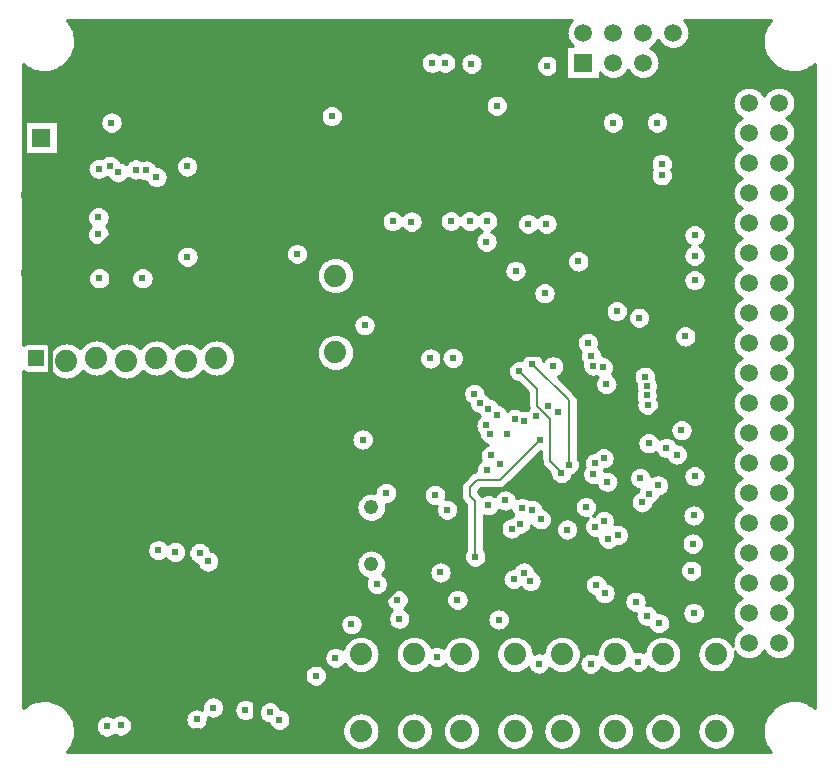
<source format=gbr>
%TF.GenerationSoftware,Novarm,DipTrace,3.2.0.1*%
%TF.CreationDate,2018-02-19T16:08:00-08:00*%
%FSLAX26Y26*%
%MOIN*%
%TF.FileFunction,Copper,L4,Bot*%
%TF.Part,Single*%
%AMOUTLINE1*
4,1,4,
0.026163,0.026163,
0.026205,-0.026121,
-0.026121,-0.026205,
-0.026163,0.026163,
0.026163,0.026163,
0*%
%TA.AperFunction,Conductor*%
%ADD15C,0.007*%
%ADD16C,0.015748*%
%ADD18C,0.008*%
%TA.AperFunction,CopperBalancing*%
%ADD20C,0.01*%
%TA.AperFunction,ComponentPad*%
%ADD33R,0.059055X0.059055*%
%ADD34C,0.059055*%
%ADD38O,0.070866X0.043307*%
%ADD45C,0.074*%
%ADD60R,0.05937X0.05937*%
%ADD61C,0.05937*%
%ADD65C,0.048*%
%TA.AperFunction,ViaPad*%
%ADD66C,0.024*%
%TA.AperFunction,ComponentPad*%
%ADD142OUTLINE1*%
G75*
G01*
%LPD*%
X548817Y2276251D2*
D16*
Y2104907D1*
X556499Y2097225D1*
X668987D1*
X768977Y2197214D1*
X787998D1*
Y2194089D1*
X837719D1*
X1153311Y2240960D2*
X1240802D1*
X1287765D1*
X1328293D1*
X1287765Y2012516D2*
Y2240960D1*
Y1756516D2*
Y2012516D1*
Y1756516D2*
X1197767D1*
X1169016Y1727765D1*
X787865Y2525264D2*
Y2512666D1*
X931516Y2369015D1*
Y2194089D1*
X886617D1*
X837719D1*
X681486Y1922243D2*
X548817D1*
X474233D1*
Y1842026D1*
X481507Y1834752D1*
X681486Y1922243D2*
X825221D1*
X1983511Y1769147D2*
Y1736924D1*
X1934479Y1687893D1*
X1434532D1*
X1365908Y1756516D1*
X1287765D1*
X1983511Y1769147D2*
X2065891Y1750398D1*
X2234460D1*
X2253196Y1769134D1*
X2065891Y1853391D2*
Y1750398D1*
X1877481Y1948051D2*
X1971231D1*
X2065891Y1853391D1*
X1578496Y2350361D2*
Y2297433D1*
X1522023Y2240960D1*
X1328293D1*
X1747788Y2318865D2*
X1609992D1*
X1578496Y2350361D1*
X2054087Y2318865D2*
X1747788D1*
X2125347Y2357448D2*
Y2338087D1*
X2106125Y2318865D1*
X2054087D1*
X2141095Y2796424D2*
X2172681D1*
X2206326Y2762780D1*
Y2584673D1*
Y2438427D1*
X2125347Y2357448D1*
X1578496Y2794256D2*
X1605454Y2821214D1*
X1961961D1*
X1578496Y2794256D2*
Y2350361D1*
X1129057Y2709639D2*
X622086D1*
X484631Y2572185D1*
X2206326Y2584673D2*
X2453428D1*
X2590891Y2722137D1*
X2944016Y687765D2*
X2844016D1*
X2665420D1*
X2544525Y566870D1*
X2478172Y500517D1*
X2544525Y566870D2*
X2140160D1*
X1807851D1*
X1462654D1*
Y497393D1*
X1465089Y494957D1*
X1802625Y495852D2*
Y561645D1*
X1807851Y566870D1*
X2140160Y495852D2*
Y566870D1*
X481507Y1834752D2*
Y1831628D1*
X512765Y1800369D1*
Y887765D1*
X1465089Y494957D2*
D15*
X1307112D1*
X1257906Y445751D1*
X1197141Y684641D2*
D16*
X1075194D1*
X972141Y887767D2*
X1150265D1*
X1797139Y1214587D2*
Y1128722D1*
X1728390Y1059973D1*
X737767Y887767D2*
X972141D1*
X737767D2*
X512765Y887765D1*
X1197141Y684641D2*
Y506516D1*
X1257906Y445751D1*
X1315891Y887765D2*
X1584305D1*
X1728390Y1031851D1*
Y1059973D1*
X1315891Y887765D2*
X1150265Y887767D1*
X1331614Y847159D2*
Y819114D1*
X1197141Y684641D1*
X2253196Y1769134D2*
Y1691017D1*
X2412554Y1531659D1*
X2506244D1*
X2562538Y1587953D1*
Y1681643D1*
X2023609Y1020485D2*
X2081706Y1078582D1*
X2397332D1*
X2529693Y1210943D1*
X927799Y524675D2*
X844016Y440891D1*
X640891D1*
X750011Y680841D2*
Y634386D1*
X640891Y525267D1*
Y440891D1*
X750011Y680841D2*
X1075194Y684641D1*
X1315891Y887765D2*
X1331614D1*
Y847159D1*
X1002629Y493155D2*
X1183780D1*
X1197141Y506516D1*
X2023609Y1020485D2*
X1905377D1*
X1797139Y1128722D1*
X787998Y2197214D2*
Y2250496D1*
X887625Y2194089D2*
X1012701D1*
X1059571Y2240960D1*
X886617Y2194089D2*
Y2249116D1*
X887767Y2250265D1*
X1059571Y2240960D2*
X1153311D1*
X887625Y2194089D2*
Y2144156D1*
X548817Y2276251D2*
X453251D1*
X449314Y2280188D1*
X459075D1*
X572122Y2393235D1*
Y2519055D1*
X518992Y2572185D1*
X484631D1*
X449314Y2020345D2*
X545692D1*
X548817Y1922243D1*
X545692Y2020345D2*
X548817Y2104907D1*
X787998Y2194089D2*
Y2144095D1*
X1831365Y1394173D2*
D18*
X1728390Y1291198D1*
D16*
Y1283336D1*
X1797139Y1214587D1*
X1928391Y1665891D2*
Y1682490D1*
X1934479Y1687893D1*
X2243822Y1381675D2*
D15*
Y1597277D1*
X2121960Y1719139D1*
X2146957Y1466041D2*
X2012596Y1331680D1*
X1937604D1*
X1912607Y1306683D1*
Y1278561D1*
X1931355Y1259813D1*
Y1075104D1*
X2219016Y1353391D2*
X2222141D1*
X2181328Y1394204D1*
Y1534828D1*
X2137583Y1578574D1*
Y1634824D1*
X2078265Y1694142D1*
D66*
X1278298Y531764D3*
X1400160Y678624D3*
X971173Y2376227D3*
X972080Y2075352D3*
X712767Y2378479D3*
X675236Y2150267D3*
Y2206588D3*
X740855Y2356572D3*
X1562767Y1847251D3*
X548817Y2276251D3*
X837719Y2194089D3*
X1153311Y2240960D3*
X1240802D3*
X1328293D3*
X787865Y2525264D3*
X681486Y1922243D3*
X481507Y1834752D3*
X825221Y1922243D3*
X681486D3*
X1983511Y1769147D3*
X2253196Y1769134D3*
X1983511Y1769147D3*
X2065891Y1853391D3*
X1877481Y1948051D3*
X2065891Y1853391D3*
X1578496Y2350361D3*
X1747788Y2318865D3*
X1578496Y2350361D3*
X2054087Y2318865D3*
X1747788D3*
X2125347Y2357448D3*
X2054087Y2318865D3*
X2141095Y2796424D3*
X2206326Y2584673D3*
X2125347Y2357448D3*
X1578496Y2794256D3*
X1961961Y2821214D3*
X1578496Y2794256D3*
Y2350361D3*
X1129057Y2709639D3*
X2478172Y500517D3*
X1465089Y494957D3*
X1802625Y495852D3*
X2140160D3*
X512765Y887765D3*
X1257906Y445751D3*
D3*
D3*
X1197141Y684641D3*
X1075194D3*
X972141Y887767D3*
X1150265D3*
X1797139Y1214587D3*
X1728390Y1059973D3*
X737767Y887767D3*
X972141D3*
X737767D3*
X1197141Y684641D3*
X1315891Y887765D3*
D3*
X1331614Y847159D3*
X1197141Y684641D3*
X2562538Y1681643D3*
X2023609Y1020485D3*
X2529693Y1210943D3*
X927799Y524675D3*
X640891Y440891D3*
X750011Y680841D3*
D3*
X1331614Y847159D3*
X1002629Y493155D3*
X2023609Y1020485D3*
X787998Y2250496D3*
X1059571Y2240960D3*
X887767Y2250265D3*
X1153311Y2240960D3*
X887625Y2144156D3*
X548817Y2276251D3*
X545692Y2020345D3*
X787998Y2144095D3*
X1831365Y1394173D3*
X1728390Y1291198D3*
X1797139Y1214587D3*
X1928391Y1665891D3*
X2656516Y1119019D3*
X2509641Y1284641D3*
X2656516Y1119019D3*
X2356722Y1706391D3*
X2162580Y1953391D3*
X2662765Y2078391D3*
X2003222Y2578424D3*
X2651572Y1028587D3*
X2487546Y1256735D3*
X2651572Y1028587D3*
X1040823Y1059834D3*
X2651572Y1028587D3*
X2368809Y1650397D3*
X2662767Y1997302D3*
D3*
X2275068Y2059729D3*
X1831365Y2722159D3*
X2477897Y1871646D3*
X2503170Y878603D3*
X2543790Y853605D3*
X2325063Y1350631D3*
X2496920Y1675394D3*
X2631281Y1809755D3*
X1984474Y1412922D3*
X2012596Y1384799D3*
X874725Y1096839D3*
X2087765Y1237765D3*
X2053217Y1169197D3*
X931460Y1091080D3*
X2093838Y1022338D3*
X2081338Y1184822D3*
X2122141Y1231516D3*
X2150265Y1200265D3*
X2115710Y994215D3*
X2243822Y1381675D3*
X2121960Y1719139D3*
X1968851Y2125347D3*
X2237765Y1165891D3*
X2300265Y1240891D3*
X2031344Y1262939D3*
X1975267Y1247141D3*
X2503391Y1644016D3*
X2503170Y1612901D3*
X2506294Y1581654D3*
X2619016Y1497141D3*
X2509641Y1453391D3*
X2569016Y1437765D3*
X2603391Y1415891D3*
X2359435Y1403547D3*
X1634511Y1287935D3*
X1556394Y1466041D3*
X2465890Y925267D3*
X1518898Y850481D3*
X869016Y2340891D3*
X800265Y2365891D3*
X1781670Y1736273D3*
X2371933Y1325431D3*
X2481516Y1337765D3*
X2662528Y1344179D3*
X2537541Y2522180D3*
X2190891Y1709641D3*
X2553164Y2384694D3*
X2540890Y1312765D3*
X2659642Y1212765D3*
X1012520Y1087775D3*
X2659642Y1212765D3*
X2662764Y2147139D3*
X2403391Y1894016D3*
X2325142Y1712642D3*
X2403391Y1894016D3*
X1918856Y2719034D3*
X2362765Y953391D3*
X703391Y509641D3*
X1603264Y984841D3*
X1672213Y931516D3*
X2362765Y953391D3*
X1872141Y931516D3*
X1247051Y556761D3*
X1672213Y931516D3*
X1002629Y532919D3*
X1247051Y556761D3*
X1970831Y2194016D3*
X1850267D3*
X1912859D3*
X2171954Y2711777D3*
X1970831Y2194016D3*
X2334641Y981516D3*
X750265Y512765D3*
X1815742Y1022849D3*
X2334641Y981516D3*
X1165810Y564488D3*
X1057747Y572683D3*
X1165810Y564488D3*
X2003222Y1547282D3*
X1465778Y737992D3*
X2062765Y1534641D3*
X1803243Y741117D3*
X2134600Y1544016D3*
X2143832Y719244D3*
X2175079Y1578529D3*
X2331516Y1175267D3*
X2375058Y1134826D3*
X2475267Y725516D3*
X1981516Y1484641D3*
X1947141Y1587767D3*
X1928391Y1619016D3*
X1975265Y1569015D3*
X1969016Y1512765D3*
X834595Y2362822D3*
X1856372Y1737897D3*
X2331313Y1387924D3*
X2390891Y2522141D3*
X2553164Y2347198D3*
X2306717Y1787966D3*
X1837614Y1231691D3*
X1453391Y2544016D3*
X676328Y2369071D3*
X822096Y2003485D3*
X678361D3*
X718982Y2522180D3*
X2107996Y2184715D3*
X2168826D3*
X2065891Y2028113D3*
X2318814Y1744137D3*
X2065891Y2028113D3*
X2107996Y2184715D3*
X2059466Y1000465D3*
X1678391Y869016D3*
X2037765Y1484641D3*
X2009641Y865891D3*
X2093838Y1528213D3*
X2146957Y1466041D3*
X1931355Y1075104D3*
X2315891Y719016D3*
X2659643Y887764D3*
X2406305Y1147352D3*
X2359641Y1194016D3*
X2206516Y1556516D3*
X1797139Y1281516D3*
X1971839Y1365915D3*
X1337667Y2084726D3*
X1719007Y2192194D3*
X1656516Y2194016D3*
X1787620Y2722159D3*
X1719007Y2192194D3*
X2219016Y1353391D3*
X2078265Y1694142D3*
X1719007Y2192194D3*
X579205Y2854322D2*
D20*
X2245193D1*
X2636588D2*
X2908827D1*
X585456Y2844453D2*
X2239529D1*
X2642252D2*
X2902576D1*
X590299Y2834584D2*
X2236229D1*
X2645553D2*
X2897733D1*
X593912Y2824715D2*
X2234861D1*
X2646920D2*
X2894120D1*
X596452Y2814847D2*
X2235292D1*
X2646491D2*
X2891580D1*
X597995Y2804978D2*
X2237537D1*
X2644244D2*
X2890037D1*
X598561Y2795109D2*
X2241893D1*
X2639889D2*
X2889471D1*
X598209Y2785240D2*
X2248983D1*
X2532799D2*
X2548983D1*
X2632799D2*
X2889823D1*
X596881Y2775372D2*
X2234803D1*
X2521003D2*
X2560780D1*
X2621003D2*
X2891151D1*
X594576Y2765503D2*
X2234803D1*
X2525865D2*
X2893456D1*
X591197Y2755634D2*
X1769940D1*
X1805299D2*
X1813689D1*
X1849049D2*
X1910155D1*
X1927545D2*
X2234803D1*
X2535612D2*
X2896835D1*
X586647Y2745765D2*
X1757616D1*
X1861373D2*
X1891697D1*
X1946021D2*
X2155349D1*
X2188561D2*
X2234803D1*
X2541647D2*
X2901385D1*
X580729Y2735897D2*
X1751835D1*
X1867155D2*
X1884471D1*
X1953248D2*
X2142361D1*
X2201529D2*
X2234803D1*
X2545221D2*
X2907303D1*
X573131Y2726028D2*
X1749412D1*
X1869557D2*
X1881112D1*
X1956588D2*
X2136385D1*
X2207525D2*
X2234803D1*
X2546843D2*
X2914901D1*
X563288Y2716159D2*
X1749705D1*
X1869284D2*
X1880565D1*
X1957155D2*
X2133807D1*
X2210104D2*
X2234803D1*
X2546647D2*
X2924744D1*
X425025Y2706290D2*
X437987D1*
X550045D2*
X1752752D1*
X1866236D2*
X1882693D1*
X1955025D2*
X2133964D1*
X2209948D2*
X2234803D1*
X2544655D2*
X2937987D1*
X3050045D2*
X3063007D1*
X425025Y2696422D2*
X458377D1*
X529655D2*
X1759491D1*
X1859499D2*
X1888065D1*
X1949655D2*
X2136853D1*
X2207057D2*
X2234803D1*
X2540612D2*
X2958377D1*
X3029655D2*
X3063007D1*
X425025Y2686553D2*
X1775175D1*
X1800065D2*
X1818924D1*
X1843815D2*
X1899315D1*
X1938404D2*
X2143339D1*
X2200572D2*
X2234803D1*
X2433932D2*
X2447849D1*
X2533932D2*
X3063007D1*
X425025Y2676684D2*
X2158025D1*
X2185885D2*
X2234803D1*
X2346979D2*
X2358768D1*
X2423015D2*
X2458768D1*
X2523015D2*
X3063007D1*
X425025Y2666815D2*
X3063007D1*
X425025Y2656946D2*
X3063007D1*
X425025Y2647078D2*
X3063007D1*
X425025Y2637209D2*
X2819100D1*
X2868932D2*
X2919100D1*
X2968932D2*
X3063007D1*
X425025Y2627340D2*
X2804920D1*
X2883112D2*
X2904920D1*
X2983112D2*
X3063007D1*
X425025Y2617471D2*
X2796815D1*
X2891217D2*
X2896830D1*
X2991217D2*
X3063007D1*
X425025Y2607603D2*
X1978827D1*
X2027624D2*
X2791796D1*
X2996236D2*
X3063007D1*
X425025Y2597734D2*
X1970193D1*
X2036256D2*
X2789003D1*
X2999029D2*
X3063007D1*
X425025Y2587865D2*
X1966033D1*
X2040416D2*
X2788084D1*
X2999948D2*
X3063007D1*
X425025Y2577996D2*
X1436776D1*
X1470007D2*
X1964823D1*
X2041628D2*
X2788964D1*
X2999068D2*
X3063007D1*
X425025Y2568128D2*
X1423807D1*
X1482975D2*
X1966268D1*
X2040183D2*
X2791717D1*
X2996315D2*
X3063007D1*
X425025Y2558259D2*
X708124D1*
X729831D2*
X1417811D1*
X1488971D2*
X1970721D1*
X2035729D2*
X2380175D1*
X2401608D2*
X2526679D1*
X2548385D2*
X2796679D1*
X2991353D2*
X3063007D1*
X425025Y2548390D2*
X691307D1*
X746667D2*
X1415252D1*
X1491529D2*
X1979940D1*
X2026511D2*
X2363260D1*
X2418541D2*
X2509861D1*
X2565221D2*
X2804725D1*
X2983307D2*
X3063007D1*
X425025Y2538521D2*
X684335D1*
X753620D2*
X1415389D1*
X1491393D2*
X2356268D1*
X2425515D2*
X2502908D1*
X2572175D2*
X2818689D1*
X2969343D2*
X3063007D1*
X425025Y2528652D2*
X681151D1*
X756823D2*
X1418299D1*
X1488483D2*
X2353065D1*
X2428717D2*
X2499705D1*
X2575377D2*
X2806347D1*
X2981685D2*
X3063007D1*
X540553Y2518784D2*
X680740D1*
X757233D2*
X1424784D1*
X1481999D2*
X2352635D1*
X2429147D2*
X2499296D1*
X2575788D2*
X2797693D1*
X2990339D2*
X3063007D1*
X540553Y2508915D2*
X683007D1*
X754948D2*
X1439491D1*
X1467311D2*
X2354901D1*
X2426881D2*
X2501580D1*
X2573503D2*
X2792323D1*
X2995709D2*
X3063007D1*
X540553Y2499046D2*
X688592D1*
X749361D2*
X2360467D1*
X2421315D2*
X2507147D1*
X2567936D2*
X2789256D1*
X2998776D2*
X3063007D1*
X540553Y2489177D2*
X700389D1*
X737584D2*
X2372225D1*
X2409557D2*
X2518944D1*
X2556139D2*
X2788104D1*
X2999928D2*
X3063007D1*
X540553Y2479309D2*
X2788748D1*
X2999284D2*
X3063007D1*
X540553Y2469440D2*
X2791229D1*
X2996803D2*
X3063007D1*
X540553Y2459571D2*
X2795877D1*
X2992155D2*
X3063007D1*
X540553Y2449702D2*
X2803416D1*
X2984616D2*
X3063007D1*
X540553Y2439834D2*
X2816189D1*
X2971843D2*
X3063007D1*
X540553Y2429965D2*
X2807849D1*
X2980183D2*
X3063007D1*
X540553Y2420096D2*
X2540096D1*
X2566217D2*
X2798612D1*
X2989420D2*
X3063007D1*
X425025Y2410227D2*
X691991D1*
X733541D2*
X954588D1*
X987760D2*
X2524843D1*
X2581491D2*
X2792889D1*
X2995143D2*
X3063007D1*
X425025Y2400359D2*
X654843D1*
X744088D2*
X784744D1*
X815788D2*
X941600D1*
X1000748D2*
X2518201D1*
X2588131D2*
X2789549D1*
X2998483D2*
X3063007D1*
X425025Y2390490D2*
X644667D1*
X757624D2*
X771092D1*
X860768D2*
X935604D1*
X1006744D2*
X2515213D1*
X2591120D2*
X2788163D1*
X2999869D2*
X3063007D1*
X425025Y2380621D2*
X639764D1*
X868483D2*
X933025D1*
X1009323D2*
X2514979D1*
X2591335D2*
X2788553D1*
X2999479D2*
X3063007D1*
X425025Y2370752D2*
X637967D1*
X892525D2*
X933183D1*
X1009167D2*
X2517460D1*
X2588873D2*
X2790799D1*
X2997233D2*
X3063007D1*
X425025Y2360883D2*
X638827D1*
X901628D2*
X936072D1*
X1006276D2*
X2517361D1*
X2588971D2*
X2795116D1*
X2992916D2*
X3063007D1*
X425025Y2351015D2*
X642576D1*
X906021D2*
X942557D1*
X999792D2*
X2514960D1*
X2591373D2*
X2802185D1*
X2985847D2*
X3063007D1*
X425025Y2341146D2*
X650448D1*
X907408D2*
X957205D1*
X985143D2*
X2515252D1*
X2591080D2*
X2813964D1*
X2974068D2*
X3063007D1*
X425025Y2331277D2*
X712303D1*
X769401D2*
X785096D1*
X906159D2*
X2518319D1*
X2588015D2*
X2809491D1*
X2978541D2*
X3063007D1*
X425025Y2321408D2*
X727108D1*
X754596D2*
X836092D1*
X901940D2*
X2525076D1*
X2581256D2*
X2799588D1*
X2988444D2*
X3063007D1*
X425025Y2311540D2*
X844843D1*
X893189D2*
X2540877D1*
X2565436D2*
X2793495D1*
X2994537D2*
X3063007D1*
X425025Y2301671D2*
X2789881D1*
X2998151D2*
X3063007D1*
X425025Y2291802D2*
X2788240D1*
X2999792D2*
X3063007D1*
X425025Y2281933D2*
X2788397D1*
X2999635D2*
X3063007D1*
X425025Y2272065D2*
X2790389D1*
X2997643D2*
X3063007D1*
X425025Y2262196D2*
X2794412D1*
X2993620D2*
X3063007D1*
X425025Y2252327D2*
X2801053D1*
X2986979D2*
X3063007D1*
X425025Y2242458D2*
X663651D1*
X686823D2*
X2811971D1*
X2976061D2*
X3063007D1*
X425025Y2232589D2*
X647361D1*
X703112D2*
X2811268D1*
X2976764D2*
X3063007D1*
X425025Y2222721D2*
X640487D1*
X709987D2*
X1631541D1*
X1681491D2*
X1696404D1*
X1741608D2*
X1825292D1*
X1875240D2*
X1887889D1*
X1937839D2*
X1945857D1*
X1995807D2*
X2800643D1*
X2987389D2*
X3063007D1*
X425025Y2212852D2*
X637361D1*
X713112D2*
X1623201D1*
X1751179D2*
X1816952D1*
X2004147D2*
X2082361D1*
X2133639D2*
X2143183D1*
X2194460D2*
X2794159D1*
X2993873D2*
X3063007D1*
X425025Y2202983D2*
X637011D1*
X713464D2*
X1619197D1*
X1755827D2*
X1812967D1*
X2008131D2*
X2074353D1*
X2202467D2*
X2790233D1*
X2997799D2*
X3063007D1*
X425025Y2193114D2*
X639353D1*
X711120D2*
X1618124D1*
X1757389D2*
X1811873D1*
X2009225D2*
X2070545D1*
X2206276D2*
X2788357D1*
X2999675D2*
X3063007D1*
X425025Y2183246D2*
X645017D1*
X705456D2*
X1619705D1*
X1756315D2*
X1813456D1*
X2007643D2*
X2069628D1*
X2207193D2*
X2652011D1*
X2673521D2*
X2788280D1*
X2999752D2*
X3063007D1*
X425025Y2173377D2*
X644823D1*
X705651D2*
X1624335D1*
X1752331D2*
X1818084D1*
X2003015D2*
X2071365D1*
X2205475D2*
X2635116D1*
X2690416D2*
X2789999D1*
X2998033D2*
X3063007D1*
X425025Y2163508D2*
X639256D1*
X711217D2*
X1633885D1*
X1679147D2*
X1694003D1*
X1744011D2*
X1827635D1*
X1872897D2*
X1890233D1*
X1935495D2*
X1948201D1*
X1993464D2*
X2076189D1*
X2200631D2*
X2628143D1*
X2697389D2*
X2793729D1*
X2994303D2*
X3063007D1*
X425025Y2153639D2*
X636991D1*
X713483D2*
X1943397D1*
X1994303D2*
X2086189D1*
X2129811D2*
X2147011D1*
X2190631D2*
X2624940D1*
X2700592D2*
X2799979D1*
X2988053D2*
X3063007D1*
X425025Y2143771D2*
X637401D1*
X713072D2*
X1935311D1*
X2002389D2*
X2624511D1*
X2701003D2*
X2810135D1*
X2977897D2*
X3063007D1*
X425025Y2133902D2*
X640604D1*
X709869D2*
X1931444D1*
X2006256D2*
X2626776D1*
X2698736D2*
X2813201D1*
X2974831D2*
X3063007D1*
X425025Y2124033D2*
X647576D1*
X702897D2*
X1930467D1*
X2007233D2*
X2632361D1*
X2693171D2*
X2801756D1*
X2986276D2*
X3063007D1*
X425025Y2114164D2*
X664471D1*
X686003D2*
X1313592D1*
X1361744D2*
X1932167D1*
X2005533D2*
X2644120D1*
X2681412D2*
X2794843D1*
X2993189D2*
X3063007D1*
X425025Y2104296D2*
X947401D1*
X996764D2*
X1304803D1*
X1370533D2*
X1936932D1*
X2000768D2*
X2634784D1*
X2690748D2*
X2790643D1*
X2997389D2*
X3063007D1*
X425025Y2094427D2*
X938904D1*
X1005240D2*
X1300545D1*
X1374792D2*
X1946815D1*
X1990885D2*
X2260116D1*
X2290025D2*
X2627987D1*
X2697545D2*
X2788495D1*
X2999537D2*
X3063007D1*
X425025Y2084558D2*
X934823D1*
X1009323D2*
X1299276D1*
X1376061D2*
X2246092D1*
X2304029D2*
X2624881D1*
X2700651D2*
X2788183D1*
X2999849D2*
X3063007D1*
X425025Y2074689D2*
X933689D1*
X1010475D2*
X1300643D1*
X1374693D2*
X1459452D1*
X1472076D2*
X2239784D1*
X2310339D2*
X2624549D1*
X2700983D2*
X2789667D1*
X2998365D2*
X3063007D1*
X425025Y2064820D2*
X935193D1*
X1008971D2*
X1304999D1*
X1370339D2*
X1430740D1*
X1500788D2*
X2057733D1*
X2074049D2*
X2237011D1*
X2313112D2*
X2626912D1*
X2698620D2*
X2793104D1*
X2994928D2*
X3063007D1*
X425025Y2054952D2*
X939725D1*
X1004420D2*
X1314041D1*
X1361296D2*
X1419021D1*
X1512507D2*
X2038847D1*
X2092936D2*
X2236971D1*
X2313171D2*
X2632616D1*
X2692916D2*
X2798964D1*
X2989068D2*
X3063007D1*
X425025Y2045083D2*
X949120D1*
X995045D2*
X1411541D1*
X1519987D2*
X2031561D1*
X2100221D2*
X2239647D1*
X2310475D2*
X2644764D1*
X2680768D2*
X2808436D1*
X2979596D2*
X3063007D1*
X425025Y2035214D2*
X657557D1*
X699167D2*
X801307D1*
X842897D2*
X1406639D1*
X1524889D2*
X2028163D1*
X2103620D2*
X2245819D1*
X2304323D2*
X2815349D1*
X2972683D2*
X3063007D1*
X425025Y2025345D2*
X647011D1*
X709713D2*
X790740D1*
X853444D2*
X1403689D1*
X1527839D2*
X2027596D1*
X2104185D2*
X2259353D1*
X2290788D2*
X2637029D1*
X2688503D2*
X2802948D1*
X2985084D2*
X3063007D1*
X425025Y2015477D2*
X641932D1*
X714792D2*
X785663D1*
X858521D2*
X1402440D1*
X1529088D2*
X2029685D1*
X2102096D2*
X2629080D1*
X2696452D2*
X2795584D1*
X2992448D2*
X3063007D1*
X425025Y2005608D2*
X640017D1*
X716705D2*
X783748D1*
X860436D2*
X1402752D1*
X1528776D2*
X2035017D1*
X2096764D2*
X2625292D1*
X2700240D2*
X2791072D1*
X2996960D2*
X3063007D1*
X425025Y1995739D2*
X640780D1*
X715944D2*
X784511D1*
X859693D2*
X1404667D1*
X1526861D2*
X2046171D1*
X2085612D2*
X2624393D1*
X2701139D2*
X2788671D1*
X2999361D2*
X3063007D1*
X425025Y1985870D2*
X644373D1*
X712349D2*
X788104D1*
X856080D2*
X1408339D1*
X1523189D2*
X2143045D1*
X2182116D2*
X2626151D1*
X2699381D2*
X2788124D1*
X2999908D2*
X3063007D1*
X425025Y1976002D2*
X651991D1*
X704733D2*
X795721D1*
X848464D2*
X1414159D1*
X1517369D2*
X2131796D1*
X2193365D2*
X2631033D1*
X2694517D2*
X2789353D1*
X2998679D2*
X3063007D1*
X425025Y1966133D2*
X675467D1*
X681256D2*
X1423025D1*
X1508503D2*
X2126424D1*
X2198736D2*
X2641092D1*
X2684440D2*
X2792517D1*
X2995515D2*
X3063007D1*
X425025Y1956264D2*
X1437752D1*
X1493776D2*
X2124296D1*
X2200865D2*
X2798025D1*
X2990007D2*
X3063007D1*
X425025Y1946395D2*
X2124843D1*
X2200319D2*
X2806893D1*
X2981139D2*
X3063007D1*
X425025Y1936526D2*
X2128201D1*
X2196960D2*
X2817733D1*
X2970299D2*
X3063007D1*
X425025Y1926658D2*
X2135428D1*
X2189733D2*
X2384139D1*
X2422643D2*
X2804236D1*
X2983796D2*
X3063007D1*
X425025Y1916789D2*
X2153904D1*
X2171256D2*
X2372733D1*
X2434049D2*
X2796385D1*
X2991647D2*
X3063007D1*
X425025Y1906920D2*
X2367284D1*
X2439499D2*
X2464471D1*
X2491335D2*
X2791541D1*
X2996491D2*
X3063007D1*
X425025Y1897051D2*
X2365116D1*
X2441667D2*
X2449452D1*
X2506335D2*
X2788885D1*
X2999147D2*
X3063007D1*
X425025Y1887183D2*
X2365624D1*
X2512916D2*
X2788084D1*
X2999948D2*
X3063007D1*
X425025Y1877314D2*
X1539511D1*
X1586021D2*
X2368924D1*
X2515865D2*
X2789100D1*
X2998932D2*
X3063007D1*
X425025Y1867445D2*
X1530292D1*
X1595240D2*
X2376072D1*
X2430709D2*
X2439725D1*
X2516061D2*
X2791991D1*
X2996041D2*
X3063007D1*
X425025Y1857576D2*
X1525819D1*
X1599713D2*
X2393964D1*
X2412819D2*
X2442244D1*
X2513541D2*
X2797128D1*
X2990904D2*
X3063007D1*
X425025Y1847708D2*
X1524373D1*
X1601159D2*
X2448163D1*
X2507624D2*
X2805428D1*
X2982604D2*
X3063007D1*
X425025Y1837839D2*
X1525565D1*
X1599967D2*
X2460897D1*
X2494889D2*
X2605584D1*
X2656979D2*
X2820116D1*
X2967916D2*
X3063007D1*
X425025Y1827970D2*
X1529725D1*
X1595807D2*
X2597616D1*
X2664948D2*
X2805584D1*
X2982448D2*
X3063007D1*
X425025Y1818101D2*
X1454705D1*
X1476823D2*
X1538339D1*
X1587193D2*
X2283572D1*
X2329869D2*
X2593827D1*
X2668736D2*
X2797225D1*
X2990807D2*
X3063007D1*
X425025Y1808233D2*
X1429843D1*
X1501685D2*
X2274276D1*
X2339147D2*
X2592908D1*
X2669655D2*
X2792049D1*
X2995983D2*
X3063007D1*
X425025Y1798364D2*
X653124D1*
X684908D2*
X853124D1*
X884908D2*
X1053124D1*
X1084908D2*
X1418475D1*
X1513053D2*
X2269784D1*
X2343639D2*
X2594667D1*
X2667897D2*
X2789120D1*
X2998912D2*
X3063007D1*
X425025Y1788495D2*
X435408D1*
X502624D2*
X553671D1*
X584361D2*
X631679D1*
X706353D2*
X753671D1*
X784361D2*
X831679D1*
X906353D2*
X953671D1*
X984361D2*
X1031679D1*
X1106353D2*
X1411189D1*
X1520339D2*
X2268319D1*
X2345104D2*
X2599511D1*
X2663053D2*
X2788084D1*
X2999948D2*
X3063007D1*
X516901Y1778626D2*
X531873D1*
X606159D2*
X620857D1*
X717175D2*
X731873D1*
X806159D2*
X820857D1*
X917175D2*
X931873D1*
X1006159D2*
X1020857D1*
X1117175D2*
X1406404D1*
X1525124D2*
X2269511D1*
X2343932D2*
X2609549D1*
X2653015D2*
X2788847D1*
X2999185D2*
X3063007D1*
X1124167Y1768757D2*
X1403572D1*
X1527956D2*
X1762128D1*
X1801197D2*
X1834236D1*
X1878503D2*
X2273631D1*
X2347975D2*
X2791483D1*
X2996549D2*
X3063007D1*
X1128736Y1758889D2*
X1402401D1*
X1529128D2*
X1750877D1*
X1812448D2*
X1824412D1*
X1888327D2*
X2282185D1*
X2354185D2*
X2796288D1*
X2991744D2*
X3063007D1*
X1131393Y1749020D2*
X1402811D1*
X1528717D2*
X1745507D1*
X1893072D2*
X2098475D1*
X2145456D2*
X2280740D1*
X2356901D2*
X2804080D1*
X2983952D2*
X3063007D1*
X1132408Y1739151D2*
X1404823D1*
X1526705D2*
X1743377D1*
X1894752D2*
X2089373D1*
X2154557D2*
X2166912D1*
X2214869D2*
X2280740D1*
X2375768D2*
X2817440D1*
X2970592D2*
X3063007D1*
X1131843Y1729282D2*
X1408631D1*
X1522916D2*
X1743924D1*
X1893776D2*
X2064471D1*
X2223717D2*
X2283495D1*
X2387292D2*
X2807049D1*
X2980983D2*
X3063007D1*
X1129655Y1719414D2*
X1414588D1*
X1516940D2*
X1747284D1*
X1816061D2*
X1822859D1*
X1889889D2*
X2049685D1*
X2227995D2*
X2287361D1*
X2392780D2*
X2798124D1*
X2989908D2*
X3063007D1*
X1125671Y1709545D2*
X1423689D1*
X1507839D2*
X1754511D1*
X1808835D2*
X1830975D1*
X1881764D2*
X2043183D1*
X2229284D2*
X2286873D1*
X2394987D2*
X2480683D1*
X2513171D2*
X2792596D1*
X2995436D2*
X3063007D1*
X1119440Y1699676D2*
X1439021D1*
X1492507D2*
X1772967D1*
X1790377D2*
X2040272D1*
X2227936D2*
X2289061D1*
X2394517D2*
X2467479D1*
X2526373D2*
X2789393D1*
X2998639D2*
X3063007D1*
X509185Y1689807D2*
X518495D1*
X619537D2*
X628084D1*
X709948D2*
X718495D1*
X819537D2*
X828084D1*
X909948D2*
X918495D1*
X1019537D2*
X1028084D1*
X1109948D2*
X2040116D1*
X2223600D2*
X2294529D1*
X2391236D2*
X2461404D1*
X2532428D2*
X2788124D1*
X2999908D2*
X3063007D1*
X425025Y1679939D2*
X527928D1*
X610104D2*
X644568D1*
X693464D2*
X727928D1*
X810104D2*
X844568D1*
X893464D2*
X927928D1*
X1010104D2*
X1044568D1*
X1093464D2*
X2042675D1*
X2214616D2*
X2305995D1*
X2392740D2*
X2458807D1*
X2535045D2*
X2788651D1*
X2999381D2*
X3063007D1*
X425025Y1670070D2*
X544256D1*
X593776D2*
X744256D1*
X793776D2*
X944256D1*
X993776D2*
X2048651D1*
X2212897D2*
X2335995D1*
X2401608D2*
X2458904D1*
X2534948D2*
X2791015D1*
X2997017D2*
X3063007D1*
X425025Y1660201D2*
X2061561D1*
X2222760D2*
X2331717D1*
X2405904D2*
X2461736D1*
X2538112D2*
X2795507D1*
X2992525D2*
X3063007D1*
X425025Y1650332D2*
X1906952D1*
X1949831D2*
X2080213D1*
X2232643D2*
X2330408D1*
X2407213D2*
X2465525D1*
X2541256D2*
X2802811D1*
X2985221D2*
X3063007D1*
X425025Y1640464D2*
X1896756D1*
X1960025D2*
X2090076D1*
X2242507D2*
X2331756D1*
X2405865D2*
X2465155D1*
X2541628D2*
X2815096D1*
X2972936D2*
X3063007D1*
X425025Y1630595D2*
X1891835D1*
X1964948D2*
X2099940D1*
X2252369D2*
X2336072D1*
X2401529D2*
X2467479D1*
X2539303D2*
X2808631D1*
X2979401D2*
X3063007D1*
X425025Y1620726D2*
X1890037D1*
X1966744D2*
X2107675D1*
X2262252D2*
X2345037D1*
X2392584D2*
X2465604D1*
X2540748D2*
X2799080D1*
X2988952D2*
X3063007D1*
X425025Y1610857D2*
X1890897D1*
X1977565D2*
X2107675D1*
X2270339D2*
X2464823D1*
X2541511D2*
X2793183D1*
X2994849D2*
X3063007D1*
X425025Y1600988D2*
X1894628D1*
X1995671D2*
X2107675D1*
X2273483D2*
X2466717D1*
X2539616D2*
X2789705D1*
X2998327D2*
X3063007D1*
X425025Y1591120D2*
X1902479D1*
X2006432D2*
X2107675D1*
X2273717D2*
X2469120D1*
X2543483D2*
X2788183D1*
X2999849D2*
X3063007D1*
X425025Y1581251D2*
X1909315D1*
X2019869D2*
X2107675D1*
X2273717D2*
X2467889D1*
X2544693D2*
X2788475D1*
X2999557D2*
X3063007D1*
X425025Y1571382D2*
X1912517D1*
X2032819D2*
X2054784D1*
X2070748D2*
X2108104D1*
X2273717D2*
X2469335D1*
X2543248D2*
X2790584D1*
X2997448D2*
X3063007D1*
X425025Y1561513D2*
X1919511D1*
X2273717D2*
X2473788D1*
X2538815D2*
X2794764D1*
X2993268D2*
X3063007D1*
X425025Y1551645D2*
X1936444D1*
X2273717D2*
X2482967D1*
X2529616D2*
X2801639D1*
X2986393D2*
X3063007D1*
X425025Y1541776D2*
X1944412D1*
X2273717D2*
X2812987D1*
X2975045D2*
X3063007D1*
X425025Y1531907D2*
X1935877D1*
X2273717D2*
X2604236D1*
X2633796D2*
X2810331D1*
X2977701D2*
X3063007D1*
X425025Y1522038D2*
X1931776D1*
X2273717D2*
X2590116D1*
X2647916D2*
X2800096D1*
X2987936D2*
X3063007D1*
X425025Y1512170D2*
X1930624D1*
X2273717D2*
X2583768D1*
X2654264D2*
X2793807D1*
X2994225D2*
X3063007D1*
X425025Y1502301D2*
X1546229D1*
X1566549D2*
X1932108D1*
X2273717D2*
X2580975D1*
X2657057D2*
X2790037D1*
X2997995D2*
X3063007D1*
X425025Y1492432D2*
X1528885D1*
X1583893D2*
X1936620D1*
X2273717D2*
X2580916D1*
X2657116D2*
X2788280D1*
X2999752D2*
X3063007D1*
X425025Y1482563D2*
X1521835D1*
X1590944D2*
X1943183D1*
X2273717D2*
X2485233D1*
X2534049D2*
X2583572D1*
X2654460D2*
X2788339D1*
X2999693D2*
X3063007D1*
X425025Y1472694D2*
X1518592D1*
X1594205D2*
X1945076D1*
X2273717D2*
X2476600D1*
X2542683D2*
X2554647D1*
X2583385D2*
X2589705D1*
X2648327D2*
X2790193D1*
X2997839D2*
X3063007D1*
X425025Y1462826D2*
X1518124D1*
X1594655D2*
X1950135D1*
X2273717D2*
X2472460D1*
X2597780D2*
X2603143D1*
X2634889D2*
X2794080D1*
X2993952D2*
X3063007D1*
X425025Y1452957D2*
X1520349D1*
X1592428D2*
X1960643D1*
X2273717D2*
X2471248D1*
X2609381D2*
X2800525D1*
X2987507D2*
X3063007D1*
X425025Y1443088D2*
X1525857D1*
X1586920D2*
X1961365D1*
X2273717D2*
X2472693D1*
X2630065D2*
X2811072D1*
X2976960D2*
X3063007D1*
X425025Y1433219D2*
X1537460D1*
X1575319D2*
X1952068D1*
X2273717D2*
X2335663D1*
X2383209D2*
X2477147D1*
X2637525D2*
X2812185D1*
X2975847D2*
X3063007D1*
X425025Y1423351D2*
X1947557D1*
X2146139D2*
X2151439D1*
X2273717D2*
X2318319D1*
X2392155D2*
X2486365D1*
X2641041D2*
X2801171D1*
X2986861D2*
X3063007D1*
X425025Y1413482D2*
X1946072D1*
X2136276D2*
X2151424D1*
X2273717D2*
X2303007D1*
X2396491D2*
X2539568D1*
X2641705D2*
X2794471D1*
X2993561D2*
X3063007D1*
X425025Y1403613D2*
X1947244D1*
X2126393D2*
X2151424D1*
X2275104D2*
X2296365D1*
X2397839D2*
X2552772D1*
X2639713D2*
X2790428D1*
X2997604D2*
X3063007D1*
X425025Y1393744D2*
X1945857D1*
X2116529D2*
X2151424D1*
X2280221D2*
X2293377D1*
X2396529D2*
X2572244D1*
X2634537D2*
X2788416D1*
X2999616D2*
X3063007D1*
X425025Y1383876D2*
X1938025D1*
X2106667D2*
X2153339D1*
X2282155D2*
X2293124D1*
X2392252D2*
X2583065D1*
X2623717D2*
X2788221D1*
X2999811D2*
X3063007D1*
X425025Y1374007D2*
X1934335D1*
X2096803D2*
X2159667D1*
X2281432D2*
X2294861D1*
X2383365D2*
X2471288D1*
X2491744D2*
X2638964D1*
X2686080D2*
X2789843D1*
X2998189D2*
X3063007D1*
X425025Y1364138D2*
X1933475D1*
X2086920D2*
X2169529D1*
X2277857D2*
X2289179D1*
X2361179D2*
X2454003D1*
X2509029D2*
X2629901D1*
X2695163D2*
X2793436D1*
X2994596D2*
X3063007D1*
X425025Y1354269D2*
X1918572D1*
X2077057D2*
X2179393D1*
X2270280D2*
X2286835D1*
X2396744D2*
X2446952D1*
X2516080D2*
X2625507D1*
X2699537D2*
X2799491D1*
X2988541D2*
X3063007D1*
X425025Y1344401D2*
X1908456D1*
X2067193D2*
X2181717D1*
X2256315D2*
X2287185D1*
X2405163D2*
X2443709D1*
X2561843D2*
X2624120D1*
X2700924D2*
X2809296D1*
X2978736D2*
X3063007D1*
X425025Y1334532D2*
X1898592D1*
X2057311D2*
X2185721D1*
X2252311D2*
X2290311D1*
X2409205D2*
X2443260D1*
X2572311D2*
X2625389D1*
X2699655D2*
X2814197D1*
X2973835D2*
X3063007D1*
X425025Y1324663D2*
X1626464D1*
X1642565D2*
X1888983D1*
X2047448D2*
X2194061D1*
X2243971D2*
X2297147D1*
X2410319D2*
X2445487D1*
X2577349D2*
X2629628D1*
X2695436D2*
X2802323D1*
X2985709D2*
X3063007D1*
X425025Y1314794D2*
X1607479D1*
X1661529D2*
X1779080D1*
X1815201D2*
X1883865D1*
X2037584D2*
X2313357D1*
X2408796D2*
X2450995D1*
X2579244D2*
X2638397D1*
X2686667D2*
X2795193D1*
X2992839D2*
X3063007D1*
X425025Y1304925D2*
X1600193D1*
X1668835D2*
X1766971D1*
X1827311D2*
X1882713D1*
X2024517D2*
X2339647D1*
X2404205D2*
X2462616D1*
X2578464D2*
X2790839D1*
X2997193D2*
X3063007D1*
X425025Y1295057D2*
X1596796D1*
X1672233D2*
X1761268D1*
X1832995D2*
X1882713D1*
X1942857D2*
X2011189D1*
X2051511D2*
X2349120D1*
X2394752D2*
X2472713D1*
X2574831D2*
X2788572D1*
X2999460D2*
X3063007D1*
X425025Y1285188D2*
X1563084D1*
X1672819D2*
X1758924D1*
X1835357D2*
X1882713D1*
X1947857D2*
X2000292D1*
X2062408D2*
X2462264D1*
X2567155D2*
X2788143D1*
X2999889D2*
X3063007D1*
X425025Y1275319D2*
X1548827D1*
X1670709D2*
X1759256D1*
X1835025D2*
X1882889D1*
X2067643D2*
X2284647D1*
X2315885D2*
X2454080D1*
X2546861D2*
X2789511D1*
X2998521D2*
X3063007D1*
X425025Y1265450D2*
X1541131D1*
X1665397D2*
X1762361D1*
X1854713D2*
X1885857D1*
X2138873D2*
X2271053D1*
X2329479D2*
X2450175D1*
X2542740D2*
X2792831D1*
X2995201D2*
X3063007D1*
X425025Y1255582D2*
X1536679D1*
X1654264D2*
X1769197D1*
X1867389D2*
X1893709D1*
X2151764D2*
X2264861D1*
X2335651D2*
X2449159D1*
X2534185D2*
X2798515D1*
X2989517D2*
X3063007D1*
X425025Y1245713D2*
X1534549D1*
X1634733D2*
X1785331D1*
X1873288D2*
X1901464D1*
X2157740D2*
X2262185D1*
X2338347D2*
X2450799D1*
X2524284D2*
X2640936D1*
X2678347D2*
X2807675D1*
X2980357D2*
X3063007D1*
X425025Y1235844D2*
X1534432D1*
X1634849D2*
X1799452D1*
X1875788D2*
X1901464D1*
X2162799D2*
X2262205D1*
X2338327D2*
X2455525D1*
X2519576D2*
X2629217D1*
X2690065D2*
X2816464D1*
X2971568D2*
X3063007D1*
X425025Y1225975D2*
X1536347D1*
X1632936D2*
X1799647D1*
X1875572D2*
X1901464D1*
X2007096D2*
X2024647D1*
X2038033D2*
X2051268D1*
X2178424D2*
X2264960D1*
X2380065D2*
X2465272D1*
X2509811D2*
X2623651D1*
X2695631D2*
X2803553D1*
X2984479D2*
X3063007D1*
X425025Y1216107D2*
X1540545D1*
X1628736D2*
X1802616D1*
X1872604D2*
X1901464D1*
X1997135D2*
X2056268D1*
X2185143D2*
X2271248D1*
X2390827D2*
X2621385D1*
X2697897D2*
X2795956D1*
X2992076D2*
X3063007D1*
X425025Y1206238D2*
X1547831D1*
X1621452D2*
X1809217D1*
X1866021D2*
X1901464D1*
X1961256D2*
X2047049D1*
X2188189D2*
X2285193D1*
X2395983D2*
X2621815D1*
X2697467D2*
X2791288D1*
X2996744D2*
X3063007D1*
X425025Y1196369D2*
X1560995D1*
X1608288D2*
X1824315D1*
X1850904D2*
X1901464D1*
X1961256D2*
X2026521D1*
X2188464D2*
X2215096D1*
X2260436D2*
X2299647D1*
X2397975D2*
X2625017D1*
X2694264D2*
X2788768D1*
X2999264D2*
X3063007D1*
X425025Y1186500D2*
X1901464D1*
X1961256D2*
X2019061D1*
X2186041D2*
X2205565D1*
X2269967D2*
X2294843D1*
X2397272D2*
X2632011D1*
X2687272D2*
X2788104D1*
X2999928D2*
X3063007D1*
X425025Y1176631D2*
X1901464D1*
X1961256D2*
X2015565D1*
X2180260D2*
X2200936D1*
X2274596D2*
X2293143D1*
X2430572D2*
X2649003D1*
X2670299D2*
X2789236D1*
X2998796D2*
X3063007D1*
X425025Y1166763D2*
X1901464D1*
X1961256D2*
X2014901D1*
X2115084D2*
X2132635D1*
X2167897D2*
X2199373D1*
X2276159D2*
X2294100D1*
X2439264D2*
X2792264D1*
X2995768D2*
X3063007D1*
X425025Y1156894D2*
X1901464D1*
X1961256D2*
X2016893D1*
X2107213D2*
X2200467D1*
X2275065D2*
X2297948D1*
X2443464D2*
X2797576D1*
X2990456D2*
X3063007D1*
X425025Y1147025D2*
X1901464D1*
X1961256D2*
X2022088D1*
X2084343D2*
X2204471D1*
X2271061D2*
X2305995D1*
X2444693D2*
X2630721D1*
X2682311D2*
X2806171D1*
X2981861D2*
X3063007D1*
X425025Y1137156D2*
X1901464D1*
X1961256D2*
X2032928D1*
X2073503D2*
X2212831D1*
X2262701D2*
X2336736D1*
X2443288D2*
X2622811D1*
X2690221D2*
X2818983D1*
X2969049D2*
X3063007D1*
X425025Y1127288D2*
X852011D1*
X897448D2*
X921092D1*
X941823D2*
X1901464D1*
X1961256D2*
X2337420D1*
X2438873D2*
X2619041D1*
X2693991D2*
X2804861D1*
X2983171D2*
X3063007D1*
X425025Y1117419D2*
X842499D1*
X959011D2*
X988709D1*
X1036315D2*
X1901464D1*
X1961256D2*
X2340956D1*
X2429733D2*
X2618143D1*
X2694889D2*
X2796776D1*
X2991256D2*
X3063007D1*
X425025Y1107550D2*
X837889D1*
X966041D2*
X979784D1*
X1045260D2*
X1901464D1*
X1961256D2*
X2348475D1*
X2401647D2*
X2619920D1*
X2693112D2*
X2791776D1*
X2996256D2*
X3063007D1*
X425025Y1097681D2*
X836327D1*
X969264D2*
X975448D1*
X1049576D2*
X1569764D1*
X1599517D2*
X1900545D1*
X1962175D2*
X2369685D1*
X2380416D2*
X2624803D1*
X2688229D2*
X2788983D1*
X2999049D2*
X3063007D1*
X425025Y1087813D2*
X837440D1*
X1066647D2*
X1551541D1*
X1617740D2*
X1895175D1*
X1967525D2*
X2634901D1*
X2678131D2*
X2788084D1*
X2999948D2*
X3063007D1*
X425025Y1077944D2*
X841444D1*
X967467D2*
X975428D1*
X1074537D2*
X1542713D1*
X1626568D2*
X1893065D1*
X1969655D2*
X2788983D1*
X2999049D2*
X3063007D1*
X425025Y1068075D2*
X849823D1*
X961940D2*
X979725D1*
X1078307D2*
X1537557D1*
X1631725D2*
X1893612D1*
X1969088D2*
X2791736D1*
X2996296D2*
X3063007D1*
X425025Y1058206D2*
X912616D1*
X950299D2*
X988612D1*
X1079185D2*
X1534881D1*
X1634401D2*
X1802557D1*
X1828932D2*
X1896991D1*
X1965729D2*
X2082244D1*
X2105436D2*
X2627733D1*
X2675416D2*
X2796717D1*
X2991315D2*
X3063007D1*
X425025Y1048338D2*
X1004236D1*
X1077408D2*
X1534276D1*
X1635007D2*
X1787381D1*
X1844108D2*
X1904236D1*
X1958483D2*
X2065956D1*
X2121725D2*
X2618807D1*
X2684323D2*
X2804764D1*
X2983268D2*
X3063007D1*
X425025Y1038469D2*
X1009120D1*
X1072525D2*
X1535663D1*
X1633620D2*
X1780760D1*
X1850729D2*
X1922831D1*
X1939889D2*
X2059100D1*
X2128580D2*
X2614511D1*
X2688639D2*
X2818788D1*
X2969244D2*
X3063007D1*
X425025Y1028600D2*
X1019256D1*
X1062389D2*
X1539256D1*
X1630025D2*
X1777792D1*
X1853697D2*
X2033827D1*
X2131705D2*
X2613183D1*
X2689967D2*
X2806288D1*
X2981744D2*
X3063007D1*
X425025Y1018731D2*
X1545624D1*
X1623659D2*
X1777576D1*
X1853912D2*
X2025839D1*
X2144948D2*
X2329920D1*
X2339368D2*
X2614491D1*
X2688659D2*
X2797655D1*
X2990377D2*
X3063007D1*
X425025Y1008862D2*
X1556697D1*
X1632936D2*
X1780057D1*
X1851432D2*
X2022029D1*
X2151120D2*
X2308124D1*
X2361159D2*
X2618788D1*
X2684343D2*
X2792303D1*
X2995729D2*
X3063007D1*
X425025Y998994D2*
X1567655D1*
X1638873D2*
X1785936D1*
X1845553D2*
X2021092D1*
X2153796D2*
X2300584D1*
X2368697D2*
X2627693D1*
X2675436D2*
X2789256D1*
X2998776D2*
X3063007D1*
X425025Y989125D2*
X1565116D1*
X1641412D2*
X1798572D1*
X1832916D2*
X2022831D1*
X2153756D2*
X2297029D1*
X2374811D2*
X2788104D1*
X2999928D2*
X3063007D1*
X425025Y979256D2*
X1565292D1*
X1641236D2*
X2027655D1*
X2150983D2*
X2296307D1*
X2390788D2*
X2788748D1*
X2999284D2*
X3063007D1*
X425025Y969387D2*
X1568201D1*
X1638327D2*
X2037655D1*
X2081276D2*
X2086735D1*
X2144675D2*
X2298260D1*
X2397565D2*
X2791248D1*
X2996784D2*
X3063007D1*
X425025Y959519D2*
X1574744D1*
X1631784D2*
X1646424D1*
X1697995D2*
X1846347D1*
X1897936D2*
X2100740D1*
X2130671D2*
X2303397D1*
X2400651D2*
X2449881D1*
X2481901D2*
X2795916D1*
X2992116D2*
X3063007D1*
X425025Y949650D2*
X1589608D1*
X1616920D2*
X1638495D1*
X1705924D2*
X1838436D1*
X1905847D2*
X2314061D1*
X2400983D2*
X2436541D1*
X2495240D2*
X2803475D1*
X2984557D2*
X3063007D1*
X425025Y939781D2*
X1634744D1*
X1709693D2*
X1834667D1*
X1909616D2*
X2326932D1*
X2398600D2*
X2430428D1*
X2501353D2*
X2816288D1*
X2971744D2*
X3063007D1*
X425025Y929912D2*
X1633847D1*
X1710572D2*
X1833768D1*
X1910515D2*
X2332655D1*
X2392877D2*
X2427772D1*
X2504011D2*
X2807792D1*
X2980240D2*
X3063007D1*
X425025Y920044D2*
X1635624D1*
X1708815D2*
X1835545D1*
X1908736D2*
X2344843D1*
X2380689D2*
X2427849D1*
X2503932D2*
X2639764D1*
X2679537D2*
X2798572D1*
X2989460D2*
X3063007D1*
X425025Y910175D2*
X1640507D1*
X1703932D2*
X1840428D1*
X1903853D2*
X2430663D1*
X2524225D2*
X2628709D1*
X2690592D2*
X2792869D1*
X2995163D2*
X3063007D1*
X425025Y900306D2*
X1650604D1*
X1699869D2*
X1850525D1*
X1893756D2*
X1994003D1*
X2025280D2*
X2437029D1*
X2534635D2*
X2623416D1*
X2695885D2*
X2789529D1*
X2998503D2*
X3063007D1*
X425025Y890437D2*
X1646736D1*
X1710045D2*
X1980428D1*
X2038853D2*
X2451268D1*
X2551276D2*
X2621347D1*
X2697956D2*
X2788163D1*
X2999869D2*
X3063007D1*
X425025Y880568D2*
X1495683D1*
X1542116D2*
X1641815D1*
X1714967D2*
X1974236D1*
X2045045D2*
X2464823D1*
X2570709D2*
X2621952D1*
X2697349D2*
X2788553D1*
X2999479D2*
X3063007D1*
X425025Y870700D2*
X1486444D1*
X1551353D2*
X1640037D1*
X1716744D2*
X1971541D1*
X2047721D2*
X2465624D1*
X2578053D2*
X2625369D1*
X2693932D2*
X2790799D1*
X2997233D2*
X3063007D1*
X425025Y860831D2*
X1481952D1*
X1555847D2*
X1640897D1*
X1715885D2*
X1971580D1*
X2047701D2*
X2469256D1*
X2581491D2*
X2632693D1*
X2686588D2*
X2795155D1*
X2992877D2*
X3063007D1*
X425025Y850962D2*
X1480507D1*
X1557292D2*
X1644647D1*
X1712155D2*
X1974353D1*
X2044928D2*
X2476971D1*
X2582096D2*
X2651991D1*
X2667311D2*
X2802244D1*
X2985788D2*
X3063007D1*
X425025Y841093D2*
X1481697D1*
X1556100D2*
X1652517D1*
X1704264D2*
X1980643D1*
X2038639D2*
X2507537D1*
X2580025D2*
X2814061D1*
X2973971D2*
X3063007D1*
X425025Y831225D2*
X1485839D1*
X1551960D2*
X1994608D1*
X2024675D2*
X2512831D1*
X2574752D2*
X2809432D1*
X2978600D2*
X3063007D1*
X425025Y821356D2*
X1494432D1*
X1543365D2*
X2523847D1*
X2563736D2*
X2799549D1*
X2988483D2*
X3063007D1*
X425025Y811487D2*
X1538533D1*
X1561999D2*
X1716541D1*
X1739987D2*
X1873964D1*
X1897408D2*
X2051952D1*
X2075416D2*
X2209373D1*
X2232819D2*
X2387381D1*
X2410827D2*
X2544784D1*
X2568248D2*
X2722792D1*
X2746236D2*
X2793475D1*
X2994557D2*
X3063007D1*
X425025Y801618D2*
X1514179D1*
X1586353D2*
X1692185D1*
X1764343D2*
X1849588D1*
X1921764D2*
X2027596D1*
X2099772D2*
X2185017D1*
X2257175D2*
X2363007D1*
X2435183D2*
X2520428D1*
X2592604D2*
X2698436D1*
X2770592D2*
X2789861D1*
X2998171D2*
X3063007D1*
X425025Y791750D2*
X1502869D1*
X1597663D2*
X1680877D1*
X1775651D2*
X1838299D1*
X1933072D2*
X2016288D1*
X2111080D2*
X2173709D1*
X2268483D2*
X2351717D1*
X2446491D2*
X2509120D1*
X2603912D2*
X2687128D1*
X2781901D2*
X2788240D1*
X2999792D2*
X3063007D1*
X425025Y781881D2*
X1495624D1*
X1604908D2*
X1673612D1*
X1782916D2*
X1831033D1*
X1940339D2*
X2009041D1*
X2118327D2*
X2166444D1*
X2275748D2*
X2344452D1*
X2453756D2*
X2501873D1*
X2611159D2*
X2679861D1*
X2999635D2*
X3063007D1*
X425025Y772012D2*
X1449236D1*
X1482311D2*
X1490877D1*
X1609655D2*
X1668865D1*
X1945084D2*
X2004296D1*
X2123072D2*
X2161697D1*
X2280495D2*
X2339705D1*
X2458503D2*
X2497128D1*
X2615904D2*
X2675116D1*
X2997643D2*
X3063007D1*
X425025Y762143D2*
X1436229D1*
X1612467D2*
X1666053D1*
X1947897D2*
X2001464D1*
X2125885D2*
X2158885D1*
X2283307D2*
X2336893D1*
X2461315D2*
X2466708D1*
X2483835D2*
X2494315D1*
X2618717D2*
X2672303D1*
X2993600D2*
X3063007D1*
X425025Y752275D2*
X1430213D1*
X1613620D2*
X1664901D1*
X1949049D2*
X2000331D1*
X2284460D2*
X2297792D1*
X2619869D2*
X2671151D1*
X2886940D2*
X2901092D1*
X2986940D2*
X3063007D1*
X425025Y742406D2*
X1427635D1*
X1613189D2*
X1665331D1*
X1948620D2*
X2000740D1*
X2619460D2*
X2671580D1*
X2797448D2*
X2812049D1*
X2875983D2*
X2912049D1*
X2975983D2*
X3063007D1*
X425025Y732537D2*
X1427772D1*
X1611159D2*
X1667361D1*
X1946588D2*
X2002772D1*
X2617408D2*
X2673612D1*
X2795416D2*
X3063007D1*
X425025Y722668D2*
X1430663D1*
X1607349D2*
X1671171D1*
X1942780D2*
X2006600D1*
X2613600D2*
X2677420D1*
X2791608D2*
X3063007D1*
X425025Y712799D2*
X1383964D1*
X1416353D2*
X1437128D1*
X1601353D2*
X1677185D1*
X1828679D2*
X1834588D1*
X1936764D2*
X2012596D1*
X2272193D2*
X2278000D1*
X2607604D2*
X2683436D1*
X2785612D2*
X3063007D1*
X425025Y702931D2*
X1370740D1*
X1429576D2*
X1451756D1*
X1479792D2*
X1508319D1*
X1592213D2*
X1686327D1*
X1770221D2*
X1843729D1*
X1927624D2*
X2021736D1*
X2263053D2*
X2281131D1*
X2350651D2*
X2357156D1*
X2506080D2*
X2514568D1*
X2598464D2*
X2692576D1*
X2776471D2*
X3063007D1*
X425025Y693062D2*
X1364667D1*
X1435671D2*
X1523768D1*
X1576764D2*
X1701776D1*
X1754752D2*
X1859179D1*
X1912175D2*
X2037185D1*
X2090183D2*
X2116131D1*
X2171529D2*
X2194608D1*
X2247584D2*
X2287967D1*
X2343815D2*
X2372596D1*
X2425592D2*
X2455683D1*
X2494849D2*
X2530017D1*
X2583015D2*
X2708025D1*
X2761003D2*
X3063007D1*
X425025Y683193D2*
X1362049D1*
X1438288D2*
X2132869D1*
X2154792D2*
X2304139D1*
X2327643D2*
X3063007D1*
X425025Y673324D2*
X1362147D1*
X1438189D2*
X3063007D1*
X425025Y663456D2*
X1364979D1*
X1435339D2*
X3063007D1*
X425025Y653587D2*
X1371385D1*
X1428952D2*
X3063007D1*
X425025Y643718D2*
X1385721D1*
X1414596D2*
X3063007D1*
X425025Y633849D2*
X3063007D1*
X425025Y623981D2*
X3063007D1*
X425025Y614112D2*
X3063007D1*
X425025Y604243D2*
X1036679D1*
X1078815D2*
X3063007D1*
X425025Y594374D2*
X467479D1*
X520553D2*
X1026288D1*
X1089205D2*
X1142323D1*
X1189303D2*
X2967479D1*
X3020553D2*
X3063007D1*
X425025Y584506D2*
X442655D1*
X545377D2*
X1021268D1*
X1094225D2*
X1133221D1*
X1198404D2*
X1220975D1*
X1273131D2*
X2942655D1*
X3045377D2*
X3063007D1*
X560007Y574637D2*
X1019393D1*
X1096100D2*
X1128807D1*
X1202799D2*
X1213201D1*
X1280904D2*
X2928025D1*
X570631Y564768D2*
X982029D1*
X1095299D2*
X1127420D1*
X1204205D2*
X1209511D1*
X1296881D2*
X2917401D1*
X578776Y554899D2*
X971365D1*
X1091647D2*
X1128651D1*
X1202956D2*
X1208689D1*
X1308679D2*
X1535584D1*
X1564948D2*
X1713592D1*
X1742936D2*
X1871015D1*
X1900357D2*
X2049003D1*
X2078365D2*
X2206424D1*
X2235768D2*
X2384432D1*
X2413776D2*
X2541835D1*
X2571197D2*
X2719843D1*
X2749185D2*
X2909256D1*
X585143Y545030D2*
X690292D1*
X716491D2*
X730349D1*
X770183D2*
X966248D1*
X1083932D2*
X1132869D1*
X1198756D2*
X1210545D1*
X1314264D2*
X1513339D1*
X1587193D2*
X1691327D1*
X1765201D2*
X1848748D1*
X1922624D2*
X2026756D1*
X2100612D2*
X2184159D1*
X2258033D2*
X2362167D1*
X2436041D2*
X2519588D1*
X2593444D2*
X2697576D1*
X2771452D2*
X2902889D1*
X590045Y535162D2*
X675057D1*
X781217D2*
X964296D1*
X1040964D2*
X1141600D1*
X1190025D2*
X1215525D1*
X1316549D2*
X1502361D1*
X1598171D2*
X1680349D1*
X1776179D2*
X1837772D1*
X1933600D2*
X2015780D1*
X2111588D2*
X2173183D1*
X2269011D2*
X2351189D1*
X2447017D2*
X2508612D1*
X2604420D2*
X2686600D1*
X2782428D2*
X2897987D1*
X593736Y525293D2*
X668416D1*
X786511D2*
X965017D1*
X1040240D2*
X1225839D1*
X1316139D2*
X1495272D1*
X1605260D2*
X1673260D1*
X1783268D2*
X1830683D1*
X1940671D2*
X2008689D1*
X2118679D2*
X2166112D1*
X2276100D2*
X2344100D1*
X2454088D2*
X2501521D1*
X2611511D2*
X2679529D1*
X2789517D2*
X2894296D1*
X596335Y515424D2*
X665448D1*
X788580D2*
X968572D1*
X1036685D2*
X1243651D1*
X1312936D2*
X1490643D1*
X1609869D2*
X1668651D1*
X1787877D2*
X1826072D1*
X1945299D2*
X2004061D1*
X2123288D2*
X2161483D1*
X2280709D2*
X2339491D1*
X2458717D2*
X2496912D1*
X2616120D2*
X2674901D1*
X2794128D2*
X2891697D1*
X597936Y505555D2*
X665213D1*
X787956D2*
X976131D1*
X1029128D2*
X1250624D1*
X1305983D2*
X1487948D1*
X1612584D2*
X1665936D1*
X1790592D2*
X1823357D1*
X1948015D2*
X2001365D1*
X2126003D2*
X2158768D1*
X2283424D2*
X2336776D1*
X2461432D2*
X2494197D1*
X2618835D2*
X2672185D1*
X2796843D2*
X2890096D1*
X598561Y495687D2*
X667693D1*
X784537D2*
X998084D1*
X1007164D2*
X1267440D1*
X1289147D2*
X1486893D1*
X1613639D2*
X1664881D1*
X1791647D2*
X1822303D1*
X1949068D2*
X2000311D1*
X2127057D2*
X2157713D1*
X2284479D2*
X2335721D1*
X2462467D2*
X2493143D1*
X2619889D2*
X2671131D1*
X2797897D2*
X2889471D1*
X598248Y485818D2*
X673553D1*
X777193D2*
X1487401D1*
X1613131D2*
X1665408D1*
X1791120D2*
X1822831D1*
X1948541D2*
X2000819D1*
X2126549D2*
X2158240D1*
X2283952D2*
X2336248D1*
X2461960D2*
X2493651D1*
X2619381D2*
X2671659D1*
X2797369D2*
X2889784D1*
X596979Y475949D2*
X686151D1*
X720631D2*
X742675D1*
X757839D2*
X1489529D1*
X1611003D2*
X1667537D1*
X1788991D2*
X1824960D1*
X1946412D2*
X2002948D1*
X2124401D2*
X2160369D1*
X2281823D2*
X2338377D1*
X2459831D2*
X2495780D1*
X2617252D2*
X2673788D1*
X2795240D2*
X2891053D1*
X594733Y466080D2*
X1493475D1*
X1607057D2*
X1671464D1*
X1785065D2*
X1828885D1*
X1942487D2*
X2006893D1*
X2120475D2*
X2164296D1*
X2277897D2*
X2342303D1*
X2455904D2*
X2499725D1*
X2613307D2*
X2677713D1*
X2791315D2*
X2893299D1*
X591432Y456212D2*
X1499628D1*
X1600904D2*
X1677616D1*
X1778912D2*
X1835037D1*
X1936335D2*
X2013045D1*
X2114323D2*
X2170448D1*
X2271744D2*
X2348456D1*
X2449752D2*
X2505877D1*
X2607155D2*
X2683865D1*
X2785163D2*
X2896600D1*
X586940Y446343D2*
X1509003D1*
X1591529D2*
X1687011D1*
X1769517D2*
X1844412D1*
X1926940D2*
X2022420D1*
X2104948D2*
X2179843D1*
X2262369D2*
X2357831D1*
X2440357D2*
X2515252D1*
X2597780D2*
X2693260D1*
X2775788D2*
X2901092D1*
X581120Y436474D2*
X1525135D1*
X1575397D2*
X1703124D1*
X1753404D2*
X1860545D1*
X1910827D2*
X2038553D1*
X2088815D2*
X2195956D1*
X2246236D2*
X2373964D1*
X2424244D2*
X2531385D1*
X2581647D2*
X2709373D1*
X2759655D2*
X2906912D1*
X573620Y426605D2*
X2914412D1*
X597452Y489017D2*
X596488Y479068D1*
X594570Y469259D1*
X591714Y459679D1*
X587948Y450419D1*
X583307Y441566D1*
X577834Y433201D1*
X571580Y425403D1*
X570290Y424015D1*
X2917708Y424016D1*
X2913439Y428967D1*
X2907542Y437040D1*
X2902452Y445642D1*
X2898215Y454696D1*
X2894870Y464116D1*
X2892449Y473814D1*
X2890974Y483701D1*
X2890460Y493684D1*
X2890911Y503670D1*
X2892322Y513566D1*
X2894680Y523280D1*
X2897965Y532721D1*
X2902143Y541801D1*
X2907179Y550437D1*
X2913024Y558546D1*
X2919622Y566054D1*
X2926915Y572891D1*
X2934832Y578994D1*
X2943301Y584305D1*
X2952243Y588773D1*
X2961574Y592360D1*
X2971206Y595029D1*
X2981051Y596757D1*
X2991019Y597529D1*
X3001012Y597336D1*
X3010941Y596180D1*
X3020713Y594072D1*
X3030235Y591032D1*
X3039420Y587088D1*
X3048183Y582276D1*
X3056440Y576643D1*
X3064013Y570330D1*
X3064016Y2717708D1*
X3056969Y2711792D1*
X3048748Y2706105D1*
X3040016Y2701238D1*
X3030857Y2697234D1*
X3021355Y2694133D1*
X3011596Y2691962D1*
X3001675Y2690743D1*
X2991683Y2690486D1*
X2981712Y2691193D1*
X2971855Y2692859D1*
X2962205Y2695466D1*
X2952852Y2698992D1*
X2943881Y2703404D1*
X2935378Y2708660D1*
X2927423Y2714712D1*
X2920087Y2721502D1*
X2913439Y2728967D1*
X2907542Y2737040D1*
X2902452Y2745642D1*
X2898215Y2754696D1*
X2894870Y2764116D1*
X2892449Y2773814D1*
X2890974Y2783701D1*
X2890460Y2793684D1*
X2890911Y2803670D1*
X2892322Y2813566D1*
X2894680Y2823280D1*
X2897965Y2832721D1*
X2902143Y2841801D1*
X2907179Y2850437D1*
X2913024Y2858546D1*
X2917729Y2864002D1*
X2626667Y2864019D1*
X2629843Y2861088D1*
X2632778Y2857911D1*
X2635456Y2854515D1*
X2637859Y2850919D1*
X2639973Y2847145D1*
X2641784Y2843217D1*
X2643280Y2839159D1*
X2644454Y2834996D1*
X2645298Y2830754D1*
X2645806Y2826458D1*
X2645977Y2822137D1*
X2645806Y2817815D1*
X2645298Y2813520D1*
X2644454Y2809277D1*
X2643280Y2805114D1*
X2641784Y2801057D1*
X2639973Y2797129D1*
X2637859Y2793355D1*
X2635456Y2789759D1*
X2632778Y2786362D1*
X2629843Y2783185D1*
X2626666Y2780250D1*
X2623269Y2777572D1*
X2619673Y2775170D1*
X2615899Y2773055D1*
X2611971Y2771244D1*
X2607914Y2769748D1*
X2603751Y2768574D1*
X2599508Y2767730D1*
X2595213Y2767222D1*
X2590891Y2767051D1*
X2586570Y2767222D1*
X2582275Y2767730D1*
X2578032Y2768574D1*
X2573869Y2769748D1*
X2569811Y2771244D1*
X2565883Y2773055D1*
X2562109Y2775170D1*
X2558513Y2777572D1*
X2555117Y2780250D1*
X2551940Y2783185D1*
X2549004Y2786362D1*
X2546327Y2789759D1*
X2543924Y2793355D1*
X2540912Y2799078D1*
X2537859Y2793355D1*
X2535456Y2789759D1*
X2532778Y2786362D1*
X2529843Y2783185D1*
X2526666Y2780250D1*
X2523269Y2777572D1*
X2519673Y2775170D1*
X2513950Y2772158D1*
X2519673Y2769104D1*
X2523269Y2766701D1*
X2526666Y2764024D1*
X2529843Y2761088D1*
X2532778Y2757911D1*
X2535456Y2754515D1*
X2537859Y2750919D1*
X2539973Y2747145D1*
X2541784Y2743217D1*
X2543280Y2739159D1*
X2544454Y2734996D1*
X2545298Y2730754D1*
X2545806Y2726458D1*
X2545977Y2722137D1*
X2545806Y2717815D1*
X2545298Y2713520D1*
X2544454Y2709277D1*
X2543280Y2705114D1*
X2541784Y2701057D1*
X2539973Y2697129D1*
X2537859Y2693355D1*
X2535456Y2689759D1*
X2532778Y2686362D1*
X2529843Y2683185D1*
X2526666Y2680250D1*
X2523269Y2677572D1*
X2519673Y2675170D1*
X2515899Y2673055D1*
X2511971Y2671244D1*
X2507914Y2669748D1*
X2503751Y2668574D1*
X2499508Y2667730D1*
X2495213Y2667222D1*
X2490891Y2667051D1*
X2486570Y2667222D1*
X2482275Y2667730D1*
X2478032Y2668574D1*
X2473869Y2669748D1*
X2469811Y2671244D1*
X2465883Y2673055D1*
X2462109Y2675170D1*
X2458513Y2677572D1*
X2455117Y2680250D1*
X2451940Y2683185D1*
X2449004Y2686362D1*
X2446327Y2689759D1*
X2443924Y2693355D1*
X2440912Y2699078D1*
X2437859Y2693355D1*
X2435456Y2689759D1*
X2432778Y2686362D1*
X2429843Y2683185D1*
X2426666Y2680250D1*
X2423269Y2677572D1*
X2419673Y2675170D1*
X2415899Y2673055D1*
X2411971Y2671244D1*
X2407914Y2669748D1*
X2403751Y2668574D1*
X2399508Y2667730D1*
X2395213Y2667222D1*
X2390891Y2667051D1*
X2386570Y2667222D1*
X2382275Y2667730D1*
X2378032Y2668574D1*
X2373869Y2669748D1*
X2369811Y2671244D1*
X2365883Y2673055D1*
X2362109Y2675170D1*
X2358513Y2677572D1*
X2355117Y2680250D1*
X2351940Y2683185D1*
X2349004Y2686362D1*
X2345979Y2690278D1*
X2345977Y2667051D1*
X2235806D1*
Y2777222D1*
X2258990D1*
X2255117Y2780250D1*
X2251940Y2783185D1*
X2249004Y2786362D1*
X2246327Y2789759D1*
X2243924Y2793355D1*
X2241810Y2797129D1*
X2239999Y2801057D1*
X2238503Y2805114D1*
X2237328Y2809277D1*
X2236485Y2813520D1*
X2235977Y2817815D1*
X2235806Y2822137D1*
X2235977Y2826458D1*
X2236485Y2830754D1*
X2237328Y2834996D1*
X2238503Y2839159D1*
X2239999Y2843217D1*
X2241810Y2847145D1*
X2243924Y2850919D1*
X2246327Y2854515D1*
X2249004Y2857911D1*
X2251940Y2861088D1*
X2255156Y2864055D1*
X570183Y2864183D1*
X574383Y2859323D1*
X580306Y2851269D1*
X585424Y2842683D1*
X589691Y2833643D1*
X593066Y2824234D1*
X595517Y2814544D1*
X597024Y2804662D1*
X597570Y2794680D1*
X597452Y2789017D1*
X596488Y2779068D1*
X594570Y2769259D1*
X591714Y2759679D1*
X587948Y2750419D1*
X583307Y2741566D1*
X577834Y2733201D1*
X571580Y2725403D1*
X564603Y2718244D1*
X556969Y2711792D1*
X548748Y2706105D1*
X540016Y2701238D1*
X530857Y2697234D1*
X521355Y2694133D1*
X511596Y2691962D1*
X501675Y2690743D1*
X491683Y2690486D1*
X481712Y2691193D1*
X471855Y2692859D1*
X462205Y2695466D1*
X452852Y2698992D1*
X443881Y2703404D1*
X435378Y2708660D1*
X427423Y2714712D1*
X424009Y2717721D1*
X424016Y1780949D1*
X426357Y1783243D1*
X429582Y1785586D1*
X433133Y1787395D1*
X436924Y1788626D1*
X440860Y1789250D1*
X457853Y1789328D1*
X497172Y1789250D1*
X501108Y1788626D1*
X504899Y1787395D1*
X508450Y1785586D1*
X511675Y1783243D1*
X514494Y1780424D1*
X516836Y1777200D1*
X518646Y1773649D1*
X519877Y1769857D1*
X520267Y1767894D1*
X521567Y1768290D1*
X524893Y1771889D1*
X528491Y1775214D1*
X532339Y1778248D1*
X536412Y1780970D1*
X540687Y1783364D1*
X545137Y1785415D1*
X549734Y1787112D1*
X554449Y1788441D1*
X559255Y1789397D1*
X564120Y1789973D1*
X569016Y1790166D1*
X573912Y1789973D1*
X578777Y1789397D1*
X583583Y1788441D1*
X588298Y1787112D1*
X592895Y1785415D1*
X597345Y1783364D1*
X601620Y1780970D1*
X605693Y1778248D1*
X609541Y1775214D1*
X613139Y1771889D1*
X615309Y1769542D1*
X618533Y1774443D1*
X621567Y1778290D1*
X624893Y1781889D1*
X628491Y1785214D1*
X632339Y1788248D1*
X636412Y1790970D1*
X640687Y1793364D1*
X645137Y1795415D1*
X649734Y1797112D1*
X654449Y1798441D1*
X659255Y1799397D1*
X664120Y1799973D1*
X669016Y1800166D1*
X673912Y1799973D1*
X678777Y1799397D1*
X683583Y1798441D1*
X688298Y1797112D1*
X692895Y1795415D1*
X697345Y1793364D1*
X701620Y1790970D1*
X705693Y1788248D1*
X709541Y1785214D1*
X713139Y1781889D1*
X716465Y1778290D1*
X719499Y1774443D1*
X722679Y1769551D1*
X724893Y1771889D1*
X728491Y1775214D1*
X732339Y1778248D1*
X736412Y1780970D1*
X740687Y1783364D1*
X745137Y1785415D1*
X749734Y1787112D1*
X754449Y1788441D1*
X759255Y1789397D1*
X764120Y1789973D1*
X769016Y1790166D1*
X773912Y1789973D1*
X778777Y1789397D1*
X783583Y1788441D1*
X788298Y1787112D1*
X792895Y1785415D1*
X797345Y1783364D1*
X801620Y1780970D1*
X805693Y1778248D1*
X809541Y1775214D1*
X813139Y1771889D1*
X815309Y1769542D1*
X818533Y1774443D1*
X821567Y1778290D1*
X824893Y1781889D1*
X828491Y1785214D1*
X832339Y1788248D1*
X836412Y1790970D1*
X840687Y1793364D1*
X845137Y1795415D1*
X849734Y1797112D1*
X854449Y1798441D1*
X859255Y1799397D1*
X864120Y1799973D1*
X869016Y1800166D1*
X873912Y1799973D1*
X878777Y1799397D1*
X883583Y1798441D1*
X888298Y1797112D1*
X892895Y1795415D1*
X897345Y1793364D1*
X901620Y1790970D1*
X905693Y1788248D1*
X909541Y1785214D1*
X913139Y1781889D1*
X916465Y1778290D1*
X919499Y1774443D1*
X922679Y1769551D1*
X924893Y1771889D1*
X928491Y1775214D1*
X932339Y1778248D1*
X936412Y1780970D1*
X940687Y1783364D1*
X945137Y1785415D1*
X949734Y1787112D1*
X954449Y1788441D1*
X959255Y1789397D1*
X964120Y1789973D1*
X969016Y1790166D1*
X973912Y1789973D1*
X978777Y1789397D1*
X983583Y1788441D1*
X988298Y1787112D1*
X992895Y1785415D1*
X997345Y1783364D1*
X1001620Y1780970D1*
X1005693Y1778248D1*
X1009541Y1775214D1*
X1013139Y1771889D1*
X1015309Y1769542D1*
X1018533Y1774443D1*
X1021567Y1778290D1*
X1024893Y1781889D1*
X1028491Y1785214D1*
X1032339Y1788248D1*
X1036412Y1790970D1*
X1040687Y1793364D1*
X1045137Y1795415D1*
X1049734Y1797112D1*
X1054449Y1798441D1*
X1059255Y1799397D1*
X1064120Y1799973D1*
X1069016Y1800166D1*
X1073912Y1799973D1*
X1078777Y1799397D1*
X1083583Y1798441D1*
X1088298Y1797112D1*
X1092895Y1795415D1*
X1097345Y1793364D1*
X1101620Y1790970D1*
X1105693Y1788248D1*
X1109541Y1785214D1*
X1113139Y1781889D1*
X1116465Y1778290D1*
X1119499Y1774443D1*
X1122221Y1770369D1*
X1124614Y1766095D1*
X1126666Y1761645D1*
X1128362Y1757047D1*
X1129692Y1752332D1*
X1130647Y1747526D1*
X1131223Y1742662D1*
X1131416Y1737765D1*
X1131223Y1732869D1*
X1130647Y1728004D1*
X1129692Y1723198D1*
X1128362Y1718483D1*
X1126666Y1713886D1*
X1124614Y1709436D1*
X1122221Y1705162D1*
X1119499Y1701088D1*
X1116465Y1697240D1*
X1113139Y1693642D1*
X1109541Y1690317D1*
X1105693Y1687282D1*
X1101620Y1684561D1*
X1097345Y1682167D1*
X1092895Y1680116D1*
X1088298Y1678419D1*
X1083583Y1677089D1*
X1078777Y1676134D1*
X1073912Y1675558D1*
X1069016Y1675365D1*
X1064120Y1675558D1*
X1059255Y1676134D1*
X1054449Y1677089D1*
X1049734Y1678419D1*
X1045137Y1680116D1*
X1040687Y1682167D1*
X1036412Y1684561D1*
X1032339Y1687282D1*
X1028491Y1690317D1*
X1024893Y1693642D1*
X1022723Y1695988D1*
X1019499Y1691088D1*
X1016465Y1687240D1*
X1013139Y1683642D1*
X1009541Y1680317D1*
X1005693Y1677282D1*
X1001620Y1674561D1*
X997345Y1672167D1*
X992895Y1670116D1*
X988298Y1668419D1*
X983583Y1667089D1*
X978777Y1666134D1*
X973912Y1665558D1*
X969016Y1665365D1*
X964120Y1665558D1*
X959255Y1666134D1*
X954449Y1667089D1*
X949734Y1668419D1*
X945137Y1670116D1*
X940687Y1672167D1*
X936412Y1674561D1*
X932339Y1677282D1*
X928491Y1680317D1*
X924893Y1683642D1*
X921567Y1687240D1*
X918533Y1691088D1*
X915353Y1695979D1*
X913139Y1693642D1*
X909541Y1690317D1*
X905693Y1687282D1*
X901620Y1684561D1*
X897345Y1682167D1*
X892895Y1680116D1*
X888298Y1678419D1*
X883583Y1677089D1*
X878777Y1676134D1*
X873912Y1675558D1*
X869016Y1675365D1*
X864120Y1675558D1*
X859255Y1676134D1*
X854449Y1677089D1*
X849734Y1678419D1*
X845137Y1680116D1*
X840687Y1682167D1*
X836412Y1684561D1*
X832339Y1687282D1*
X828491Y1690317D1*
X824893Y1693642D1*
X822723Y1695988D1*
X819499Y1691088D1*
X816465Y1687240D1*
X813139Y1683642D1*
X809541Y1680317D1*
X805693Y1677282D1*
X801620Y1674561D1*
X797345Y1672167D1*
X792895Y1670116D1*
X788298Y1668419D1*
X783583Y1667089D1*
X778777Y1666134D1*
X773912Y1665558D1*
X769016Y1665365D1*
X764120Y1665558D1*
X759255Y1666134D1*
X754449Y1667089D1*
X749734Y1668419D1*
X745137Y1670116D1*
X740687Y1672167D1*
X736412Y1674561D1*
X732339Y1677282D1*
X728491Y1680317D1*
X724893Y1683642D1*
X721567Y1687240D1*
X718533Y1691088D1*
X715353Y1695979D1*
X713139Y1693642D1*
X709541Y1690317D1*
X705693Y1687282D1*
X701620Y1684561D1*
X697345Y1682167D1*
X692895Y1680116D1*
X688298Y1678419D1*
X683583Y1677089D1*
X678777Y1676134D1*
X673912Y1675558D1*
X669016Y1675365D1*
X664120Y1675558D1*
X659255Y1676134D1*
X654449Y1677089D1*
X649734Y1678419D1*
X645137Y1680116D1*
X640687Y1682167D1*
X636412Y1684561D1*
X632339Y1687282D1*
X628491Y1690317D1*
X624893Y1693642D1*
X622723Y1695988D1*
X619499Y1691088D1*
X616465Y1687240D1*
X613139Y1683642D1*
X609541Y1680317D1*
X605693Y1677282D1*
X601620Y1674561D1*
X597345Y1672167D1*
X592895Y1670116D1*
X588298Y1668419D1*
X583583Y1667089D1*
X578777Y1666134D1*
X573912Y1665558D1*
X569016Y1665365D1*
X564120Y1665558D1*
X559255Y1666134D1*
X554449Y1667089D1*
X549734Y1668419D1*
X545137Y1670116D1*
X540687Y1672167D1*
X536412Y1674561D1*
X532339Y1677282D1*
X528491Y1680317D1*
X524893Y1683642D1*
X521567Y1687240D1*
X518533Y1691088D1*
X515297Y1696080D1*
X513210Y1693713D1*
X510184Y1691120D1*
X506789Y1689032D1*
X503109Y1687500D1*
X499234Y1686563D1*
X495261Y1686244D1*
X440923Y1686238D1*
X436986Y1686857D1*
X433194Y1688087D1*
X429641Y1689893D1*
X426415Y1692233D1*
X424944Y1693591D1*
X424016Y1694016D1*
Y570324D1*
X430799Y576038D1*
X439003Y581751D1*
X447718Y586647D1*
X456865Y590679D1*
X466357Y593810D1*
X476108Y596012D1*
X486025Y597264D1*
X496017Y597553D1*
X505991Y596878D1*
X515853Y595244D1*
X525511Y592667D1*
X534876Y589171D1*
X543860Y584788D1*
X552380Y579559D1*
X560355Y573533D1*
X567713Y566767D1*
X574383Y559323D1*
X580306Y551269D1*
X585424Y542683D1*
X589691Y533643D1*
X593066Y524234D1*
X595517Y514544D1*
X597024Y504662D1*
X597570Y494680D1*
X597452Y489017D1*
X434704Y2527113D2*
X539559D1*
Y2417257D1*
X429704D1*
Y2527113D1*
X434704D1*
X2893994Y765078D2*
X2890849Y759066D1*
X2888453Y755479D1*
X2885784Y752092D1*
X2882856Y748925D1*
X2879689Y745998D1*
X2876302Y743328D1*
X2872715Y740932D1*
X2868953Y738824D1*
X2865036Y737019D1*
X2860990Y735526D1*
X2856839Y734356D1*
X2852609Y733515D1*
X2848326Y733007D1*
X2844016Y732838D1*
X2839706Y733007D1*
X2835423Y733515D1*
X2831193Y734356D1*
X2827042Y735526D1*
X2822996Y737019D1*
X2819079Y738824D1*
X2815317Y740932D1*
X2811730Y743328D1*
X2808343Y745998D1*
X2805176Y748925D1*
X2802248Y752092D1*
X2799579Y755479D1*
X2797183Y759066D1*
X2795874Y761403D1*
X2796723Y754912D1*
X2796916Y750016D1*
X2796723Y745120D1*
X2796147Y740255D1*
X2795192Y735449D1*
X2793862Y730734D1*
X2792166Y726137D1*
X2790114Y721687D1*
X2787721Y717412D1*
X2784999Y713339D1*
X2781965Y709491D1*
X2778639Y705893D1*
X2775041Y702567D1*
X2771193Y699533D1*
X2767120Y696811D1*
X2762845Y694418D1*
X2758395Y692366D1*
X2753798Y690670D1*
X2749083Y689340D1*
X2744277Y688385D1*
X2739412Y687809D1*
X2734516Y687616D1*
X2729620Y687809D1*
X2724755Y688385D1*
X2719949Y689340D1*
X2715234Y690670D1*
X2710637Y692366D1*
X2706187Y694418D1*
X2701912Y696811D1*
X2697839Y699533D1*
X2693991Y702567D1*
X2690393Y705893D1*
X2687067Y709491D1*
X2684033Y713339D1*
X2681311Y717412D1*
X2678918Y721687D1*
X2676866Y726137D1*
X2675170Y730734D1*
X2673840Y735449D1*
X2672885Y740255D1*
X2672309Y745120D1*
X2672116Y750016D1*
X2672309Y754912D1*
X2672885Y759777D1*
X2673840Y764583D1*
X2675170Y769298D1*
X2676866Y773895D1*
X2678918Y778345D1*
X2681311Y782620D1*
X2684033Y786693D1*
X2687067Y790541D1*
X2690393Y794139D1*
X2693991Y797465D1*
X2697839Y800499D1*
X2701912Y803221D1*
X2706187Y805614D1*
X2710637Y807666D1*
X2715234Y809362D1*
X2719949Y810692D1*
X2724755Y811647D1*
X2729620Y812223D1*
X2734516Y812416D1*
X2739412Y812223D1*
X2744277Y811647D1*
X2749083Y810692D1*
X2753798Y809362D1*
X2758395Y807666D1*
X2762845Y805614D1*
X2767120Y803221D1*
X2771193Y800499D1*
X2775041Y797465D1*
X2778639Y794139D1*
X2781965Y790541D1*
X2784999Y786693D1*
X2787721Y782620D1*
X2789765Y779172D1*
X2789257Y783456D1*
X2789088Y787765D1*
X2789257Y792075D1*
X2789765Y796359D1*
X2790607Y800588D1*
X2791777Y804739D1*
X2793269Y808785D1*
X2795075Y812702D1*
X2797183Y816465D1*
X2799579Y820051D1*
X2802248Y823439D1*
X2805176Y826605D1*
X2808343Y829533D1*
X2811730Y832202D1*
X2815317Y834599D1*
X2821328Y837743D1*
X2815317Y840932D1*
X2811730Y843328D1*
X2808343Y845998D1*
X2805176Y848925D1*
X2802248Y852092D1*
X2799579Y855479D1*
X2797183Y859066D1*
X2795075Y862828D1*
X2793269Y866746D1*
X2791777Y870792D1*
X2790607Y874943D1*
X2789765Y879172D1*
X2789257Y883456D1*
X2789088Y887765D1*
X2789257Y892075D1*
X2789765Y896359D1*
X2790607Y900588D1*
X2791777Y904739D1*
X2793269Y908785D1*
X2795075Y912702D1*
X2797183Y916465D1*
X2799579Y920051D1*
X2802248Y923439D1*
X2805176Y926605D1*
X2808343Y929533D1*
X2811730Y932202D1*
X2815317Y934599D1*
X2821328Y937743D1*
X2815317Y940932D1*
X2811730Y943328D1*
X2808343Y945998D1*
X2805176Y948925D1*
X2802248Y952092D1*
X2799579Y955479D1*
X2797183Y959066D1*
X2795075Y962828D1*
X2793269Y966746D1*
X2791777Y970792D1*
X2790607Y974943D1*
X2789765Y979172D1*
X2789257Y983456D1*
X2789088Y987765D1*
X2789257Y992075D1*
X2789765Y996359D1*
X2790607Y1000588D1*
X2791777Y1004739D1*
X2793269Y1008785D1*
X2795075Y1012702D1*
X2797183Y1016465D1*
X2799579Y1020051D1*
X2802248Y1023439D1*
X2805176Y1026605D1*
X2808343Y1029533D1*
X2811730Y1032202D1*
X2815317Y1034599D1*
X2821328Y1037743D1*
X2815317Y1040932D1*
X2811730Y1043328D1*
X2808343Y1045998D1*
X2805176Y1048925D1*
X2802248Y1052092D1*
X2799579Y1055479D1*
X2797183Y1059066D1*
X2795075Y1062828D1*
X2793269Y1066746D1*
X2791777Y1070792D1*
X2790607Y1074943D1*
X2789765Y1079172D1*
X2789257Y1083456D1*
X2789088Y1087765D1*
X2789257Y1092075D1*
X2789765Y1096359D1*
X2790607Y1100588D1*
X2791777Y1104739D1*
X2793269Y1108785D1*
X2795075Y1112702D1*
X2797183Y1116465D1*
X2799579Y1120051D1*
X2802248Y1123439D1*
X2805176Y1126605D1*
X2808343Y1129533D1*
X2811730Y1132202D1*
X2815317Y1134599D1*
X2821328Y1137743D1*
X2815317Y1140932D1*
X2811730Y1143328D1*
X2808343Y1145998D1*
X2805176Y1148925D1*
X2802248Y1152092D1*
X2799579Y1155479D1*
X2797183Y1159066D1*
X2795075Y1162828D1*
X2793269Y1166746D1*
X2791777Y1170792D1*
X2790607Y1174943D1*
X2789765Y1179172D1*
X2789257Y1183456D1*
X2789088Y1187765D1*
X2789257Y1192075D1*
X2789765Y1196359D1*
X2790607Y1200588D1*
X2791777Y1204739D1*
X2793269Y1208785D1*
X2795075Y1212702D1*
X2797183Y1216465D1*
X2799579Y1220051D1*
X2802248Y1223439D1*
X2805176Y1226605D1*
X2808343Y1229533D1*
X2811730Y1232202D1*
X2815317Y1234599D1*
X2821328Y1237743D1*
X2815317Y1240932D1*
X2811730Y1243328D1*
X2808343Y1245998D1*
X2805176Y1248925D1*
X2802248Y1252092D1*
X2799579Y1255479D1*
X2797183Y1259066D1*
X2795075Y1262828D1*
X2793269Y1266746D1*
X2791777Y1270792D1*
X2790607Y1274943D1*
X2789765Y1279172D1*
X2789257Y1283456D1*
X2789088Y1287765D1*
X2789257Y1292075D1*
X2789765Y1296359D1*
X2790607Y1300588D1*
X2791777Y1304739D1*
X2793269Y1308785D1*
X2795075Y1312702D1*
X2797183Y1316465D1*
X2799579Y1320051D1*
X2802248Y1323439D1*
X2805176Y1326605D1*
X2808343Y1329533D1*
X2811730Y1332202D1*
X2815317Y1334599D1*
X2821328Y1337743D1*
X2815317Y1340932D1*
X2811730Y1343328D1*
X2808343Y1345998D1*
X2805176Y1348925D1*
X2802248Y1352092D1*
X2799579Y1355479D1*
X2797183Y1359066D1*
X2795075Y1362828D1*
X2793269Y1366746D1*
X2791777Y1370792D1*
X2790607Y1374943D1*
X2789765Y1379172D1*
X2789257Y1383456D1*
X2789088Y1387765D1*
X2789257Y1392075D1*
X2789765Y1396359D1*
X2790607Y1400588D1*
X2791777Y1404739D1*
X2793269Y1408785D1*
X2795075Y1412702D1*
X2797183Y1416465D1*
X2799579Y1420051D1*
X2802248Y1423439D1*
X2805176Y1426605D1*
X2808343Y1429533D1*
X2811730Y1432202D1*
X2815317Y1434599D1*
X2821328Y1437743D1*
X2815317Y1440932D1*
X2811730Y1443328D1*
X2808343Y1445998D1*
X2805176Y1448925D1*
X2802248Y1452092D1*
X2799579Y1455479D1*
X2797183Y1459066D1*
X2795075Y1462828D1*
X2793269Y1466746D1*
X2791777Y1470792D1*
X2790607Y1474943D1*
X2789765Y1479172D1*
X2789257Y1483456D1*
X2789088Y1487765D1*
X2789257Y1492075D1*
X2789765Y1496359D1*
X2790607Y1500588D1*
X2791777Y1504739D1*
X2793269Y1508785D1*
X2795075Y1512702D1*
X2797183Y1516465D1*
X2799579Y1520051D1*
X2802248Y1523439D1*
X2805176Y1526605D1*
X2808343Y1529533D1*
X2811730Y1532202D1*
X2815317Y1534599D1*
X2821328Y1537743D1*
X2815317Y1540932D1*
X2811730Y1543328D1*
X2808343Y1545998D1*
X2805176Y1548925D1*
X2802248Y1552092D1*
X2799579Y1555479D1*
X2797183Y1559066D1*
X2795075Y1562828D1*
X2793269Y1566746D1*
X2791777Y1570792D1*
X2790607Y1574943D1*
X2789765Y1579172D1*
X2789257Y1583456D1*
X2789088Y1587765D1*
X2789257Y1592075D1*
X2789765Y1596359D1*
X2790607Y1600588D1*
X2791777Y1604739D1*
X2793269Y1608785D1*
X2795075Y1612702D1*
X2797183Y1616465D1*
X2799579Y1620051D1*
X2802248Y1623439D1*
X2805176Y1626605D1*
X2808343Y1629533D1*
X2811730Y1632202D1*
X2815317Y1634599D1*
X2821328Y1637743D1*
X2815317Y1640932D1*
X2811730Y1643328D1*
X2808343Y1645998D1*
X2805176Y1648925D1*
X2802248Y1652092D1*
X2799579Y1655479D1*
X2797183Y1659066D1*
X2795075Y1662828D1*
X2793269Y1666746D1*
X2791777Y1670792D1*
X2790607Y1674943D1*
X2789765Y1679172D1*
X2789257Y1683456D1*
X2789088Y1687765D1*
X2789257Y1692075D1*
X2789765Y1696359D1*
X2790607Y1700588D1*
X2791777Y1704739D1*
X2793269Y1708785D1*
X2795075Y1712702D1*
X2797183Y1716465D1*
X2799579Y1720051D1*
X2802248Y1723439D1*
X2805176Y1726605D1*
X2808343Y1729533D1*
X2811730Y1732202D1*
X2815317Y1734599D1*
X2821328Y1737743D1*
X2815317Y1740932D1*
X2811730Y1743328D1*
X2808343Y1745998D1*
X2805176Y1748925D1*
X2802248Y1752092D1*
X2799579Y1755479D1*
X2797183Y1759066D1*
X2795075Y1762828D1*
X2793269Y1766746D1*
X2791777Y1770792D1*
X2790607Y1774943D1*
X2789765Y1779172D1*
X2789257Y1783456D1*
X2789088Y1787765D1*
X2789257Y1792075D1*
X2789765Y1796359D1*
X2790607Y1800588D1*
X2791777Y1804739D1*
X2793269Y1808785D1*
X2795075Y1812702D1*
X2797183Y1816465D1*
X2799579Y1820051D1*
X2802248Y1823439D1*
X2805176Y1826605D1*
X2808343Y1829533D1*
X2811730Y1832202D1*
X2815317Y1834599D1*
X2821328Y1837743D1*
X2815317Y1840932D1*
X2811730Y1843328D1*
X2808343Y1845998D1*
X2805176Y1848925D1*
X2802248Y1852092D1*
X2799579Y1855479D1*
X2797183Y1859066D1*
X2795075Y1862828D1*
X2793269Y1866746D1*
X2791777Y1870792D1*
X2790607Y1874943D1*
X2789765Y1879172D1*
X2789257Y1883456D1*
X2789088Y1887765D1*
X2789257Y1892075D1*
X2789765Y1896359D1*
X2790607Y1900588D1*
X2791777Y1904739D1*
X2793269Y1908785D1*
X2795075Y1912702D1*
X2797183Y1916465D1*
X2799579Y1920051D1*
X2802248Y1923439D1*
X2805176Y1926605D1*
X2808343Y1929533D1*
X2811730Y1932202D1*
X2815317Y1934599D1*
X2821328Y1937743D1*
X2815317Y1940932D1*
X2811730Y1943328D1*
X2808343Y1945998D1*
X2805176Y1948925D1*
X2802248Y1952092D1*
X2799579Y1955479D1*
X2797183Y1959066D1*
X2795075Y1962828D1*
X2793269Y1966746D1*
X2791777Y1970792D1*
X2790607Y1974943D1*
X2789765Y1979172D1*
X2789257Y1983456D1*
X2789088Y1987765D1*
X2789257Y1992075D1*
X2789765Y1996359D1*
X2790607Y2000588D1*
X2791777Y2004739D1*
X2793269Y2008785D1*
X2795075Y2012702D1*
X2797183Y2016465D1*
X2799579Y2020051D1*
X2802248Y2023439D1*
X2805176Y2026605D1*
X2808343Y2029533D1*
X2811730Y2032202D1*
X2815317Y2034599D1*
X2821328Y2037743D1*
X2815317Y2040932D1*
X2811730Y2043328D1*
X2808343Y2045998D1*
X2805176Y2048925D1*
X2802248Y2052092D1*
X2799579Y2055479D1*
X2797183Y2059066D1*
X2795075Y2062828D1*
X2793269Y2066746D1*
X2791777Y2070792D1*
X2790607Y2074943D1*
X2789765Y2079172D1*
X2789257Y2083456D1*
X2789088Y2087765D1*
X2789257Y2092075D1*
X2789765Y2096359D1*
X2790607Y2100588D1*
X2791777Y2104739D1*
X2793269Y2108785D1*
X2795075Y2112702D1*
X2797183Y2116465D1*
X2799579Y2120051D1*
X2802248Y2123439D1*
X2805176Y2126605D1*
X2808343Y2129533D1*
X2811730Y2132202D1*
X2815317Y2134599D1*
X2821328Y2137743D1*
X2815317Y2140932D1*
X2811730Y2143328D1*
X2808343Y2145998D1*
X2805176Y2148925D1*
X2802248Y2152092D1*
X2799579Y2155479D1*
X2797183Y2159066D1*
X2795075Y2162828D1*
X2793269Y2166746D1*
X2791777Y2170792D1*
X2790607Y2174943D1*
X2789765Y2179172D1*
X2789257Y2183456D1*
X2789088Y2187765D1*
X2789257Y2192075D1*
X2789765Y2196359D1*
X2790607Y2200588D1*
X2791777Y2204739D1*
X2793269Y2208785D1*
X2795075Y2212702D1*
X2797183Y2216465D1*
X2799579Y2220051D1*
X2802248Y2223439D1*
X2805176Y2226605D1*
X2808343Y2229533D1*
X2811730Y2232202D1*
X2815317Y2234599D1*
X2821328Y2237743D1*
X2815317Y2240932D1*
X2811730Y2243328D1*
X2808343Y2245998D1*
X2805176Y2248925D1*
X2802248Y2252092D1*
X2799579Y2255479D1*
X2797183Y2259066D1*
X2795075Y2262828D1*
X2793269Y2266746D1*
X2791777Y2270792D1*
X2790607Y2274943D1*
X2789765Y2279172D1*
X2789257Y2283456D1*
X2789088Y2287765D1*
X2789257Y2292075D1*
X2789765Y2296359D1*
X2790607Y2300588D1*
X2791777Y2304739D1*
X2793269Y2308785D1*
X2795075Y2312702D1*
X2797183Y2316465D1*
X2799579Y2320051D1*
X2802248Y2323439D1*
X2805176Y2326605D1*
X2808343Y2329533D1*
X2811730Y2332202D1*
X2815317Y2334599D1*
X2821328Y2337743D1*
X2815317Y2340932D1*
X2811730Y2343328D1*
X2808343Y2345998D1*
X2805176Y2348925D1*
X2802248Y2352092D1*
X2799579Y2355479D1*
X2797183Y2359066D1*
X2795075Y2362828D1*
X2793269Y2366746D1*
X2791777Y2370792D1*
X2790607Y2374943D1*
X2789765Y2379172D1*
X2789257Y2383456D1*
X2789088Y2387765D1*
X2789257Y2392075D1*
X2789765Y2396359D1*
X2790607Y2400588D1*
X2791777Y2404739D1*
X2793269Y2408785D1*
X2795075Y2412702D1*
X2797183Y2416465D1*
X2799579Y2420051D1*
X2802248Y2423439D1*
X2805176Y2426605D1*
X2808343Y2429533D1*
X2811730Y2432202D1*
X2815317Y2434599D1*
X2821328Y2437743D1*
X2815317Y2440932D1*
X2811730Y2443328D1*
X2808343Y2445998D1*
X2805176Y2448925D1*
X2802248Y2452092D1*
X2799579Y2455479D1*
X2797183Y2459066D1*
X2795075Y2462828D1*
X2793269Y2466746D1*
X2791777Y2470792D1*
X2790607Y2474943D1*
X2789765Y2479172D1*
X2789257Y2483456D1*
X2789088Y2487765D1*
X2789257Y2492075D1*
X2789765Y2496359D1*
X2790607Y2500588D1*
X2791777Y2504739D1*
X2793269Y2508785D1*
X2795075Y2512702D1*
X2797183Y2516465D1*
X2799579Y2520051D1*
X2802248Y2523439D1*
X2805176Y2526605D1*
X2808343Y2529533D1*
X2811730Y2532202D1*
X2815317Y2534599D1*
X2821328Y2537743D1*
X2815317Y2540932D1*
X2811730Y2543328D1*
X2808343Y2545998D1*
X2805176Y2548925D1*
X2802248Y2552092D1*
X2799579Y2555479D1*
X2797183Y2559066D1*
X2795075Y2562828D1*
X2793269Y2566746D1*
X2791777Y2570792D1*
X2790607Y2574943D1*
X2789765Y2579172D1*
X2789257Y2583456D1*
X2789088Y2587765D1*
X2789257Y2592075D1*
X2789765Y2596359D1*
X2790607Y2600588D1*
X2791777Y2604739D1*
X2793269Y2608785D1*
X2795075Y2612702D1*
X2797183Y2616465D1*
X2799579Y2620051D1*
X2802248Y2623439D1*
X2805176Y2626605D1*
X2808343Y2629533D1*
X2811730Y2632202D1*
X2815317Y2634599D1*
X2819079Y2636706D1*
X2822996Y2638512D1*
X2827042Y2640004D1*
X2831193Y2641175D1*
X2835423Y2642016D1*
X2839706Y2642524D1*
X2844016Y2642693D1*
X2848326Y2642524D1*
X2852609Y2642016D1*
X2856839Y2641175D1*
X2860990Y2640004D1*
X2865036Y2638512D1*
X2868953Y2636706D1*
X2872715Y2634599D1*
X2876302Y2632202D1*
X2879689Y2629533D1*
X2882856Y2626605D1*
X2885784Y2623439D1*
X2888453Y2620051D1*
X2890849Y2616465D1*
X2893994Y2610453D1*
X2897183Y2616465D1*
X2899579Y2620051D1*
X2902248Y2623439D1*
X2905176Y2626605D1*
X2908343Y2629533D1*
X2911730Y2632202D1*
X2915317Y2634599D1*
X2919079Y2636706D1*
X2922996Y2638512D1*
X2927042Y2640004D1*
X2931193Y2641175D1*
X2935423Y2642016D1*
X2939706Y2642524D1*
X2944016Y2642693D1*
X2948326Y2642524D1*
X2952609Y2642016D1*
X2956839Y2641175D1*
X2960990Y2640004D1*
X2965036Y2638512D1*
X2968953Y2636706D1*
X2972715Y2634599D1*
X2976302Y2632202D1*
X2979689Y2629533D1*
X2982856Y2626605D1*
X2985784Y2623439D1*
X2988453Y2620051D1*
X2990849Y2616465D1*
X2992957Y2612702D1*
X2994763Y2608785D1*
X2996255Y2604739D1*
X2997425Y2600588D1*
X2998267Y2596359D1*
X2998775Y2592075D1*
X2998944Y2587765D1*
X2998775Y2583456D1*
X2998267Y2579172D1*
X2997425Y2574943D1*
X2996255Y2570792D1*
X2994763Y2566746D1*
X2992957Y2562828D1*
X2990849Y2559066D1*
X2988453Y2555479D1*
X2985784Y2552092D1*
X2982856Y2548925D1*
X2979689Y2545998D1*
X2976302Y2543328D1*
X2972715Y2540932D1*
X2966704Y2537788D1*
X2972715Y2534599D1*
X2976302Y2532202D1*
X2979689Y2529533D1*
X2982856Y2526605D1*
X2985784Y2523439D1*
X2988453Y2520051D1*
X2990849Y2516465D1*
X2992957Y2512702D1*
X2994763Y2508785D1*
X2996255Y2504739D1*
X2997425Y2500588D1*
X2998267Y2496359D1*
X2998775Y2492075D1*
X2998944Y2487765D1*
X2998775Y2483456D1*
X2998267Y2479172D1*
X2997425Y2474943D1*
X2996255Y2470792D1*
X2994763Y2466746D1*
X2992957Y2462828D1*
X2990849Y2459066D1*
X2988453Y2455479D1*
X2985784Y2452092D1*
X2982856Y2448925D1*
X2979689Y2445998D1*
X2976302Y2443328D1*
X2972715Y2440932D1*
X2966704Y2437788D1*
X2972715Y2434599D1*
X2976302Y2432202D1*
X2979689Y2429533D1*
X2982856Y2426605D1*
X2985784Y2423439D1*
X2988453Y2420051D1*
X2990849Y2416465D1*
X2992957Y2412702D1*
X2994763Y2408785D1*
X2996255Y2404739D1*
X2997425Y2400588D1*
X2998267Y2396359D1*
X2998775Y2392075D1*
X2998944Y2387765D1*
X2998775Y2383456D1*
X2998267Y2379172D1*
X2997425Y2374943D1*
X2996255Y2370792D1*
X2994763Y2366746D1*
X2992957Y2362828D1*
X2990849Y2359066D1*
X2988453Y2355479D1*
X2985784Y2352092D1*
X2982856Y2348925D1*
X2979689Y2345998D1*
X2976302Y2343328D1*
X2972715Y2340932D1*
X2966704Y2337788D1*
X2972715Y2334599D1*
X2976302Y2332202D1*
X2979689Y2329533D1*
X2982856Y2326605D1*
X2985784Y2323439D1*
X2988453Y2320051D1*
X2990849Y2316465D1*
X2992957Y2312702D1*
X2994763Y2308785D1*
X2996255Y2304739D1*
X2997425Y2300588D1*
X2998267Y2296359D1*
X2998775Y2292075D1*
X2998944Y2287765D1*
X2998775Y2283456D1*
X2998267Y2279172D1*
X2997425Y2274943D1*
X2996255Y2270792D1*
X2994763Y2266746D1*
X2992957Y2262828D1*
X2990849Y2259066D1*
X2988453Y2255479D1*
X2985784Y2252092D1*
X2982856Y2248925D1*
X2979689Y2245998D1*
X2976302Y2243328D1*
X2972715Y2240932D1*
X2966704Y2237788D1*
X2972715Y2234599D1*
X2976302Y2232202D1*
X2979689Y2229533D1*
X2982856Y2226605D1*
X2985784Y2223439D1*
X2988453Y2220051D1*
X2990849Y2216465D1*
X2992957Y2212702D1*
X2994763Y2208785D1*
X2996255Y2204739D1*
X2997425Y2200588D1*
X2998267Y2196359D1*
X2998775Y2192075D1*
X2998944Y2187765D1*
X2998775Y2183456D1*
X2998267Y2179172D1*
X2997425Y2174943D1*
X2996255Y2170792D1*
X2994763Y2166746D1*
X2992957Y2162828D1*
X2990849Y2159066D1*
X2988453Y2155479D1*
X2985784Y2152092D1*
X2982856Y2148925D1*
X2979689Y2145998D1*
X2976302Y2143328D1*
X2972715Y2140932D1*
X2966704Y2137788D1*
X2972715Y2134599D1*
X2976302Y2132202D1*
X2979689Y2129533D1*
X2982856Y2126605D1*
X2985784Y2123439D1*
X2988453Y2120051D1*
X2990849Y2116465D1*
X2992957Y2112702D1*
X2994763Y2108785D1*
X2996255Y2104739D1*
X2997425Y2100588D1*
X2998267Y2096359D1*
X2998775Y2092075D1*
X2998944Y2087765D1*
X2998775Y2083456D1*
X2998267Y2079172D1*
X2997425Y2074943D1*
X2996255Y2070792D1*
X2994763Y2066746D1*
X2992957Y2062828D1*
X2990849Y2059066D1*
X2988453Y2055479D1*
X2985784Y2052092D1*
X2982856Y2048925D1*
X2979689Y2045998D1*
X2976302Y2043328D1*
X2972715Y2040932D1*
X2966704Y2037788D1*
X2972715Y2034599D1*
X2976302Y2032202D1*
X2979689Y2029533D1*
X2982856Y2026605D1*
X2985784Y2023439D1*
X2988453Y2020051D1*
X2990849Y2016465D1*
X2992957Y2012702D1*
X2994763Y2008785D1*
X2996255Y2004739D1*
X2997425Y2000588D1*
X2998267Y1996359D1*
X2998775Y1992075D1*
X2998944Y1987765D1*
X2998775Y1983456D1*
X2998267Y1979172D1*
X2997425Y1974943D1*
X2996255Y1970792D1*
X2994763Y1966746D1*
X2992957Y1962828D1*
X2990849Y1959066D1*
X2988453Y1955479D1*
X2985784Y1952092D1*
X2982856Y1948925D1*
X2979689Y1945998D1*
X2976302Y1943328D1*
X2972715Y1940932D1*
X2966704Y1937788D1*
X2972715Y1934599D1*
X2976302Y1932202D1*
X2979689Y1929533D1*
X2982856Y1926605D1*
X2985784Y1923439D1*
X2988453Y1920051D1*
X2990849Y1916465D1*
X2992957Y1912702D1*
X2994763Y1908785D1*
X2996255Y1904739D1*
X2997425Y1900588D1*
X2998267Y1896359D1*
X2998775Y1892075D1*
X2998944Y1887765D1*
X2998775Y1883456D1*
X2998267Y1879172D1*
X2997425Y1874943D1*
X2996255Y1870792D1*
X2994763Y1866746D1*
X2992957Y1862828D1*
X2990849Y1859066D1*
X2988453Y1855479D1*
X2985784Y1852092D1*
X2982856Y1848925D1*
X2979689Y1845998D1*
X2976302Y1843328D1*
X2972715Y1840932D1*
X2966704Y1837788D1*
X2972715Y1834599D1*
X2976302Y1832202D1*
X2979689Y1829533D1*
X2982856Y1826605D1*
X2985784Y1823439D1*
X2988453Y1820051D1*
X2990849Y1816465D1*
X2992957Y1812702D1*
X2994763Y1808785D1*
X2996255Y1804739D1*
X2997425Y1800588D1*
X2998267Y1796359D1*
X2998775Y1792075D1*
X2998944Y1787765D1*
X2998775Y1783456D1*
X2998267Y1779172D1*
X2997425Y1774943D1*
X2996255Y1770792D1*
X2994763Y1766746D1*
X2992957Y1762828D1*
X2990849Y1759066D1*
X2988453Y1755479D1*
X2985784Y1752092D1*
X2982856Y1748925D1*
X2979689Y1745998D1*
X2976302Y1743328D1*
X2972715Y1740932D1*
X2966704Y1737788D1*
X2972715Y1734599D1*
X2976302Y1732202D1*
X2979689Y1729533D1*
X2982856Y1726605D1*
X2985784Y1723439D1*
X2988453Y1720051D1*
X2990849Y1716465D1*
X2992957Y1712702D1*
X2994763Y1708785D1*
X2996255Y1704739D1*
X2997425Y1700588D1*
X2998267Y1696359D1*
X2998775Y1692075D1*
X2998944Y1687765D1*
X2998775Y1683456D1*
X2998267Y1679172D1*
X2997425Y1674943D1*
X2996255Y1670792D1*
X2994763Y1666746D1*
X2992957Y1662828D1*
X2990849Y1659066D1*
X2988453Y1655479D1*
X2985784Y1652092D1*
X2982856Y1648925D1*
X2979689Y1645998D1*
X2976302Y1643328D1*
X2972715Y1640932D1*
X2966704Y1637788D1*
X2972715Y1634599D1*
X2976302Y1632202D1*
X2979689Y1629533D1*
X2982856Y1626605D1*
X2985784Y1623439D1*
X2988453Y1620051D1*
X2990849Y1616465D1*
X2992957Y1612702D1*
X2994763Y1608785D1*
X2996255Y1604739D1*
X2997425Y1600588D1*
X2998267Y1596359D1*
X2998775Y1592075D1*
X2998944Y1587765D1*
X2998775Y1583456D1*
X2998267Y1579172D1*
X2997425Y1574943D1*
X2996255Y1570792D1*
X2994763Y1566746D1*
X2992957Y1562828D1*
X2990849Y1559066D1*
X2988453Y1555479D1*
X2985784Y1552092D1*
X2982856Y1548925D1*
X2979689Y1545998D1*
X2976302Y1543328D1*
X2972715Y1540932D1*
X2966704Y1537788D1*
X2972715Y1534599D1*
X2976302Y1532202D1*
X2979689Y1529533D1*
X2982856Y1526605D1*
X2985784Y1523439D1*
X2988453Y1520051D1*
X2990849Y1516465D1*
X2992957Y1512702D1*
X2994763Y1508785D1*
X2996255Y1504739D1*
X2997425Y1500588D1*
X2998267Y1496359D1*
X2998775Y1492075D1*
X2998944Y1487765D1*
X2998775Y1483456D1*
X2998267Y1479172D1*
X2997425Y1474943D1*
X2996255Y1470792D1*
X2994763Y1466746D1*
X2992957Y1462828D1*
X2990849Y1459066D1*
X2988453Y1455479D1*
X2985784Y1452092D1*
X2982856Y1448925D1*
X2979689Y1445998D1*
X2976302Y1443328D1*
X2972715Y1440932D1*
X2966704Y1437788D1*
X2972715Y1434599D1*
X2976302Y1432202D1*
X2979689Y1429533D1*
X2982856Y1426605D1*
X2985784Y1423439D1*
X2988453Y1420051D1*
X2990849Y1416465D1*
X2992957Y1412702D1*
X2994763Y1408785D1*
X2996255Y1404739D1*
X2997425Y1400588D1*
X2998267Y1396359D1*
X2998775Y1392075D1*
X2998944Y1387765D1*
X2998775Y1383456D1*
X2998267Y1379172D1*
X2997425Y1374943D1*
X2996255Y1370792D1*
X2994763Y1366746D1*
X2992957Y1362828D1*
X2990849Y1359066D1*
X2988453Y1355479D1*
X2985784Y1352092D1*
X2982856Y1348925D1*
X2979689Y1345998D1*
X2976302Y1343328D1*
X2972715Y1340932D1*
X2966704Y1337788D1*
X2972715Y1334599D1*
X2976302Y1332202D1*
X2979689Y1329533D1*
X2982856Y1326605D1*
X2985784Y1323439D1*
X2988453Y1320051D1*
X2990849Y1316465D1*
X2992957Y1312702D1*
X2994763Y1308785D1*
X2996255Y1304739D1*
X2997425Y1300588D1*
X2998267Y1296359D1*
X2998775Y1292075D1*
X2998944Y1287765D1*
X2998775Y1283456D1*
X2998267Y1279172D1*
X2997425Y1274943D1*
X2996255Y1270792D1*
X2994763Y1266746D1*
X2992957Y1262828D1*
X2990849Y1259066D1*
X2988453Y1255479D1*
X2985784Y1252092D1*
X2982856Y1248925D1*
X2979689Y1245998D1*
X2976302Y1243328D1*
X2972715Y1240932D1*
X2966704Y1237788D1*
X2972715Y1234599D1*
X2976302Y1232202D1*
X2979689Y1229533D1*
X2982856Y1226605D1*
X2985784Y1223439D1*
X2988453Y1220051D1*
X2990849Y1216465D1*
X2992957Y1212702D1*
X2994763Y1208785D1*
X2996255Y1204739D1*
X2997425Y1200588D1*
X2998267Y1196359D1*
X2998775Y1192075D1*
X2998944Y1187765D1*
X2998775Y1183456D1*
X2998267Y1179172D1*
X2997425Y1174943D1*
X2996255Y1170792D1*
X2994763Y1166746D1*
X2992957Y1162828D1*
X2990849Y1159066D1*
X2988453Y1155479D1*
X2985784Y1152092D1*
X2982856Y1148925D1*
X2979689Y1145998D1*
X2976302Y1143328D1*
X2972715Y1140932D1*
X2966704Y1137788D1*
X2972715Y1134599D1*
X2976302Y1132202D1*
X2979689Y1129533D1*
X2982856Y1126605D1*
X2985784Y1123439D1*
X2988453Y1120051D1*
X2990849Y1116465D1*
X2992957Y1112702D1*
X2994763Y1108785D1*
X2996255Y1104739D1*
X2997425Y1100588D1*
X2998267Y1096359D1*
X2998775Y1092075D1*
X2998944Y1087765D1*
X2998775Y1083456D1*
X2998267Y1079172D1*
X2997425Y1074943D1*
X2996255Y1070792D1*
X2994763Y1066746D1*
X2992957Y1062828D1*
X2990849Y1059066D1*
X2988453Y1055479D1*
X2985784Y1052092D1*
X2982856Y1048925D1*
X2979689Y1045998D1*
X2976302Y1043328D1*
X2972715Y1040932D1*
X2966704Y1037788D1*
X2972715Y1034599D1*
X2976302Y1032202D1*
X2979689Y1029533D1*
X2982856Y1026605D1*
X2985784Y1023439D1*
X2988453Y1020051D1*
X2990849Y1016465D1*
X2992957Y1012702D1*
X2994763Y1008785D1*
X2996255Y1004739D1*
X2997425Y1000588D1*
X2998267Y996359D1*
X2998775Y992075D1*
X2998944Y987765D1*
X2998775Y983456D1*
X2998267Y979172D1*
X2997425Y974943D1*
X2996255Y970792D1*
X2994763Y966746D1*
X2992957Y962828D1*
X2990849Y959066D1*
X2988453Y955479D1*
X2985784Y952092D1*
X2982856Y948925D1*
X2979689Y945998D1*
X2976302Y943328D1*
X2972715Y940932D1*
X2966704Y937788D1*
X2972715Y934599D1*
X2976302Y932202D1*
X2979689Y929533D1*
X2982856Y926605D1*
X2985784Y923439D1*
X2988453Y920051D1*
X2990849Y916465D1*
X2992957Y912702D1*
X2994763Y908785D1*
X2996255Y904739D1*
X2997425Y900588D1*
X2998267Y896359D1*
X2998775Y892075D1*
X2998944Y887765D1*
X2998775Y883456D1*
X2998267Y879172D1*
X2997425Y874943D1*
X2996255Y870792D1*
X2994763Y866746D1*
X2992957Y862828D1*
X2990849Y859066D1*
X2988453Y855479D1*
X2985784Y852092D1*
X2982856Y848925D1*
X2979689Y845998D1*
X2976302Y843328D1*
X2972715Y840932D1*
X2966704Y837788D1*
X2972715Y834599D1*
X2976302Y832202D1*
X2979689Y829533D1*
X2982856Y826605D1*
X2985784Y823439D1*
X2988453Y820051D1*
X2990849Y816465D1*
X2992957Y812702D1*
X2994763Y808785D1*
X2996255Y804739D1*
X2997425Y800588D1*
X2998267Y796359D1*
X2998775Y792075D1*
X2998944Y787765D1*
X2998775Y783456D1*
X2998267Y779172D1*
X2997425Y774943D1*
X2996255Y770792D1*
X2994763Y766746D1*
X2992957Y762828D1*
X2990849Y759066D1*
X2988453Y755479D1*
X2985784Y752092D1*
X2982856Y748925D1*
X2979689Y745998D1*
X2976302Y743328D1*
X2972715Y740932D1*
X2968953Y738824D1*
X2965036Y737019D1*
X2960990Y735526D1*
X2956839Y734356D1*
X2952609Y733515D1*
X2948326Y733007D1*
X2944016Y732838D1*
X2939706Y733007D1*
X2935423Y733515D1*
X2931193Y734356D1*
X2927042Y735526D1*
X2922996Y737019D1*
X2919079Y738824D1*
X2915317Y740932D1*
X2911730Y743328D1*
X2908343Y745998D1*
X2905176Y748925D1*
X2902248Y752092D1*
X2899579Y755479D1*
X2897183Y759066D1*
X2894038Y765078D1*
X1527973Y1751620D2*
X1527397Y1746755D1*
X1526441Y1741949D1*
X1525112Y1737234D1*
X1523415Y1732637D1*
X1521364Y1728187D1*
X1518970Y1723912D1*
X1516248Y1719839D1*
X1513214Y1715991D1*
X1509889Y1712393D1*
X1506290Y1709067D1*
X1502443Y1706033D1*
X1498369Y1703311D1*
X1494095Y1700918D1*
X1489645Y1698866D1*
X1485047Y1697170D1*
X1480332Y1695840D1*
X1475526Y1694885D1*
X1470662Y1694309D1*
X1465765Y1694116D1*
X1460869Y1694309D1*
X1456004Y1694885D1*
X1451198Y1695840D1*
X1446483Y1697170D1*
X1441886Y1698866D1*
X1437436Y1700918D1*
X1433162Y1703311D1*
X1429088Y1706033D1*
X1425240Y1709067D1*
X1421642Y1712393D1*
X1418317Y1715991D1*
X1415282Y1719839D1*
X1412561Y1723912D1*
X1410167Y1728187D1*
X1408116Y1732637D1*
X1406419Y1737234D1*
X1405089Y1741949D1*
X1404134Y1746755D1*
X1403558Y1751620D1*
X1403365Y1756516D1*
X1403558Y1761412D1*
X1404134Y1766277D1*
X1405089Y1771083D1*
X1406419Y1775798D1*
X1408116Y1780395D1*
X1410167Y1784845D1*
X1412561Y1789120D1*
X1415282Y1793193D1*
X1418317Y1797041D1*
X1421642Y1800639D1*
X1425240Y1803965D1*
X1429088Y1806999D1*
X1433162Y1809721D1*
X1437436Y1812114D1*
X1441886Y1814166D1*
X1446483Y1815862D1*
X1451198Y1817192D1*
X1456004Y1818147D1*
X1460869Y1818723D1*
X1465765Y1818916D1*
X1470662Y1818723D1*
X1475526Y1818147D1*
X1480332Y1817192D1*
X1485047Y1815862D1*
X1489645Y1814166D1*
X1494095Y1812114D1*
X1498369Y1809721D1*
X1502443Y1806999D1*
X1506290Y1803965D1*
X1509889Y1800639D1*
X1513214Y1797041D1*
X1516248Y1793193D1*
X1518970Y1789120D1*
X1521364Y1784845D1*
X1523415Y1780395D1*
X1525112Y1775798D1*
X1526441Y1771083D1*
X1527397Y1766277D1*
X1527973Y1761412D1*
X1528166Y1756516D1*
X1527973Y1751620D1*
Y2007620D2*
X1527397Y2002755D1*
X1526441Y1997949D1*
X1525112Y1993234D1*
X1523415Y1988637D1*
X1521364Y1984187D1*
X1518970Y1979912D1*
X1516248Y1975839D1*
X1513214Y1971991D1*
X1509889Y1968393D1*
X1506290Y1965067D1*
X1502443Y1962033D1*
X1498369Y1959311D1*
X1494095Y1956918D1*
X1489645Y1954866D1*
X1485047Y1953170D1*
X1480332Y1951840D1*
X1475526Y1950885D1*
X1470662Y1950309D1*
X1465765Y1950116D1*
X1460869Y1950309D1*
X1456004Y1950885D1*
X1451198Y1951840D1*
X1446483Y1953170D1*
X1441886Y1954866D1*
X1437436Y1956918D1*
X1433162Y1959311D1*
X1429088Y1962033D1*
X1425240Y1965067D1*
X1421642Y1968393D1*
X1418317Y1971991D1*
X1415282Y1975839D1*
X1412561Y1979912D1*
X1410167Y1984187D1*
X1408116Y1988637D1*
X1406419Y1993234D1*
X1405089Y1997949D1*
X1404134Y2002755D1*
X1403558Y2007620D1*
X1403365Y2012516D1*
X1403558Y2017412D1*
X1404134Y2022277D1*
X1405089Y2027083D1*
X1406419Y2031798D1*
X1408116Y2036395D1*
X1410167Y2040845D1*
X1412561Y2045120D1*
X1415282Y2049193D1*
X1418317Y2053041D1*
X1421642Y2056639D1*
X1425240Y2059965D1*
X1429088Y2062999D1*
X1433162Y2065721D1*
X1437436Y2068114D1*
X1441886Y2070166D1*
X1446483Y2071862D1*
X1451198Y2073192D1*
X1456004Y2074147D1*
X1460869Y2074723D1*
X1465765Y2074916D1*
X1470662Y2074723D1*
X1475526Y2074147D1*
X1480332Y2073192D1*
X1485047Y2071862D1*
X1489645Y2070166D1*
X1494095Y2068114D1*
X1498369Y2065721D1*
X1502443Y2062999D1*
X1506290Y2059965D1*
X1509889Y2056639D1*
X1513214Y2053041D1*
X1516248Y2049193D1*
X1518970Y2045120D1*
X1521364Y2040845D1*
X1523415Y2036395D1*
X1525112Y2031798D1*
X1526441Y2027083D1*
X1527397Y2022277D1*
X1527973Y2017412D1*
X1528166Y2012516D1*
X1527973Y2007620D1*
X1612473Y489120D2*
X1611897Y484255D1*
X1610941Y479449D1*
X1609612Y474734D1*
X1607915Y470137D1*
X1605864Y465687D1*
X1603470Y461412D1*
X1600748Y457339D1*
X1597714Y453491D1*
X1594389Y449893D1*
X1590790Y446567D1*
X1586943Y443533D1*
X1582869Y440811D1*
X1578595Y438418D1*
X1574145Y436366D1*
X1569547Y434670D1*
X1564832Y433340D1*
X1560026Y432385D1*
X1555162Y431809D1*
X1550265Y431616D1*
X1545369Y431809D1*
X1540504Y432385D1*
X1535698Y433340D1*
X1530983Y434670D1*
X1526386Y436366D1*
X1521936Y438418D1*
X1517662Y440811D1*
X1513588Y443533D1*
X1509740Y446567D1*
X1506142Y449893D1*
X1502817Y453491D1*
X1499782Y457339D1*
X1497061Y461412D1*
X1494667Y465687D1*
X1492616Y470137D1*
X1490919Y474734D1*
X1489589Y479449D1*
X1488634Y484255D1*
X1488058Y489120D1*
X1487865Y494016D1*
X1488058Y498912D1*
X1488634Y503777D1*
X1489589Y508583D1*
X1490919Y513298D1*
X1492616Y517895D1*
X1494667Y522345D1*
X1497061Y526620D1*
X1499782Y530693D1*
X1502817Y534541D1*
X1506142Y538139D1*
X1509740Y541465D1*
X1513588Y544499D1*
X1517662Y547221D1*
X1521936Y549614D1*
X1526386Y551666D1*
X1530983Y553362D1*
X1535698Y554692D1*
X1540504Y555647D1*
X1545369Y556223D1*
X1550265Y556416D1*
X1555162Y556223D1*
X1560026Y555647D1*
X1564832Y554692D1*
X1569547Y553362D1*
X1574145Y551666D1*
X1578595Y549614D1*
X1582869Y547221D1*
X1586943Y544499D1*
X1590790Y541465D1*
X1594389Y538139D1*
X1597714Y534541D1*
X1600748Y530693D1*
X1603470Y526620D1*
X1605864Y522345D1*
X1607915Y517895D1*
X1609612Y513298D1*
X1610941Y508583D1*
X1611897Y503777D1*
X1612473Y498912D1*
X1612666Y494016D1*
X1612473Y489120D1*
Y745120D2*
X1611897Y740255D1*
X1610941Y735449D1*
X1609612Y730734D1*
X1607915Y726137D1*
X1605864Y721687D1*
X1603470Y717412D1*
X1600748Y713339D1*
X1597714Y709491D1*
X1594389Y705893D1*
X1590790Y702567D1*
X1586943Y699533D1*
X1582869Y696811D1*
X1578595Y694418D1*
X1574145Y692366D1*
X1569547Y690670D1*
X1564832Y689340D1*
X1560026Y688385D1*
X1555162Y687809D1*
X1550265Y687616D1*
X1545369Y687809D1*
X1540504Y688385D1*
X1535698Y689340D1*
X1530983Y690670D1*
X1526386Y692366D1*
X1521936Y694418D1*
X1517662Y696811D1*
X1513588Y699533D1*
X1509740Y702567D1*
X1506142Y705893D1*
X1502817Y709491D1*
X1499782Y713339D1*
X1497033Y717462D1*
X1494218Y713704D1*
X1490067Y709553D1*
X1485320Y706104D1*
X1480091Y703440D1*
X1474509Y701626D1*
X1468713Y700708D1*
X1462844D1*
X1457047Y701626D1*
X1451466Y703440D1*
X1446236Y706104D1*
X1441490Y709553D1*
X1437339Y713704D1*
X1433890Y718450D1*
X1431226Y723680D1*
X1429412Y729261D1*
X1428494Y735058D1*
Y740927D1*
X1429412Y746723D1*
X1431226Y752305D1*
X1433890Y757534D1*
X1437339Y762281D1*
X1441490Y766432D1*
X1446236Y769881D1*
X1451466Y772545D1*
X1457047Y774359D1*
X1462844Y775277D1*
X1468713D1*
X1474509Y774359D1*
X1480091Y772545D1*
X1485320Y769881D1*
X1490059Y766439D1*
X1492616Y773895D1*
X1494667Y778345D1*
X1497061Y782620D1*
X1499782Y786693D1*
X1502817Y790541D1*
X1506142Y794139D1*
X1509740Y797465D1*
X1513588Y800499D1*
X1517662Y803221D1*
X1521936Y805614D1*
X1526386Y807666D1*
X1530983Y809362D1*
X1535698Y810692D1*
X1540504Y811647D1*
X1545369Y812223D1*
X1550265Y812416D1*
X1555162Y812223D1*
X1560026Y811647D1*
X1564832Y810692D1*
X1569547Y809362D1*
X1574145Y807666D1*
X1578595Y805614D1*
X1582869Y803221D1*
X1586943Y800499D1*
X1590790Y797465D1*
X1594389Y794139D1*
X1597714Y790541D1*
X1600748Y786693D1*
X1603470Y782620D1*
X1605864Y778345D1*
X1607915Y773895D1*
X1609612Y769298D1*
X1610941Y764583D1*
X1611897Y759777D1*
X1612473Y754912D1*
X1612666Y750016D1*
X1612473Y745120D1*
X1790473Y489120D2*
X1789897Y484255D1*
X1788941Y479449D1*
X1787612Y474734D1*
X1785915Y470137D1*
X1783864Y465687D1*
X1781470Y461412D1*
X1778748Y457339D1*
X1775714Y453491D1*
X1772389Y449893D1*
X1768790Y446567D1*
X1764943Y443533D1*
X1760869Y440811D1*
X1756595Y438418D1*
X1752145Y436366D1*
X1747547Y434670D1*
X1742832Y433340D1*
X1738026Y432385D1*
X1733162Y431809D1*
X1728265Y431616D1*
X1723369Y431809D1*
X1718504Y432385D1*
X1713698Y433340D1*
X1708983Y434670D1*
X1704386Y436366D1*
X1699936Y438418D1*
X1695662Y440811D1*
X1691588Y443533D1*
X1687740Y446567D1*
X1684142Y449893D1*
X1680817Y453491D1*
X1677782Y457339D1*
X1675061Y461412D1*
X1672667Y465687D1*
X1670616Y470137D1*
X1668919Y474734D1*
X1667589Y479449D1*
X1666634Y484255D1*
X1666058Y489120D1*
X1665865Y494016D1*
X1666058Y498912D1*
X1666634Y503777D1*
X1667589Y508583D1*
X1668919Y513298D1*
X1670616Y517895D1*
X1672667Y522345D1*
X1675061Y526620D1*
X1677782Y530693D1*
X1680817Y534541D1*
X1684142Y538139D1*
X1687740Y541465D1*
X1691588Y544499D1*
X1695662Y547221D1*
X1699936Y549614D1*
X1704386Y551666D1*
X1708983Y553362D1*
X1713698Y554692D1*
X1718504Y555647D1*
X1723369Y556223D1*
X1728265Y556416D1*
X1733162Y556223D1*
X1738026Y555647D1*
X1742832Y554692D1*
X1747547Y553362D1*
X1752145Y551666D1*
X1756595Y549614D1*
X1760869Y547221D1*
X1764943Y544499D1*
X1768790Y541465D1*
X1772389Y538139D1*
X1775714Y534541D1*
X1778748Y530693D1*
X1781470Y526620D1*
X1783864Y522345D1*
X1785915Y517895D1*
X1787612Y513298D1*
X1788941Y508583D1*
X1789897Y503777D1*
X1790473Y498912D1*
X1790666Y494016D1*
X1790473Y489120D1*
X1778523Y713053D2*
X1775714Y709491D1*
X1772389Y705893D1*
X1768790Y702567D1*
X1764943Y699533D1*
X1760869Y696811D1*
X1756595Y694418D1*
X1752145Y692366D1*
X1747547Y690670D1*
X1742832Y689340D1*
X1738026Y688385D1*
X1733162Y687809D1*
X1728265Y687616D1*
X1723369Y687809D1*
X1718504Y688385D1*
X1713698Y689340D1*
X1708983Y690670D1*
X1704386Y692366D1*
X1699936Y694418D1*
X1695662Y696811D1*
X1691588Y699533D1*
X1687740Y702567D1*
X1684142Y705893D1*
X1680817Y709491D1*
X1677782Y713339D1*
X1675061Y717412D1*
X1672667Y721687D1*
X1670616Y726137D1*
X1668919Y730734D1*
X1667589Y735449D1*
X1666634Y740255D1*
X1666058Y745120D1*
X1665865Y750016D1*
X1666058Y754912D1*
X1666634Y759777D1*
X1667589Y764583D1*
X1668919Y769298D1*
X1670616Y773895D1*
X1672667Y778345D1*
X1675061Y782620D1*
X1677782Y786693D1*
X1680817Y790541D1*
X1684142Y794139D1*
X1687740Y797465D1*
X1691588Y800499D1*
X1695662Y803221D1*
X1699936Y805614D1*
X1704386Y807666D1*
X1708983Y809362D1*
X1713698Y810692D1*
X1718504Y811647D1*
X1723369Y812223D1*
X1728265Y812416D1*
X1733162Y812223D1*
X1738026Y811647D1*
X1742832Y810692D1*
X1747547Y809362D1*
X1752145Y807666D1*
X1756595Y805614D1*
X1760869Y803221D1*
X1764943Y800499D1*
X1768790Y797465D1*
X1772389Y794139D1*
X1775714Y790541D1*
X1778748Y786693D1*
X1781470Y782620D1*
X1783864Y778345D1*
X1785780Y774191D1*
X1788931Y775670D1*
X1794512Y777483D1*
X1800309Y778402D1*
X1806177D1*
X1811974Y777483D1*
X1817555Y775670D1*
X1822785Y773006D1*
X1826659Y770246D1*
X1828033Y773895D1*
X1830084Y778345D1*
X1832478Y782620D1*
X1835200Y786693D1*
X1838234Y790541D1*
X1841559Y794139D1*
X1845158Y797465D1*
X1849006Y800499D1*
X1853079Y803221D1*
X1857353Y805614D1*
X1861803Y807666D1*
X1866401Y809362D1*
X1871116Y810692D1*
X1875922Y811647D1*
X1880786Y812223D1*
X1885683Y812416D1*
X1890579Y812223D1*
X1895444Y811647D1*
X1900250Y810692D1*
X1904965Y809362D1*
X1909562Y807666D1*
X1914012Y805614D1*
X1918286Y803221D1*
X1922360Y800499D1*
X1926208Y797465D1*
X1929806Y794139D1*
X1933131Y790541D1*
X1936166Y786693D1*
X1938887Y782620D1*
X1941281Y778345D1*
X1943332Y773895D1*
X1945029Y769298D1*
X1946359Y764583D1*
X1947314Y759777D1*
X1947890Y754912D1*
X1948083Y750016D1*
X1947890Y745120D1*
X1947314Y740255D1*
X1946359Y735449D1*
X1945029Y730734D1*
X1943332Y726137D1*
X1941281Y721687D1*
X1938887Y717412D1*
X1936166Y713339D1*
X1933131Y709491D1*
X1929806Y705893D1*
X1926208Y702567D1*
X1922360Y699533D1*
X1918286Y696811D1*
X1914012Y694418D1*
X1909562Y692366D1*
X1904965Y690670D1*
X1900250Y689340D1*
X1895444Y688385D1*
X1890579Y687809D1*
X1885683Y687616D1*
X1880786Y687809D1*
X1875922Y688385D1*
X1871116Y689340D1*
X1866401Y690670D1*
X1861803Y692366D1*
X1857353Y694418D1*
X1853079Y696811D1*
X1849006Y699533D1*
X1845158Y702567D1*
X1841559Y705893D1*
X1838234Y709491D1*
X1835200Y713339D1*
X1832356Y717629D1*
X1829689Y714671D1*
X1825226Y710860D1*
X1820222Y707793D1*
X1814801Y705547D1*
X1809093Y704177D1*
X1803243Y703717D1*
X1797393Y704177D1*
X1791685Y705547D1*
X1786264Y707793D1*
X1781260Y710860D1*
X1778541Y713059D1*
X1947890Y489120D2*
X1947314Y484255D1*
X1946359Y479449D1*
X1945029Y474734D1*
X1943332Y470137D1*
X1941281Y465687D1*
X1938887Y461412D1*
X1936166Y457339D1*
X1933131Y453491D1*
X1929806Y449893D1*
X1926208Y446567D1*
X1922360Y443533D1*
X1918286Y440811D1*
X1914012Y438418D1*
X1909562Y436366D1*
X1904965Y434670D1*
X1900250Y433340D1*
X1895444Y432385D1*
X1890579Y431809D1*
X1885683Y431616D1*
X1880786Y431809D1*
X1875922Y432385D1*
X1871116Y433340D1*
X1866401Y434670D1*
X1861803Y436366D1*
X1857353Y438418D1*
X1853079Y440811D1*
X1849006Y443533D1*
X1845158Y446567D1*
X1841559Y449893D1*
X1838234Y453491D1*
X1835200Y457339D1*
X1832478Y461412D1*
X1830084Y465687D1*
X1828033Y470137D1*
X1826336Y474734D1*
X1825007Y479449D1*
X1824051Y484255D1*
X1823475Y489120D1*
X1823282Y494016D1*
X1823475Y498912D1*
X1824051Y503777D1*
X1825007Y508583D1*
X1826336Y513298D1*
X1828033Y517895D1*
X1830084Y522345D1*
X1832478Y526620D1*
X1835200Y530693D1*
X1838234Y534541D1*
X1841559Y538139D1*
X1845158Y541465D1*
X1849006Y544499D1*
X1853079Y547221D1*
X1857353Y549614D1*
X1861803Y551666D1*
X1866401Y553362D1*
X1871116Y554692D1*
X1875922Y555647D1*
X1880786Y556223D1*
X1885683Y556416D1*
X1890579Y556223D1*
X1895444Y555647D1*
X1900250Y554692D1*
X1904965Y553362D1*
X1909562Y551666D1*
X1914012Y549614D1*
X1918286Y547221D1*
X1922360Y544499D1*
X1926208Y541465D1*
X1929806Y538139D1*
X1933131Y534541D1*
X1936166Y530693D1*
X1938887Y526620D1*
X1941281Y522345D1*
X1943332Y517895D1*
X1945029Y513298D1*
X1946359Y508583D1*
X1947314Y503777D1*
X1947890Y498912D1*
X1948083Y494016D1*
X1947890Y489120D1*
X2125890D2*
X2125314Y484255D1*
X2124359Y479449D1*
X2123029Y474734D1*
X2121332Y470137D1*
X2119281Y465687D1*
X2116887Y461412D1*
X2114166Y457339D1*
X2111131Y453491D1*
X2107806Y449893D1*
X2104208Y446567D1*
X2100360Y443533D1*
X2096286Y440811D1*
X2092012Y438418D1*
X2087562Y436366D1*
X2082965Y434670D1*
X2078250Y433340D1*
X2073444Y432385D1*
X2068579Y431809D1*
X2063683Y431616D1*
X2058786Y431809D1*
X2053922Y432385D1*
X2049116Y433340D1*
X2044401Y434670D1*
X2039803Y436366D1*
X2035353Y438418D1*
X2031079Y440811D1*
X2027006Y443533D1*
X2023158Y446567D1*
X2019559Y449893D1*
X2016234Y453491D1*
X2013200Y457339D1*
X2010478Y461412D1*
X2008084Y465687D1*
X2006033Y470137D1*
X2004336Y474734D1*
X2003007Y479449D1*
X2002051Y484255D1*
X2001475Y489120D1*
X2001282Y494016D1*
X2001475Y498912D1*
X2002051Y503777D1*
X2003007Y508583D1*
X2004336Y513298D1*
X2006033Y517895D1*
X2008084Y522345D1*
X2010478Y526620D1*
X2013200Y530693D1*
X2016234Y534541D1*
X2019559Y538139D1*
X2023158Y541465D1*
X2027006Y544499D1*
X2031079Y547221D1*
X2035353Y549614D1*
X2039803Y551666D1*
X2044401Y553362D1*
X2049116Y554692D1*
X2053922Y555647D1*
X2058786Y556223D1*
X2063683Y556416D1*
X2068579Y556223D1*
X2073444Y555647D1*
X2078250Y554692D1*
X2082965Y553362D1*
X2087562Y551666D1*
X2092012Y549614D1*
X2096286Y547221D1*
X2100360Y544499D1*
X2104208Y541465D1*
X2107806Y538139D1*
X2111131Y534541D1*
X2114166Y530693D1*
X2116887Y526620D1*
X2119281Y522345D1*
X2121332Y517895D1*
X2123029Y513298D1*
X2124359Y508583D1*
X2125314Y503777D1*
X2125890Y498912D1*
X2126083Y494016D1*
X2125890Y489120D1*
X2108599Y706750D2*
X2104208Y702567D1*
X2100360Y699533D1*
X2096286Y696811D1*
X2092012Y694418D1*
X2087562Y692366D1*
X2082965Y690670D1*
X2078250Y689340D1*
X2073444Y688385D1*
X2068579Y687809D1*
X2063683Y687616D1*
X2058786Y687809D1*
X2053922Y688385D1*
X2049116Y689340D1*
X2044401Y690670D1*
X2039803Y692366D1*
X2035353Y694418D1*
X2031079Y696811D1*
X2027006Y699533D1*
X2023158Y702567D1*
X2019559Y705893D1*
X2016234Y709491D1*
X2013200Y713339D1*
X2010478Y717412D1*
X2008084Y721687D1*
X2006033Y726137D1*
X2004336Y730734D1*
X2003007Y735449D1*
X2002051Y740255D1*
X2001475Y745120D1*
X2001282Y750016D1*
X2001475Y754912D1*
X2002051Y759777D1*
X2003007Y764583D1*
X2004336Y769298D1*
X2006033Y773895D1*
X2008084Y778345D1*
X2010478Y782620D1*
X2013200Y786693D1*
X2016234Y790541D1*
X2019559Y794139D1*
X2023158Y797465D1*
X2027006Y800499D1*
X2031079Y803221D1*
X2035353Y805614D1*
X2039803Y807666D1*
X2044401Y809362D1*
X2049116Y810692D1*
X2053922Y811647D1*
X2058786Y812223D1*
X2063683Y812416D1*
X2068579Y812223D1*
X2073444Y811647D1*
X2078250Y810692D1*
X2082965Y809362D1*
X2087562Y807666D1*
X2092012Y805614D1*
X2096286Y803221D1*
X2100360Y800499D1*
X2104208Y797465D1*
X2107806Y794139D1*
X2111131Y790541D1*
X2114166Y786693D1*
X2116887Y782620D1*
X2119281Y778345D1*
X2121332Y773895D1*
X2123029Y769298D1*
X2124359Y764583D1*
X2125314Y759777D1*
X2125890Y754912D1*
X2126000Y752100D1*
X2129520Y753797D1*
X2135101Y755610D1*
X2140898Y756529D1*
X2146767D1*
X2152563Y755610D1*
X2158145Y753797D1*
X2158801Y753495D1*
X2159467Y759777D1*
X2160423Y764583D1*
X2161752Y769298D1*
X2163449Y773895D1*
X2165500Y778345D1*
X2167894Y782620D1*
X2170616Y786693D1*
X2173650Y790541D1*
X2176975Y794139D1*
X2180574Y797465D1*
X2184422Y800499D1*
X2188495Y803221D1*
X2192769Y805614D1*
X2197219Y807666D1*
X2201817Y809362D1*
X2206532Y810692D1*
X2211338Y811647D1*
X2216202Y812223D1*
X2221099Y812416D1*
X2225995Y812223D1*
X2230860Y811647D1*
X2235666Y810692D1*
X2240381Y809362D1*
X2244978Y807666D1*
X2249428Y805614D1*
X2253702Y803221D1*
X2257776Y800499D1*
X2261624Y797465D1*
X2265222Y794139D1*
X2268547Y790541D1*
X2271582Y786693D1*
X2274303Y782620D1*
X2276697Y778345D1*
X2278748Y773895D1*
X2280445Y769298D1*
X2281775Y764583D1*
X2282730Y759777D1*
X2283306Y754912D1*
X2283499Y750016D1*
X2283306Y745120D1*
X2282730Y740255D1*
X2281775Y735449D1*
X2280751Y731820D1*
X2282567Y735995D1*
X2285634Y740999D1*
X2289445Y745462D1*
X2293908Y749273D1*
X2298912Y752340D1*
X2304334Y754586D1*
X2310041Y755956D1*
X2315891Y756416D1*
X2321742Y755956D1*
X2327449Y754586D1*
X2332870Y752340D1*
X2336701Y750057D1*
X2336891Y754912D1*
X2337467Y759777D1*
X2338423Y764583D1*
X2339752Y769298D1*
X2341449Y773895D1*
X2343500Y778345D1*
X2345894Y782620D1*
X2348616Y786693D1*
X2351650Y790541D1*
X2354975Y794139D1*
X2358574Y797465D1*
X2362422Y800499D1*
X2366495Y803221D1*
X2370769Y805614D1*
X2375219Y807666D1*
X2379817Y809362D1*
X2384532Y810692D1*
X2389338Y811647D1*
X2394202Y812223D1*
X2399099Y812416D1*
X2403995Y812223D1*
X2408860Y811647D1*
X2413666Y810692D1*
X2418381Y809362D1*
X2422978Y807666D1*
X2427428Y805614D1*
X2431702Y803221D1*
X2435776Y800499D1*
X2439624Y797465D1*
X2443222Y794139D1*
X2446547Y790541D1*
X2449582Y786693D1*
X2452303Y782620D1*
X2454697Y778345D1*
X2456748Y773895D1*
X2458445Y769298D1*
X2459775Y764583D1*
X2460697Y759946D1*
X2463709Y761086D1*
X2469416Y762456D1*
X2475267Y762916D1*
X2481117Y762456D1*
X2486824Y761086D1*
X2492246Y758840D1*
X2494578Y757533D1*
X2495840Y764583D1*
X2497170Y769298D1*
X2498866Y773895D1*
X2500918Y778345D1*
X2503311Y782620D1*
X2506033Y786693D1*
X2509067Y790541D1*
X2512393Y794139D1*
X2515991Y797465D1*
X2519839Y800499D1*
X2523912Y803221D1*
X2528187Y805614D1*
X2532637Y807666D1*
X2537234Y809362D1*
X2541949Y810692D1*
X2546755Y811647D1*
X2551620Y812223D1*
X2556516Y812416D1*
X2561412Y812223D1*
X2566277Y811647D1*
X2571083Y810692D1*
X2575798Y809362D1*
X2580395Y807666D1*
X2584845Y805614D1*
X2589120Y803221D1*
X2593193Y800499D1*
X2597041Y797465D1*
X2600639Y794139D1*
X2603965Y790541D1*
X2606999Y786693D1*
X2609721Y782620D1*
X2612114Y778345D1*
X2614166Y773895D1*
X2615862Y769298D1*
X2617192Y764583D1*
X2618147Y759777D1*
X2618723Y754912D1*
X2618916Y750016D1*
X2618723Y745120D1*
X2618147Y740255D1*
X2617192Y735449D1*
X2615862Y730734D1*
X2614166Y726137D1*
X2612114Y721687D1*
X2609721Y717412D1*
X2606999Y713339D1*
X2603965Y709491D1*
X2600639Y705893D1*
X2597041Y702567D1*
X2593193Y699533D1*
X2589120Y696811D1*
X2584845Y694418D1*
X2580395Y692366D1*
X2575798Y690670D1*
X2571083Y689340D1*
X2566277Y688385D1*
X2561412Y687809D1*
X2556516Y687616D1*
X2551620Y687809D1*
X2546755Y688385D1*
X2541949Y689340D1*
X2537234Y690670D1*
X2532637Y692366D1*
X2528187Y694418D1*
X2523912Y696811D1*
X2519839Y699533D1*
X2515991Y702567D1*
X2512393Y705893D1*
X2509055Y709506D1*
X2507155Y705974D1*
X2503706Y701227D1*
X2499555Y697076D1*
X2494809Y693628D1*
X2489579Y690964D1*
X2483998Y689150D1*
X2478201Y688231D1*
X2472332D1*
X2466536Y689150D1*
X2460954Y690964D1*
X2455725Y693628D1*
X2450978Y697076D1*
X2446827Y701227D1*
X2443349Y706025D1*
X2439624Y702567D1*
X2435776Y699533D1*
X2431702Y696811D1*
X2427428Y694418D1*
X2422978Y692366D1*
X2418381Y690670D1*
X2413666Y689340D1*
X2408860Y688385D1*
X2403995Y687809D1*
X2399099Y687616D1*
X2394202Y687809D1*
X2389338Y688385D1*
X2384532Y689340D1*
X2379817Y690670D1*
X2375219Y692366D1*
X2370769Y694418D1*
X2366495Y696811D1*
X2362422Y699533D1*
X2358574Y702567D1*
X2354975Y705893D1*
X2351974Y709139D1*
X2350444Y704704D1*
X2347780Y699474D1*
X2344331Y694727D1*
X2340180Y690576D1*
X2335433Y687128D1*
X2330204Y684464D1*
X2324622Y682650D1*
X2318826Y681731D1*
X2312957D1*
X2307160Y682650D1*
X2301579Y684464D1*
X2296349Y687128D1*
X2291603Y690576D1*
X2287452Y694727D1*
X2284003Y699474D1*
X2281339Y704704D1*
X2279525Y710285D1*
X2278607Y716082D1*
Y721950D1*
X2279525Y727747D1*
X2279977Y729348D1*
X2278748Y726137D1*
X2276697Y721687D1*
X2274303Y717412D1*
X2271582Y713339D1*
X2268547Y709491D1*
X2265222Y705893D1*
X2261624Y702567D1*
X2257776Y699533D1*
X2253702Y696811D1*
X2249428Y694418D1*
X2244978Y692366D1*
X2240381Y690670D1*
X2235666Y689340D1*
X2230860Y688385D1*
X2225995Y687809D1*
X2221099Y687616D1*
X2216202Y687809D1*
X2211338Y688385D1*
X2206532Y689340D1*
X2201817Y690670D1*
X2197219Y692366D1*
X2192769Y694418D1*
X2188495Y696811D1*
X2184422Y699533D1*
X2180574Y702567D1*
X2178282Y704684D1*
X2175721Y699702D1*
X2172272Y694956D1*
X2168121Y690805D1*
X2163374Y687356D1*
X2158145Y684692D1*
X2152563Y682878D1*
X2146767Y681960D1*
X2140898D1*
X2135101Y682878D1*
X2129520Y684692D1*
X2124290Y687356D1*
X2119544Y690805D1*
X2115393Y694956D1*
X2111944Y699702D1*
X2109280Y704932D1*
X2108616Y706730D1*
X2283306Y489120D2*
X2282730Y484255D1*
X2281775Y479449D1*
X2280445Y474734D1*
X2278748Y470137D1*
X2276697Y465687D1*
X2274303Y461412D1*
X2271582Y457339D1*
X2268547Y453491D1*
X2265222Y449893D1*
X2261624Y446567D1*
X2257776Y443533D1*
X2253702Y440811D1*
X2249428Y438418D1*
X2244978Y436366D1*
X2240381Y434670D1*
X2235666Y433340D1*
X2230860Y432385D1*
X2225995Y431809D1*
X2221099Y431616D1*
X2216202Y431809D1*
X2211338Y432385D1*
X2206532Y433340D1*
X2201817Y434670D1*
X2197219Y436366D1*
X2192769Y438418D1*
X2188495Y440811D1*
X2184422Y443533D1*
X2180574Y446567D1*
X2176975Y449893D1*
X2173650Y453491D1*
X2170616Y457339D1*
X2167894Y461412D1*
X2165500Y465687D1*
X2163449Y470137D1*
X2161752Y474734D1*
X2160423Y479449D1*
X2159467Y484255D1*
X2158891Y489120D1*
X2158698Y494016D1*
X2158891Y498912D1*
X2159467Y503777D1*
X2160423Y508583D1*
X2161752Y513298D1*
X2163449Y517895D1*
X2165500Y522345D1*
X2167894Y526620D1*
X2170616Y530693D1*
X2173650Y534541D1*
X2176975Y538139D1*
X2180574Y541465D1*
X2184422Y544499D1*
X2188495Y547221D1*
X2192769Y549614D1*
X2197219Y551666D1*
X2201817Y553362D1*
X2206532Y554692D1*
X2211338Y555647D1*
X2216202Y556223D1*
X2221099Y556416D1*
X2225995Y556223D1*
X2230860Y555647D1*
X2235666Y554692D1*
X2240381Y553362D1*
X2244978Y551666D1*
X2249428Y549614D1*
X2253702Y547221D1*
X2257776Y544499D1*
X2261624Y541465D1*
X2265222Y538139D1*
X2268547Y534541D1*
X2271582Y530693D1*
X2274303Y526620D1*
X2276697Y522345D1*
X2278748Y517895D1*
X2280445Y513298D1*
X2281775Y508583D1*
X2282730Y503777D1*
X2283306Y498912D1*
X2283499Y494016D1*
X2283306Y489120D1*
X2461306D2*
X2460730Y484255D1*
X2459775Y479449D1*
X2458445Y474734D1*
X2456748Y470137D1*
X2454697Y465687D1*
X2452303Y461412D1*
X2449582Y457339D1*
X2446547Y453491D1*
X2443222Y449893D1*
X2439624Y446567D1*
X2435776Y443533D1*
X2431702Y440811D1*
X2427428Y438418D1*
X2422978Y436366D1*
X2418381Y434670D1*
X2413666Y433340D1*
X2408860Y432385D1*
X2403995Y431809D1*
X2399099Y431616D1*
X2394202Y431809D1*
X2389338Y432385D1*
X2384532Y433340D1*
X2379817Y434670D1*
X2375219Y436366D1*
X2370769Y438418D1*
X2366495Y440811D1*
X2362422Y443533D1*
X2358574Y446567D1*
X2354975Y449893D1*
X2351650Y453491D1*
X2348616Y457339D1*
X2345894Y461412D1*
X2343500Y465687D1*
X2341449Y470137D1*
X2339752Y474734D1*
X2338423Y479449D1*
X2337467Y484255D1*
X2336891Y489120D1*
X2336698Y494016D1*
X2336891Y498912D1*
X2337467Y503777D1*
X2338423Y508583D1*
X2339752Y513298D1*
X2341449Y517895D1*
X2343500Y522345D1*
X2345894Y526620D1*
X2348616Y530693D1*
X2351650Y534541D1*
X2354975Y538139D1*
X2358574Y541465D1*
X2362422Y544499D1*
X2366495Y547221D1*
X2370769Y549614D1*
X2375219Y551666D1*
X2379817Y553362D1*
X2384532Y554692D1*
X2389338Y555647D1*
X2394202Y556223D1*
X2399099Y556416D1*
X2403995Y556223D1*
X2408860Y555647D1*
X2413666Y554692D1*
X2418381Y553362D1*
X2422978Y551666D1*
X2427428Y549614D1*
X2431702Y547221D1*
X2435776Y544499D1*
X2439624Y541465D1*
X2443222Y538139D1*
X2446547Y534541D1*
X2449582Y530693D1*
X2452303Y526620D1*
X2454697Y522345D1*
X2456748Y517895D1*
X2458445Y513298D1*
X2459775Y508583D1*
X2460730Y503777D1*
X2461306Y498912D1*
X2461499Y494016D1*
X2461306Y489120D1*
X2618723D2*
X2618147Y484255D1*
X2617192Y479449D1*
X2615862Y474734D1*
X2614166Y470137D1*
X2612114Y465687D1*
X2609721Y461412D1*
X2606999Y457339D1*
X2603965Y453491D1*
X2600639Y449893D1*
X2597041Y446567D1*
X2593193Y443533D1*
X2589120Y440811D1*
X2584845Y438418D1*
X2580395Y436366D1*
X2575798Y434670D1*
X2571083Y433340D1*
X2566277Y432385D1*
X2561412Y431809D1*
X2556516Y431616D1*
X2551620Y431809D1*
X2546755Y432385D1*
X2541949Y433340D1*
X2537234Y434670D1*
X2532637Y436366D1*
X2528187Y438418D1*
X2523912Y440811D1*
X2519839Y443533D1*
X2515991Y446567D1*
X2512393Y449893D1*
X2509067Y453491D1*
X2506033Y457339D1*
X2503311Y461412D1*
X2500918Y465687D1*
X2498866Y470137D1*
X2497170Y474734D1*
X2495840Y479449D1*
X2494885Y484255D1*
X2494309Y489120D1*
X2494116Y494016D1*
X2494309Y498912D1*
X2494885Y503777D1*
X2495840Y508583D1*
X2497170Y513298D1*
X2498866Y517895D1*
X2500918Y522345D1*
X2503311Y526620D1*
X2506033Y530693D1*
X2509067Y534541D1*
X2512393Y538139D1*
X2515991Y541465D1*
X2519839Y544499D1*
X2523912Y547221D1*
X2528187Y549614D1*
X2532637Y551666D1*
X2537234Y553362D1*
X2541949Y554692D1*
X2546755Y555647D1*
X2551620Y556223D1*
X2556516Y556416D1*
X2561412Y556223D1*
X2566277Y555647D1*
X2571083Y554692D1*
X2575798Y553362D1*
X2580395Y551666D1*
X2584845Y549614D1*
X2589120Y547221D1*
X2593193Y544499D1*
X2597041Y541465D1*
X2600639Y538139D1*
X2603965Y534541D1*
X2606999Y530693D1*
X2609721Y526620D1*
X2612114Y522345D1*
X2614166Y517895D1*
X2615862Y513298D1*
X2617192Y508583D1*
X2618147Y503777D1*
X2618723Y498912D1*
X2618916Y494016D1*
X2618723Y489120D1*
X2796723D2*
X2796147Y484255D1*
X2795192Y479449D1*
X2793862Y474734D1*
X2792166Y470137D1*
X2790114Y465687D1*
X2787721Y461412D1*
X2784999Y457339D1*
X2781965Y453491D1*
X2778639Y449893D1*
X2775041Y446567D1*
X2771193Y443533D1*
X2767120Y440811D1*
X2762845Y438418D1*
X2758395Y436366D1*
X2753798Y434670D1*
X2749083Y433340D1*
X2744277Y432385D1*
X2739412Y431809D1*
X2734516Y431616D1*
X2729620Y431809D1*
X2724755Y432385D1*
X2719949Y433340D1*
X2715234Y434670D1*
X2710637Y436366D1*
X2706187Y438418D1*
X2701912Y440811D1*
X2697839Y443533D1*
X2693991Y446567D1*
X2690393Y449893D1*
X2687067Y453491D1*
X2684033Y457339D1*
X2681311Y461412D1*
X2678918Y465687D1*
X2676866Y470137D1*
X2675170Y474734D1*
X2673840Y479449D1*
X2672885Y484255D1*
X2672309Y489120D1*
X2672116Y494016D1*
X2672309Y498912D1*
X2672885Y503777D1*
X2673840Y508583D1*
X2675170Y513298D1*
X2676866Y517895D1*
X2678918Y522345D1*
X2681311Y526620D1*
X2684033Y530693D1*
X2687067Y534541D1*
X2690393Y538139D1*
X2693991Y541465D1*
X2697839Y544499D1*
X2701912Y547221D1*
X2706187Y549614D1*
X2710637Y551666D1*
X2715234Y553362D1*
X2719949Y554692D1*
X2724755Y555647D1*
X2729620Y556223D1*
X2734516Y556416D1*
X2739412Y556223D1*
X2744277Y555647D1*
X2749083Y554692D1*
X2753798Y553362D1*
X2758395Y551666D1*
X2762845Y549614D1*
X2767120Y547221D1*
X2771193Y544499D1*
X2775041Y541465D1*
X2778639Y538139D1*
X2781965Y534541D1*
X2784999Y530693D1*
X2787721Y526620D1*
X2790114Y522345D1*
X2792166Y517895D1*
X2793862Y513298D1*
X2795192Y508583D1*
X2796147Y503777D1*
X2796723Y498912D1*
X2796916Y494016D1*
X2796723Y489120D1*
X1633889Y1046394D2*
X1633432Y1042541D1*
X1632676Y1038736D1*
X1631622Y1035004D1*
X1630280Y1031365D1*
X1628656Y1027843D1*
X1626761Y1024458D1*
X1624607Y1021233D1*
X1621536Y1017464D1*
X1625247Y1015099D1*
X1629710Y1011288D1*
X1633521Y1006824D1*
X1636588Y1001820D1*
X1638834Y996399D1*
X1640204Y990692D1*
X1640664Y984841D1*
X1640204Y978991D1*
X1638834Y973284D1*
X1636588Y967862D1*
X1633521Y962859D1*
X1629710Y958395D1*
X1625247Y954584D1*
X1620243Y951517D1*
X1614822Y949272D1*
X1609114Y947902D1*
X1603264Y947441D1*
X1597414Y947902D1*
X1591706Y949272D1*
X1586285Y951517D1*
X1581281Y954584D1*
X1576818Y958395D1*
X1573007Y962859D1*
X1569940Y967862D1*
X1567694Y973284D1*
X1566324Y978991D1*
X1565864Y984841D1*
X1566324Y990692D1*
X1567694Y996399D1*
X1569940Y1001820D1*
X1570551Y1002911D1*
X1565736Y1004630D1*
X1562214Y1006254D1*
X1558830Y1008149D1*
X1555604Y1010303D1*
X1552558Y1012705D1*
X1549710Y1015339D1*
X1547076Y1018187D1*
X1544675Y1021233D1*
X1542520Y1024458D1*
X1540625Y1027843D1*
X1539002Y1031365D1*
X1537659Y1035004D1*
X1536605Y1038736D1*
X1535849Y1042541D1*
X1535393Y1046394D1*
X1535240Y1050269D1*
X1535393Y1054145D1*
X1535849Y1057998D1*
X1536605Y1061802D1*
X1537659Y1065534D1*
X1539002Y1069173D1*
X1540625Y1072696D1*
X1542520Y1076080D1*
X1544675Y1079306D1*
X1547076Y1082352D1*
X1549710Y1085200D1*
X1552558Y1087834D1*
X1555604Y1090235D1*
X1558830Y1092390D1*
X1562214Y1094285D1*
X1565736Y1095908D1*
X1569376Y1097251D1*
X1573108Y1098305D1*
X1576912Y1099061D1*
X1580765Y1099517D1*
X1584641Y1099670D1*
X1588516Y1099517D1*
X1592369Y1099061D1*
X1596173Y1098305D1*
X1599906Y1097251D1*
X1603545Y1095908D1*
X1607067Y1094285D1*
X1610452Y1092390D1*
X1613677Y1090235D1*
X1616723Y1087834D1*
X1619571Y1085200D1*
X1622205Y1082352D1*
X1624607Y1079306D1*
X1626761Y1076080D1*
X1628656Y1072696D1*
X1630280Y1069173D1*
X1631622Y1065534D1*
X1632676Y1061802D1*
X1633432Y1057998D1*
X1633889Y1054145D1*
X1634041Y1050269D1*
X1633889Y1046394D1*
Y1236394D2*
X1633432Y1232541D1*
X1632676Y1228736D1*
X1631622Y1225004D1*
X1630280Y1221365D1*
X1628656Y1217843D1*
X1626761Y1214458D1*
X1624607Y1211233D1*
X1622205Y1208187D1*
X1619571Y1205339D1*
X1616723Y1202705D1*
X1613677Y1200303D1*
X1610452Y1198149D1*
X1607067Y1196254D1*
X1603545Y1194630D1*
X1599906Y1193288D1*
X1596173Y1192234D1*
X1592369Y1191478D1*
X1588516Y1191021D1*
X1584641Y1190869D1*
X1580765Y1191021D1*
X1576912Y1191478D1*
X1573108Y1192234D1*
X1569376Y1193288D1*
X1565736Y1194630D1*
X1562214Y1196254D1*
X1558830Y1198149D1*
X1555604Y1200303D1*
X1552558Y1202705D1*
X1549710Y1205339D1*
X1547076Y1208187D1*
X1544675Y1211233D1*
X1542520Y1214458D1*
X1540625Y1217843D1*
X1539002Y1221365D1*
X1537659Y1225004D1*
X1536605Y1228736D1*
X1535849Y1232541D1*
X1535393Y1236394D1*
X1535240Y1240269D1*
X1535393Y1244145D1*
X1535849Y1247998D1*
X1536605Y1251802D1*
X1537659Y1255534D1*
X1539002Y1259173D1*
X1540625Y1262696D1*
X1542520Y1266080D1*
X1544675Y1269306D1*
X1547076Y1272352D1*
X1549710Y1275200D1*
X1552558Y1277834D1*
X1555604Y1280235D1*
X1558830Y1282390D1*
X1562214Y1284285D1*
X1565736Y1285908D1*
X1569376Y1287251D1*
X1573108Y1288305D1*
X1576912Y1289061D1*
X1580765Y1289517D1*
X1584641Y1289670D1*
X1588516Y1289517D1*
X1592369Y1289061D1*
X1597121Y1288037D1*
X1597571Y1293785D1*
X1598941Y1299492D1*
X1601187Y1304914D1*
X1604254Y1309918D1*
X1608065Y1314381D1*
X1612528Y1318192D1*
X1617532Y1321259D1*
X1622953Y1323504D1*
X1628660Y1324874D1*
X1634511Y1325335D1*
X1640361Y1324874D1*
X1646068Y1323504D1*
X1651490Y1321259D1*
X1656494Y1318192D1*
X1660957Y1314381D1*
X1664768Y1309918D1*
X1667835Y1304914D1*
X1670080Y1299492D1*
X1671450Y1293785D1*
X1671911Y1287935D1*
X1671450Y1282084D1*
X1670080Y1276377D1*
X1667835Y1270956D1*
X1664768Y1265952D1*
X1660957Y1261488D1*
X1656494Y1257677D1*
X1651490Y1254610D1*
X1646068Y1252365D1*
X1640361Y1250995D1*
X1634511Y1250534D1*
X1632940Y1250596D1*
X1633889Y1244145D1*
X1634041Y1240269D1*
X1633889Y1236394D1*
X1315583Y528830D2*
X1314664Y523033D1*
X1312851Y517452D1*
X1310187Y512222D1*
X1306738Y507475D1*
X1302587Y503324D1*
X1297840Y499876D1*
X1292610Y497212D1*
X1287029Y495398D1*
X1281233Y494479D1*
X1275364D1*
X1269567Y495398D1*
X1263986Y497212D1*
X1258756Y499876D1*
X1254009Y503324D1*
X1249859Y507475D1*
X1246410Y512222D1*
X1243746Y517452D1*
X1242954Y519593D1*
X1238320Y520395D1*
X1232739Y522209D1*
X1227509Y524873D1*
X1222763Y528322D1*
X1218612Y532473D1*
X1215163Y537219D1*
X1212499Y542449D1*
X1210685Y548030D1*
X1209767Y553827D1*
Y559696D1*
X1210685Y565492D1*
X1212499Y571074D1*
X1215163Y576303D1*
X1218612Y581050D1*
X1222763Y585201D1*
X1227509Y588650D1*
X1232739Y591314D1*
X1238320Y593128D1*
X1244117Y594046D1*
X1249986D1*
X1255782Y593128D1*
X1261364Y591314D1*
X1266593Y588650D1*
X1271340Y585201D1*
X1275491Y581050D1*
X1278940Y576303D1*
X1281604Y571074D1*
X1282395Y568932D1*
X1287029Y568130D1*
X1292610Y566317D1*
X1297840Y563652D1*
X1302587Y560204D1*
X1306738Y556053D1*
X1310187Y551306D1*
X1312851Y546076D1*
X1314664Y540495D1*
X1315583Y534698D1*
Y528830D1*
X1437445Y675689D2*
X1436526Y669893D1*
X1434713Y664311D1*
X1432049Y659082D1*
X1428600Y654335D1*
X1424449Y650184D1*
X1419702Y646735D1*
X1414473Y644071D1*
X1408891Y642257D1*
X1403095Y641339D1*
X1397226D1*
X1391429Y642257D1*
X1385848Y644071D1*
X1380618Y646735D1*
X1375872Y650184D1*
X1371721Y654335D1*
X1368272Y659082D1*
X1365608Y664311D1*
X1363794Y669893D1*
X1362876Y675689D1*
Y681558D1*
X1363794Y687355D1*
X1365608Y692936D1*
X1368272Y698166D1*
X1371721Y702912D1*
X1375872Y707063D1*
X1380618Y710512D1*
X1385848Y713176D1*
X1391429Y714990D1*
X1397226Y715908D1*
X1403095D1*
X1408891Y714990D1*
X1414473Y713176D1*
X1419702Y710512D1*
X1424449Y707063D1*
X1428600Y702912D1*
X1432049Y698166D1*
X1434713Y692936D1*
X1436526Y687355D1*
X1437445Y681558D1*
Y675689D1*
X1008458Y2373293D2*
X1007540Y2367496D1*
X1005726Y2361915D1*
X1003062Y2356685D1*
X999613Y2351939D1*
X995462Y2347788D1*
X990715Y2344339D1*
X985486Y2341675D1*
X979904Y2339861D1*
X974108Y2338943D1*
X968239D1*
X962443Y2339861D1*
X956861Y2341675D1*
X951631Y2344339D1*
X946885Y2347788D1*
X942734Y2351939D1*
X939285Y2356685D1*
X936621Y2361915D1*
X934807Y2367496D1*
X933889Y2373293D1*
Y2379162D1*
X934807Y2384958D1*
X936621Y2390540D1*
X939285Y2395769D1*
X942734Y2400516D1*
X946885Y2404667D1*
X951631Y2408116D1*
X956861Y2410780D1*
X962443Y2412593D1*
X968239Y2413512D1*
X974108D1*
X979904Y2412593D1*
X985486Y2410780D1*
X990715Y2408116D1*
X995462Y2404667D1*
X999613Y2400516D1*
X1003062Y2395769D1*
X1005726Y2390540D1*
X1007540Y2384958D1*
X1008458Y2379162D1*
Y2373293D1*
X1009365Y2072418D2*
X1008446Y2066621D1*
X1006633Y2061040D1*
X1003969Y2055810D1*
X1000520Y2051063D1*
X996369Y2046912D1*
X991622Y2043464D1*
X986393Y2040799D1*
X980811Y2038986D1*
X975015Y2038067D1*
X969146D1*
X963349Y2038986D1*
X957768Y2040799D1*
X952538Y2043464D1*
X947792Y2046912D1*
X943641Y2051063D1*
X940192Y2055810D1*
X937528Y2061040D1*
X935714Y2066621D1*
X934796Y2072418D1*
Y2078286D1*
X935714Y2084083D1*
X937528Y2089664D1*
X940192Y2094894D1*
X943641Y2099641D1*
X947792Y2103792D1*
X952538Y2107240D1*
X957768Y2109904D1*
X963349Y2111718D1*
X969146Y2112637D1*
X975015D1*
X980811Y2111718D1*
X986393Y2109904D1*
X991622Y2107240D1*
X996369Y2103792D1*
X1000520Y2099641D1*
X1003969Y2094894D1*
X1006633Y2089664D1*
X1008446Y2084083D1*
X1009365Y2078286D1*
Y2072418D1*
X706589Y2341604D2*
X702655Y2342502D1*
X698311Y2338814D1*
X693307Y2335747D1*
X687886Y2333502D1*
X682179Y2332131D1*
X676328Y2331671D1*
X670478Y2332131D1*
X664771Y2333502D1*
X659349Y2335747D1*
X654345Y2338814D1*
X649882Y2342625D1*
X646071Y2347088D1*
X643004Y2352092D1*
X640759Y2357513D1*
X639389Y2363221D1*
X638928Y2369071D1*
X639389Y2374922D1*
X640759Y2380629D1*
X643004Y2386050D1*
X646071Y2391054D1*
X649882Y2395517D1*
X654345Y2399328D1*
X659349Y2402395D1*
X664771Y2404641D1*
X670478Y2406011D1*
X676328Y2406471D1*
X682179Y2406011D1*
X686440Y2405049D1*
X690782Y2408736D1*
X695786Y2411802D1*
X701209Y2414047D1*
X706915Y2415418D1*
X712767Y2415878D1*
X718617Y2415418D1*
X724323Y2414047D1*
X729746Y2411802D1*
X734750Y2408736D1*
X739212Y2404924D1*
X743024Y2400462D1*
X746089Y2395458D1*
X747007Y2393467D1*
X752412Y2392142D1*
X757834Y2389897D1*
X762838Y2386830D1*
X767107Y2383197D1*
X770008Y2387874D1*
X773820Y2392336D1*
X778282Y2396149D1*
X783286Y2399214D1*
X788709Y2401461D1*
X794415Y2402831D1*
X800265Y2403292D1*
X806117Y2402831D1*
X811823Y2401461D1*
X817246Y2399214D1*
X820370Y2397403D1*
X825864Y2399188D1*
X831660Y2400107D1*
X837529D1*
X843326Y2399188D1*
X848907Y2397374D1*
X854137Y2394710D1*
X858883Y2391261D1*
X863034Y2387110D1*
X866483Y2382364D1*
X868614Y2378290D1*
X871950Y2378176D1*
X877747Y2377257D1*
X883328Y2375444D1*
X888558Y2372780D1*
X893305Y2369330D1*
X897456Y2365180D1*
X900904Y2360432D1*
X903568Y2355204D1*
X905382Y2349622D1*
X906301Y2343826D1*
Y2337957D1*
X905382Y2332160D1*
X903568Y2326579D1*
X900904Y2321349D1*
X897456Y2316601D1*
X893305Y2312452D1*
X888558Y2309003D1*
X883328Y2306338D1*
X877747Y2304524D1*
X871950Y2303607D1*
X866082D1*
X860285Y2304524D1*
X854704Y2306338D1*
X849474Y2309003D1*
X844727Y2312452D1*
X840576Y2316601D1*
X837128Y2321349D1*
X834996Y2325423D1*
X831660Y2325537D1*
X825864Y2326456D1*
X820282Y2328269D1*
X815053Y2330933D1*
X814491Y2331309D1*
X808996Y2329524D1*
X803200Y2328607D1*
X797332D1*
X791536Y2329524D1*
X785953Y2331338D1*
X780725Y2334003D1*
X775977Y2337452D1*
X774013Y2339267D1*
X771112Y2334589D1*
X767301Y2330126D1*
X762838Y2326315D1*
X757834Y2323248D1*
X752412Y2321003D1*
X746705Y2319633D1*
X740855Y2319172D1*
X735004Y2319633D1*
X729297Y2321003D1*
X723876Y2323248D1*
X718872Y2326315D1*
X714408Y2330126D1*
X710597Y2334589D1*
X707530Y2339593D1*
X706613Y2341583D1*
X712521Y2147332D2*
X711603Y2141536D1*
X709789Y2135954D1*
X707125Y2130725D1*
X703676Y2125978D1*
X699525Y2121827D1*
X694778Y2118378D1*
X689549Y2115714D1*
X683967Y2113901D1*
X678171Y2112982D1*
X672302D1*
X666506Y2113901D1*
X660924Y2115714D1*
X655694Y2118378D1*
X650948Y2121827D1*
X646797Y2125978D1*
X643348Y2130725D1*
X640684Y2135954D1*
X638870Y2141536D1*
X637952Y2147332D1*
Y2153201D1*
X638870Y2158998D1*
X640684Y2164579D1*
X643348Y2169809D1*
X646797Y2174555D1*
X650635Y2178418D1*
X646797Y2182299D1*
X643348Y2187046D1*
X640684Y2192276D1*
X638870Y2197857D1*
X637952Y2203654D1*
Y2209523D1*
X638870Y2215319D1*
X640684Y2220901D1*
X643348Y2226130D1*
X646797Y2230877D1*
X650948Y2235028D1*
X655694Y2238477D1*
X660924Y2241141D1*
X666506Y2242954D1*
X672302Y2243873D1*
X678171D1*
X683967Y2242954D1*
X689549Y2241141D1*
X694778Y2238477D1*
X699525Y2235028D1*
X703676Y2230877D1*
X707125Y2226130D1*
X709789Y2220901D1*
X711603Y2215319D1*
X712521Y2209523D1*
Y2203654D1*
X711603Y2197857D1*
X709789Y2192276D1*
X707125Y2187046D1*
X703676Y2182299D1*
X699838Y2178437D1*
X703676Y2174555D1*
X707125Y2169809D1*
X709789Y2164579D1*
X711603Y2158998D1*
X712521Y2153201D1*
Y2147332D1*
X1600051Y1844317D2*
X1599133Y1838520D1*
X1597319Y1832939D1*
X1594655Y1827709D1*
X1591206Y1822962D1*
X1587055Y1818811D1*
X1582309Y1815362D1*
X1577079Y1812698D1*
X1571498Y1810885D1*
X1565701Y1809966D1*
X1559832D1*
X1554036Y1810885D1*
X1548454Y1812698D1*
X1543225Y1815362D1*
X1538478Y1818811D1*
X1534327Y1822962D1*
X1530878Y1827709D1*
X1528214Y1832939D1*
X1526401Y1838520D1*
X1525482Y1844317D1*
Y1850185D1*
X1526401Y1855982D1*
X1528214Y1861563D1*
X1530878Y1866793D1*
X1534327Y1871540D1*
X1538478Y1875691D1*
X1543225Y1879139D1*
X1548454Y1881803D1*
X1554036Y1883617D1*
X1559832Y1884536D1*
X1565701D1*
X1571498Y1883617D1*
X1577079Y1881803D1*
X1582309Y1879139D1*
X1587055Y1875691D1*
X1591206Y1871540D1*
X1594655Y1866793D1*
X1597319Y1861563D1*
X1599133Y1855982D1*
X1600051Y1850185D1*
Y1844317D1*
X2693801Y1116084D2*
X2692882Y1110288D1*
X2691068Y1104706D1*
X2688404Y1099477D1*
X2684956Y1094730D1*
X2680805Y1090579D1*
X2676058Y1087130D1*
X2670828Y1084466D1*
X2665247Y1082652D1*
X2659450Y1081734D1*
X2653582D1*
X2647785Y1082652D1*
X2642204Y1084466D1*
X2636974Y1087130D1*
X2632227Y1090579D1*
X2628076Y1094730D1*
X2624628Y1099477D1*
X2621964Y1104706D1*
X2620150Y1110288D1*
X2619231Y1116084D1*
Y1121953D1*
X2620150Y1127750D1*
X2621964Y1133331D1*
X2624628Y1138561D1*
X2628076Y1143307D1*
X2632227Y1147458D1*
X2636974Y1150907D1*
X2642204Y1153571D1*
X2647785Y1155385D1*
X2653582Y1156303D1*
X2659450D1*
X2665247Y1155385D1*
X2670828Y1153571D1*
X2676058Y1150907D1*
X2680805Y1147458D1*
X2684956Y1143307D1*
X2688404Y1138561D1*
X2691068Y1133331D1*
X2692882Y1127750D1*
X2693801Y1121953D1*
Y1116084D1*
X2545948Y1275700D2*
X2544193Y1270328D1*
X2541529Y1265099D1*
X2538080Y1260352D1*
X2533929Y1256201D1*
X2529183Y1252752D1*
X2524380Y1250285D1*
X2523116Y1245177D1*
X2520870Y1239756D1*
X2517803Y1234752D1*
X2513992Y1230289D1*
X2509529Y1226478D1*
X2504525Y1223411D1*
X2499104Y1221166D1*
X2493397Y1219796D1*
X2487546Y1219335D1*
X2481696Y1219796D1*
X2475988Y1221166D1*
X2470567Y1223411D1*
X2465563Y1226478D1*
X2461100Y1230289D1*
X2457289Y1234752D1*
X2454222Y1239756D1*
X2451977Y1245177D1*
X2450607Y1250885D1*
X2450146Y1256735D1*
X2450607Y1262586D1*
X2451977Y1268293D1*
X2454222Y1273714D1*
X2457289Y1278718D1*
X2461100Y1283181D1*
X2465563Y1286992D1*
X2470567Y1290059D1*
X2472807Y1291091D1*
X2474071Y1296198D1*
X2475928Y1300776D1*
X2469958Y1302196D1*
X2464537Y1304441D1*
X2459533Y1307508D1*
X2455070Y1311319D1*
X2451259Y1315782D1*
X2448192Y1320786D1*
X2445946Y1326208D1*
X2444576Y1331915D1*
X2444116Y1337765D1*
X2444576Y1343616D1*
X2445946Y1349323D1*
X2448192Y1354744D1*
X2451259Y1359748D1*
X2455070Y1364212D1*
X2459533Y1368023D1*
X2464537Y1371089D1*
X2469958Y1373335D1*
X2475666Y1374705D1*
X2481516Y1375166D1*
X2487366Y1374705D1*
X2493074Y1373335D1*
X2498495Y1371089D1*
X2503499Y1368023D1*
X2507962Y1364212D1*
X2511773Y1359748D1*
X2514840Y1354744D1*
X2517086Y1349323D1*
X2518456Y1343616D1*
X2518557Y1342761D1*
X2521348Y1344654D1*
X2526578Y1347318D1*
X2532159Y1349131D1*
X2537956Y1350050D1*
X2543824D1*
X2549621Y1349131D1*
X2555202Y1347318D1*
X2560432Y1344654D1*
X2565179Y1341205D1*
X2569330Y1337054D1*
X2572778Y1332307D1*
X2575443Y1327078D1*
X2577256Y1321496D1*
X2578175Y1315700D1*
Y1309831D1*
X2577256Y1304034D1*
X2575443Y1298453D1*
X2572778Y1293223D1*
X2569330Y1288477D1*
X2565179Y1284326D1*
X2560432Y1280877D1*
X2555202Y1278213D1*
X2549621Y1276399D1*
X2545954Y1275733D1*
X2693801Y1116084D2*
X2692882Y1110288D1*
X2691068Y1104706D1*
X2688404Y1099477D1*
X2684956Y1094730D1*
X2680805Y1090579D1*
X2676058Y1087130D1*
X2670828Y1084466D1*
X2665247Y1082652D1*
X2659450Y1081734D1*
X2653582D1*
X2647785Y1082652D1*
X2642204Y1084466D1*
X2636974Y1087130D1*
X2632227Y1090579D1*
X2628076Y1094730D1*
X2624628Y1099477D1*
X2621964Y1104706D1*
X2620150Y1110288D1*
X2619231Y1116084D1*
Y1121953D1*
X2620150Y1127750D1*
X2621964Y1133331D1*
X2624628Y1138561D1*
X2628076Y1143307D1*
X2632227Y1147458D1*
X2636974Y1150907D1*
X2642204Y1153571D1*
X2647785Y1155385D1*
X2653582Y1156303D1*
X2659450D1*
X2665247Y1155385D1*
X2670828Y1153571D1*
X2676058Y1150907D1*
X2680805Y1147458D1*
X2684956Y1143307D1*
X2688404Y1138561D1*
X2691068Y1133331D1*
X2692882Y1127750D1*
X2693801Y1121953D1*
Y1116084D1*
X2394007Y1703457D2*
X2393088Y1697660D1*
X2391275Y1692079D1*
X2388610Y1686849D1*
X2386248Y1683481D1*
X2390792Y1680654D1*
X2395255Y1676843D1*
X2399066Y1672380D1*
X2402133Y1667376D1*
X2404378Y1661954D1*
X2405748Y1656247D1*
X2406209Y1650397D1*
X2405748Y1644546D1*
X2404378Y1638839D1*
X2402133Y1633418D1*
X2399066Y1628414D1*
X2395255Y1623950D1*
X2390792Y1620139D1*
X2385788Y1617072D1*
X2380366Y1614827D1*
X2374659Y1613457D1*
X2368809Y1612996D1*
X2362958Y1613457D1*
X2357251Y1614827D1*
X2351830Y1617072D1*
X2346826Y1620139D1*
X2342362Y1623950D1*
X2338551Y1628414D1*
X2335485Y1633418D1*
X2333239Y1638839D1*
X2331869Y1644546D1*
X2331408Y1650397D1*
X2331869Y1656247D1*
X2333239Y1661954D1*
X2335485Y1667376D1*
X2338551Y1672380D1*
X2339282Y1673307D1*
X2334739Y1676134D1*
X2334387Y1676411D1*
X2330992Y1675702D1*
X2325142Y1675242D1*
X2319292Y1675702D1*
X2313584Y1677072D1*
X2308163Y1679318D1*
X2303159Y1682385D1*
X2298696Y1686196D1*
X2294885Y1690659D1*
X2291818Y1695663D1*
X2289572Y1701084D1*
X2288202Y1706792D1*
X2287742Y1712642D1*
X2288202Y1718492D1*
X2288872Y1721715D1*
X2286925Y1724595D1*
X2284261Y1729824D1*
X2282448Y1735406D1*
X2281529Y1741202D1*
Y1747071D1*
X2282448Y1752868D1*
X2284146Y1758137D1*
X2280271Y1761520D1*
X2276460Y1765983D1*
X2273393Y1770987D1*
X2271147Y1776408D1*
X2269777Y1782116D1*
X2269317Y1787966D1*
X2269777Y1793817D1*
X2271147Y1799524D1*
X2273393Y1804945D1*
X2276460Y1809949D1*
X2280271Y1814412D1*
X2284734Y1818223D1*
X2289738Y1821290D1*
X2295159Y1823536D1*
X2300866Y1824906D1*
X2306717Y1825366D1*
X2312567Y1824906D1*
X2318275Y1823536D1*
X2323696Y1821290D1*
X2328700Y1818223D1*
X2333163Y1814412D1*
X2336974Y1809949D1*
X2340041Y1804945D1*
X2342286Y1799524D1*
X2343656Y1793817D1*
X2344117Y1787966D1*
X2343656Y1782116D1*
X2342286Y1776408D1*
X2341385Y1773966D1*
X2345260Y1770583D1*
X2349071Y1766120D1*
X2352138Y1761116D1*
X2354383Y1755694D1*
X2355754Y1749987D1*
X2356214Y1744137D1*
X2356200Y1743781D1*
X2359656Y1743676D1*
X2365453Y1742757D1*
X2371034Y1740944D1*
X2376264Y1738280D1*
X2381011Y1734831D1*
X2385162Y1730680D1*
X2388610Y1725933D1*
X2391275Y1720704D1*
X2393088Y1715122D1*
X2394007Y1709326D1*
Y1703457D1*
X2199865Y1950457D2*
X2198946Y1944660D1*
X2197133Y1939079D1*
X2194469Y1933849D1*
X2191020Y1929103D1*
X2186869Y1924952D1*
X2182122Y1921503D1*
X2176893Y1918839D1*
X2171311Y1917025D1*
X2165515Y1916107D1*
X2159646D1*
X2153849Y1917025D1*
X2148268Y1918839D1*
X2143038Y1921503D1*
X2138292Y1924952D1*
X2134141Y1929103D1*
X2130692Y1933849D1*
X2128028Y1939079D1*
X2126214Y1944660D1*
X2125296Y1950457D1*
Y1956326D1*
X2126214Y1962122D1*
X2128028Y1967704D1*
X2130692Y1972933D1*
X2134141Y1977680D1*
X2138292Y1981831D1*
X2143038Y1985280D1*
X2148268Y1987944D1*
X2153849Y1989757D1*
X2159646Y1990676D1*
X2165515D1*
X2171311Y1989757D1*
X2176893Y1987944D1*
X2182122Y1985280D1*
X2186869Y1981831D1*
X2191020Y1977680D1*
X2194469Y1972933D1*
X2197133Y1967704D1*
X2198946Y1962122D1*
X2199865Y1956326D1*
Y1950457D1*
X2700050Y2075457D2*
X2699131Y2069660D1*
X2697318Y2064079D1*
X2694654Y2058849D1*
X2691205Y2054103D1*
X2687054Y2049952D1*
X2682307Y2046503D1*
X2677078Y2043839D1*
X2671496Y2042025D1*
X2665700Y2041107D1*
X2659831D1*
X2654034Y2042025D1*
X2648453Y2043839D1*
X2643223Y2046503D1*
X2638477Y2049952D1*
X2634326Y2054103D1*
X2630877Y2058849D1*
X2628213Y2064079D1*
X2626399Y2069660D1*
X2625481Y2075457D1*
Y2081326D1*
X2626399Y2087122D1*
X2628213Y2092704D1*
X2630877Y2097933D1*
X2634326Y2102680D1*
X2638477Y2106831D1*
X2643223Y2110280D1*
X2648046Y2112757D1*
X2643222Y2115251D1*
X2638475Y2118700D1*
X2634324Y2122851D1*
X2630876Y2127597D1*
X2628212Y2132827D1*
X2626398Y2138408D1*
X2625479Y2144205D1*
Y2150074D1*
X2626398Y2155870D1*
X2628212Y2161452D1*
X2630876Y2166681D1*
X2634324Y2171428D1*
X2638475Y2175579D1*
X2643222Y2179028D1*
X2648452Y2181692D1*
X2654033Y2183506D1*
X2659830Y2184424D1*
X2665698D1*
X2671495Y2183506D1*
X2677076Y2181692D1*
X2682306Y2179028D1*
X2687053Y2175579D1*
X2691204Y2171428D1*
X2694652Y2166681D1*
X2697317Y2161452D1*
X2699130Y2155870D1*
X2700049Y2150074D1*
Y2144205D1*
X2699130Y2138408D1*
X2697317Y2132827D1*
X2694652Y2127597D1*
X2691204Y2122851D1*
X2687053Y2118700D1*
X2682306Y2115251D1*
X2677483Y2112773D1*
X2682307Y2110280D1*
X2687054Y2106831D1*
X2691205Y2102680D1*
X2694654Y2097933D1*
X2697318Y2092704D1*
X2699131Y2087122D1*
X2700050Y2081326D1*
Y2075457D1*
X2040507Y2575490D2*
X2039588Y2569693D1*
X2037775Y2564112D1*
X2035110Y2558882D1*
X2031662Y2554135D1*
X2027511Y2549985D1*
X2022764Y2546536D1*
X2017534Y2543872D1*
X2011953Y2542058D1*
X2006156Y2541139D1*
X2000288D1*
X1994491Y2542058D1*
X1988910Y2543872D1*
X1983680Y2546536D1*
X1978933Y2549985D1*
X1974782Y2554135D1*
X1971334Y2558882D1*
X1968670Y2564112D1*
X1966856Y2569693D1*
X1965937Y2575490D1*
Y2581359D1*
X1966856Y2587155D1*
X1968670Y2592736D1*
X1971334Y2597966D1*
X1974782Y2602713D1*
X1978933Y2606864D1*
X1983680Y2610313D1*
X1988910Y2612977D1*
X1994491Y2614790D1*
X2000288Y2615709D1*
X2006156D1*
X2011953Y2614790D1*
X2017534Y2612977D1*
X2022764Y2610313D1*
X2027511Y2606864D1*
X2031662Y2602713D1*
X2035110Y2597966D1*
X2037775Y2592736D1*
X2039588Y2587155D1*
X2040507Y2581359D1*
Y2575490D1*
X2688857Y1025652D2*
X2687939Y1019856D1*
X2686125Y1014275D1*
X2683461Y1009045D1*
X2680012Y1004298D1*
X2675861Y1000147D1*
X2671114Y996698D1*
X2665885Y994034D1*
X2660303Y992221D1*
X2654507Y991302D1*
X2648638D1*
X2642841Y992221D1*
X2637260Y994034D1*
X2632030Y996698D1*
X2627284Y1000147D1*
X2623133Y1004298D1*
X2619684Y1009045D1*
X2617020Y1014275D1*
X2615206Y1019856D1*
X2614288Y1025652D1*
Y1031521D1*
X2615206Y1037318D1*
X2617020Y1042899D1*
X2619684Y1048129D1*
X2623133Y1052876D1*
X2627284Y1057026D1*
X2632030Y1060475D1*
X2637260Y1063139D1*
X2642841Y1064953D1*
X2648638Y1065872D1*
X2654507D1*
X2660303Y1064953D1*
X2665885Y1063139D1*
X2671114Y1060475D1*
X2675861Y1057026D1*
X2680012Y1052876D1*
X2683461Y1048129D1*
X2686125Y1042899D1*
X2687939Y1037318D1*
X2688857Y1031521D1*
Y1025652D1*
X2687939Y1019856D1*
X2686125Y1014275D1*
X2683461Y1009045D1*
X2680012Y1004298D1*
X2675861Y1000147D1*
X2671114Y996698D1*
X2665885Y994034D1*
X2660303Y992221D1*
X2654507Y991302D1*
X2648638D1*
X2642841Y992221D1*
X2637260Y994034D1*
X2632030Y996698D1*
X2627284Y1000147D1*
X2623133Y1004298D1*
X2619684Y1009045D1*
X2617020Y1014275D1*
X2615206Y1019856D1*
X2614288Y1025652D1*
Y1031521D1*
X2615206Y1037318D1*
X2617020Y1042899D1*
X2619684Y1048129D1*
X2623133Y1052876D1*
X2627284Y1057026D1*
X2632030Y1060475D1*
X2637260Y1063139D1*
X2642841Y1064953D1*
X2648638Y1065872D1*
X2654507D1*
X2660303Y1064953D1*
X2665885Y1063139D1*
X2671114Y1060475D1*
X2675861Y1057026D1*
X2680012Y1052876D1*
X2683461Y1048129D1*
X2686125Y1042899D1*
X2687939Y1037318D1*
X2688857Y1031521D1*
Y1025652D1*
X1078108Y1056899D2*
X1077189Y1051103D1*
X1075376Y1045521D1*
X1072712Y1040292D1*
X1069263Y1035545D1*
X1065112Y1031394D1*
X1060365Y1027945D1*
X1055135Y1025281D1*
X1049554Y1023467D1*
X1043757Y1022549D1*
X1037889D1*
X1032092Y1023467D1*
X1026511Y1025281D1*
X1021281Y1027945D1*
X1016534Y1031394D1*
X1012383Y1035545D1*
X1008935Y1040292D1*
X1006271Y1045521D1*
X1004457Y1051103D1*
X1004423Y1051272D1*
X1000962Y1052205D1*
X995541Y1054450D1*
X990537Y1057517D1*
X986074Y1061328D1*
X982263Y1065792D1*
X979196Y1070796D1*
X976950Y1076217D1*
X975580Y1081924D1*
X975120Y1087775D1*
X975580Y1093625D1*
X976950Y1099332D1*
X979196Y1104754D1*
X982263Y1109757D1*
X986074Y1114221D1*
X990537Y1118032D1*
X995541Y1121099D1*
X1000962Y1123344D1*
X1006670Y1124714D1*
X1012520Y1125175D1*
X1018370Y1124714D1*
X1024078Y1123344D1*
X1029499Y1121099D1*
X1034503Y1118032D1*
X1038966Y1114221D1*
X1042777Y1109757D1*
X1045844Y1104754D1*
X1048089Y1099332D1*
X1048920Y1096336D1*
X1052381Y1095403D1*
X1057802Y1093158D1*
X1062806Y1090091D1*
X1067269Y1086280D1*
X1071080Y1081817D1*
X1074147Y1076813D1*
X1076393Y1071391D1*
X1077763Y1065684D1*
X1078223Y1059834D1*
X1078108Y1056899D1*
X2688857Y1025652D2*
X2687939Y1019856D1*
X2686125Y1014275D1*
X2683461Y1009045D1*
X2680012Y1004298D1*
X2675861Y1000147D1*
X2671114Y996698D1*
X2665885Y994034D1*
X2660303Y992221D1*
X2654507Y991302D1*
X2648638D1*
X2642841Y992221D1*
X2637260Y994034D1*
X2632030Y996698D1*
X2627284Y1000147D1*
X2623133Y1004298D1*
X2619684Y1009045D1*
X2617020Y1014275D1*
X2615206Y1019856D1*
X2614288Y1025652D1*
Y1031521D1*
X2615206Y1037318D1*
X2617020Y1042899D1*
X2619684Y1048129D1*
X2623133Y1052876D1*
X2627284Y1057026D1*
X2632030Y1060475D1*
X2637260Y1063139D1*
X2642841Y1064953D1*
X2648638Y1065872D1*
X2654507D1*
X2660303Y1064953D1*
X2665885Y1063139D1*
X2671114Y1060475D1*
X2675861Y1057026D1*
X2680012Y1052876D1*
X2683461Y1048129D1*
X2686125Y1042899D1*
X2687939Y1037318D1*
X2688857Y1031521D1*
Y1025652D1*
X2700051Y1994368D2*
X2699133Y1988571D1*
X2697319Y1982990D1*
X2694655Y1977760D1*
X2691206Y1973013D1*
X2687055Y1968862D1*
X2682309Y1965414D1*
X2677079Y1962750D1*
X2671498Y1960936D1*
X2665701Y1960017D1*
X2659832D1*
X2654036Y1960936D1*
X2648454Y1962750D1*
X2643225Y1965414D1*
X2638478Y1968862D1*
X2634327Y1973013D1*
X2630878Y1977760D1*
X2628214Y1982990D1*
X2626401Y1988571D1*
X2625482Y1994368D1*
Y2000236D1*
X2626401Y2006033D1*
X2628214Y2011614D1*
X2630878Y2016844D1*
X2634327Y2021591D1*
X2638478Y2025742D1*
X2643225Y2029191D1*
X2648454Y2031855D1*
X2654036Y2033668D1*
X2659832Y2034587D1*
X2665701D1*
X2671498Y2033668D1*
X2677079Y2031855D1*
X2682309Y2029191D1*
X2687055Y2025742D1*
X2691206Y2021591D1*
X2694655Y2016844D1*
X2697319Y2011614D1*
X2699133Y2006033D1*
X2700051Y2000236D1*
Y1994368D1*
X2699133Y1988571D1*
X2697319Y1982990D1*
X2694655Y1977760D1*
X2691206Y1973013D1*
X2687055Y1968862D1*
X2682309Y1965414D1*
X2677079Y1962750D1*
X2671498Y1960936D1*
X2665701Y1960017D1*
X2659832D1*
X2654036Y1960936D1*
X2648454Y1962750D1*
X2643225Y1965414D1*
X2638478Y1968862D1*
X2634327Y1973013D1*
X2630878Y1977760D1*
X2628214Y1982990D1*
X2626401Y1988571D1*
X2625482Y1994368D1*
Y2000236D1*
X2626401Y2006033D1*
X2628214Y2011614D1*
X2630878Y2016844D1*
X2634327Y2021591D1*
X2638478Y2025742D1*
X2643225Y2029191D1*
X2648454Y2031855D1*
X2654036Y2033668D1*
X2659832Y2034587D1*
X2665701D1*
X2671498Y2033668D1*
X2677079Y2031855D1*
X2682309Y2029191D1*
X2687055Y2025742D1*
X2691206Y2021591D1*
X2694655Y2016844D1*
X2697319Y2011614D1*
X2699133Y2006033D1*
X2700051Y2000236D1*
Y1994368D1*
X2312353Y2056794D2*
X2311435Y2050998D1*
X2309621Y2045416D1*
X2306957Y2040187D1*
X2303508Y2035440D1*
X2299357Y2031289D1*
X2294610Y2027840D1*
X2289381Y2025176D1*
X2283799Y2023362D1*
X2278003Y2022444D1*
X2272134D1*
X2266338Y2023362D1*
X2260756Y2025176D1*
X2255526Y2027840D1*
X2250780Y2031289D1*
X2246629Y2035440D1*
X2243180Y2040187D1*
X2240516Y2045416D1*
X2238702Y2050998D1*
X2237784Y2056794D1*
Y2062663D1*
X2238702Y2068460D1*
X2240516Y2074041D1*
X2243180Y2079271D1*
X2246629Y2084017D1*
X2250780Y2088168D1*
X2255526Y2091617D1*
X2260756Y2094281D1*
X2266338Y2096095D1*
X2272134Y2097013D1*
X2278003D1*
X2283799Y2096095D1*
X2289381Y2094281D1*
X2294610Y2091617D1*
X2299357Y2088168D1*
X2303508Y2084017D1*
X2306957Y2079271D1*
X2309621Y2074041D1*
X2311435Y2068460D1*
X2312353Y2062663D1*
Y2056794D1*
X1868650Y2719225D2*
X1867731Y2713428D1*
X1865918Y2707847D1*
X1863254Y2702617D1*
X1859805Y2697870D1*
X1855654Y2693719D1*
X1850907Y2690271D1*
X1845677Y2687607D1*
X1840096Y2685793D1*
X1834299Y2684874D1*
X1828431D1*
X1822634Y2685793D1*
X1817053Y2687607D1*
X1811823Y2690271D1*
X1809506Y2691819D1*
X1804599Y2688835D1*
X1799177Y2686589D1*
X1793470Y2685219D1*
X1787620Y2684759D1*
X1781769Y2685219D1*
X1776062Y2686589D1*
X1770641Y2688835D1*
X1765637Y2691902D1*
X1761173Y2695713D1*
X1757362Y2700176D1*
X1754296Y2705180D1*
X1752050Y2710601D1*
X1750680Y2716309D1*
X1750219Y2722159D1*
X1750680Y2728009D1*
X1752050Y2733717D1*
X1754296Y2739138D1*
X1757362Y2744142D1*
X1761173Y2748605D1*
X1765637Y2752416D1*
X1770641Y2755483D1*
X1776062Y2757729D1*
X1781769Y2759099D1*
X1787620Y2759559D1*
X1793470Y2759099D1*
X1799177Y2757729D1*
X1804599Y2755483D1*
X1809479Y2752499D1*
X1814386Y2755483D1*
X1819807Y2757729D1*
X1825515Y2759099D1*
X1831365Y2759559D1*
X1837215Y2759099D1*
X1842923Y2757729D1*
X1848344Y2755483D1*
X1853348Y2752416D1*
X1857811Y2748605D1*
X1861622Y2744142D1*
X1864689Y2739138D1*
X1866935Y2733717D1*
X1868305Y2728009D1*
X1868765Y2722159D1*
X1868650Y2719225D1*
X2515181Y1868712D2*
X2514263Y1862915D1*
X2512449Y1857334D1*
X2509785Y1852104D1*
X2506336Y1847357D1*
X2502185Y1843206D1*
X2497439Y1839757D1*
X2492209Y1837093D1*
X2486628Y1835280D1*
X2480831Y1834361D1*
X2474962D1*
X2469166Y1835280D1*
X2463584Y1837093D1*
X2458355Y1839757D1*
X2453608Y1843206D1*
X2449457Y1847357D1*
X2446008Y1852104D1*
X2443344Y1857334D1*
X2441530Y1862915D1*
X2440612Y1868712D1*
Y1874580D1*
X2441530Y1880377D1*
X2443344Y1885958D1*
X2446008Y1891188D1*
X2449457Y1895935D1*
X2453608Y1900086D1*
X2458355Y1903534D1*
X2463584Y1906198D1*
X2469166Y1908012D1*
X2474962Y1908931D1*
X2480831D1*
X2486628Y1908012D1*
X2492209Y1906198D1*
X2497439Y1903534D1*
X2502185Y1900086D1*
X2506336Y1895935D1*
X2509785Y1891188D1*
X2512449Y1885958D1*
X2514263Y1880377D1*
X2515181Y1874580D1*
Y1868712D1*
X2508370Y841587D2*
X2503170Y841202D1*
X2497319Y841663D1*
X2491612Y843033D1*
X2486191Y845278D1*
X2481187Y848345D1*
X2476723Y852156D1*
X2472912Y856620D1*
X2469845Y861624D1*
X2467600Y867045D1*
X2466230Y872752D1*
X2465769Y878603D1*
X2466230Y884453D1*
X2466956Y887874D1*
X2462957Y887982D1*
X2457160Y888899D1*
X2451578Y890713D1*
X2446349Y893377D1*
X2441601Y896827D1*
X2437452Y900977D1*
X2434002Y905725D1*
X2431338Y910953D1*
X2429524Y916536D1*
X2428607Y922332D1*
Y928200D1*
X2429524Y933996D1*
X2431338Y939579D1*
X2434002Y944807D1*
X2437452Y949555D1*
X2441601Y953705D1*
X2446349Y957155D1*
X2451578Y959819D1*
X2457160Y961633D1*
X2462957Y962550D1*
X2468824D1*
X2474621Y961633D1*
X2480204Y959819D1*
X2485432Y957155D1*
X2490180Y953705D1*
X2494330Y949555D1*
X2497780Y944807D1*
X2500444Y939579D1*
X2502257Y933996D1*
X2503175Y928200D1*
Y922332D1*
X2502257Y916536D1*
X2502105Y915994D1*
X2506104Y915887D1*
X2511901Y914969D1*
X2517482Y913155D1*
X2522712Y910491D1*
X2527458Y907042D1*
X2531609Y902891D1*
X2535058Y898145D1*
X2537722Y892915D1*
X2538561Y890645D1*
X2543790Y891006D1*
X2549641Y890545D1*
X2555348Y889175D1*
X2560769Y886929D1*
X2565773Y883862D1*
X2570236Y880051D1*
X2574047Y875588D1*
X2577114Y870584D1*
X2579360Y865163D1*
X2580730Y859456D1*
X2581191Y853605D1*
X2580730Y847755D1*
X2579360Y842047D1*
X2577114Y836626D1*
X2574047Y831622D1*
X2570236Y827159D1*
X2565773Y823348D1*
X2560769Y820281D1*
X2555348Y818036D1*
X2549641Y816666D1*
X2543790Y816205D1*
X2537940Y816666D1*
X2532233Y818036D1*
X2526811Y820281D1*
X2521807Y823348D1*
X2517344Y827159D1*
X2513533Y831622D1*
X2510466Y836626D1*
X2508399Y841563D1*
X2336058Y1314903D2*
X2330914Y1313692D1*
X2325063Y1313231D1*
X2319213Y1313692D1*
X2313506Y1315062D1*
X2308084Y1317307D1*
X2303080Y1320374D1*
X2298617Y1324185D1*
X2294806Y1328649D1*
X2291739Y1333652D1*
X2289494Y1339074D1*
X2288124Y1344781D1*
X2287663Y1350631D1*
X2288124Y1356482D1*
X2289494Y1362189D1*
X2291739Y1367610D1*
X2294806Y1372614D1*
X2296361Y1374588D1*
X2294946Y1379193D1*
X2294028Y1384990D1*
Y1390859D1*
X2294946Y1396655D1*
X2296760Y1402236D1*
X2299424Y1407466D1*
X2302873Y1412213D1*
X2307024Y1416364D1*
X2311771Y1419813D1*
X2317000Y1422477D1*
X2322582Y1424290D1*
X2328378Y1425209D1*
X2328962Y1425231D1*
X2330995Y1427836D1*
X2335146Y1431987D1*
X2339893Y1435436D1*
X2345122Y1438100D1*
X2350704Y1439914D1*
X2356500Y1440832D1*
X2362369D1*
X2368166Y1439914D1*
X2373747Y1438100D1*
X2378977Y1435436D1*
X2383723Y1431987D1*
X2387874Y1427836D1*
X2391323Y1423089D1*
X2393987Y1417860D1*
X2395801Y1412278D1*
X2396719Y1406482D1*
Y1400613D1*
X2395801Y1394817D1*
X2393987Y1389235D1*
X2391323Y1384006D1*
X2387874Y1379259D1*
X2383723Y1375108D1*
X2378977Y1371659D1*
X2373747Y1368995D1*
X2368166Y1367181D1*
X2362369Y1366263D1*
X2361785Y1366240D1*
X2360015Y1363967D1*
X2360923Y1361162D1*
X2366083Y1362370D1*
X2371933Y1362831D1*
X2377784Y1362370D1*
X2383491Y1361000D1*
X2388912Y1358755D1*
X2393916Y1355688D1*
X2398380Y1351877D1*
X2402191Y1347414D1*
X2405257Y1342410D1*
X2407503Y1336988D1*
X2408873Y1331281D1*
X2409334Y1325431D1*
X2408873Y1319580D1*
X2407503Y1313873D1*
X2405257Y1308452D1*
X2402191Y1303448D1*
X2398380Y1298985D1*
X2393916Y1295173D1*
X2388912Y1292107D1*
X2383491Y1289861D1*
X2377784Y1288491D1*
X2371933Y1288030D1*
X2366083Y1288491D1*
X2360376Y1289861D1*
X2354954Y1292107D1*
X2349950Y1295173D1*
X2345487Y1298985D1*
X2341676Y1303448D1*
X2338609Y1308452D1*
X2336364Y1313873D1*
X2336074Y1314901D1*
X2534205Y1672460D2*
X2533286Y1666663D1*
X2533649Y1665999D1*
X2536715Y1660995D1*
X2538961Y1655574D1*
X2540331Y1649866D1*
X2540792Y1644016D1*
X2540331Y1638166D1*
X2538961Y1632458D1*
X2537277Y1628256D1*
X2538739Y1624458D1*
X2540109Y1618751D1*
X2540570Y1612901D1*
X2540109Y1607050D1*
X2538739Y1601343D1*
X2538496Y1600687D1*
X2540847Y1595966D1*
X2542660Y1590385D1*
X2543579Y1584588D1*
Y1578719D1*
X2542660Y1572923D1*
X2540847Y1567341D1*
X2538183Y1562112D1*
X2534734Y1557365D1*
X2530583Y1553214D1*
X2525836Y1549765D1*
X2520607Y1547101D1*
X2515025Y1545288D1*
X2509229Y1544369D1*
X2503360D1*
X2497563Y1545288D1*
X2491982Y1547101D1*
X2486752Y1549765D1*
X2482006Y1553214D1*
X2477855Y1557365D1*
X2474406Y1562112D1*
X2471742Y1567341D1*
X2469928Y1572923D1*
X2469009Y1578719D1*
Y1584588D1*
X2469928Y1590385D1*
X2470967Y1593868D1*
X2468617Y1598588D1*
X2466803Y1604170D1*
X2465885Y1609966D1*
Y1615835D1*
X2466803Y1621631D1*
X2468617Y1627213D1*
X2469284Y1628660D1*
X2467822Y1632458D1*
X2466452Y1638166D1*
X2465991Y1644016D1*
X2466452Y1649866D1*
X2467059Y1652868D1*
X2465032Y1655852D1*
X2462368Y1661082D1*
X2460554Y1666663D1*
X2459635Y1672460D1*
Y1678328D1*
X2460554Y1684125D1*
X2462368Y1689706D1*
X2465032Y1694936D1*
X2468481Y1699683D1*
X2472631Y1703834D1*
X2477378Y1707282D1*
X2482608Y1709946D1*
X2488189Y1711760D1*
X2493986Y1712679D1*
X2499855D1*
X2505651Y1711760D1*
X2511233Y1709946D1*
X2516462Y1707282D1*
X2521209Y1703834D1*
X2525360Y1699683D1*
X2528809Y1694936D1*
X2531473Y1689706D1*
X2533286Y1684125D1*
X2534205Y1678328D1*
Y1672460D1*
X2668566Y1806820D2*
X2667647Y1801024D1*
X2665834Y1795443D1*
X2663170Y1790213D1*
X2659721Y1785466D1*
X2655570Y1781315D1*
X2650823Y1777866D1*
X2645593Y1775202D1*
X2640012Y1773389D1*
X2634215Y1772470D1*
X2628347D1*
X2622550Y1773389D1*
X2616969Y1775202D1*
X2611739Y1777866D1*
X2606992Y1781315D1*
X2602841Y1785466D1*
X2599393Y1790213D1*
X2596729Y1795443D1*
X2594915Y1801024D1*
X2593996Y1806820D1*
Y1812689D1*
X2594915Y1818486D1*
X2596729Y1824067D1*
X2599393Y1829297D1*
X2602841Y1834044D1*
X2606992Y1838194D1*
X2611739Y1841643D1*
X2616969Y1844307D1*
X2622550Y1846121D1*
X2628347Y1847040D1*
X2634215D1*
X2640012Y1846121D1*
X2645593Y1844307D1*
X2650823Y1841643D1*
X2655570Y1838194D1*
X2659721Y1834044D1*
X2663170Y1829297D1*
X2665834Y1824067D1*
X2667647Y1818486D1*
X2668566Y1812689D1*
Y1806820D1*
X1950752Y1396807D2*
X1948904Y1401364D1*
X1947534Y1407071D1*
X1947074Y1412922D1*
X1947534Y1418772D1*
X1948904Y1424479D1*
X1951150Y1429901D1*
X1954217Y1434904D1*
X1958028Y1439368D1*
X1962491Y1443179D1*
X1967495Y1446246D1*
X1972519Y1448344D1*
X1967204Y1450088D1*
X1961974Y1452752D1*
X1957227Y1456201D1*
X1953076Y1460352D1*
X1949628Y1465099D1*
X1946964Y1470328D1*
X1945150Y1475910D1*
X1944231Y1481706D1*
X1944125Y1484859D1*
X1940576Y1488477D1*
X1937128Y1493223D1*
X1934464Y1498453D1*
X1932650Y1504034D1*
X1931731Y1509831D1*
Y1515700D1*
X1932650Y1521496D1*
X1934464Y1527078D1*
X1937128Y1532307D1*
X1940576Y1537054D1*
X1944727Y1541205D1*
X1947862Y1543578D1*
X1945008Y1547032D1*
X1942733Y1550624D1*
X1938410Y1551401D1*
X1932828Y1553214D1*
X1927599Y1555878D1*
X1922852Y1559327D1*
X1918701Y1563478D1*
X1915252Y1568225D1*
X1912588Y1573454D1*
X1910775Y1579036D1*
X1909856Y1584832D1*
X1909788Y1586563D1*
X1906408Y1588759D1*
X1901945Y1592570D1*
X1898134Y1597033D1*
X1895067Y1602037D1*
X1892822Y1607458D1*
X1891452Y1613166D1*
X1890991Y1619016D1*
X1891452Y1624866D1*
X1892822Y1630574D1*
X1895067Y1635995D1*
X1898134Y1640999D1*
X1901945Y1645462D1*
X1906408Y1649273D1*
X1911412Y1652340D1*
X1916834Y1654586D1*
X1922541Y1655956D1*
X1928391Y1656416D1*
X1934242Y1655956D1*
X1939949Y1654586D1*
X1945370Y1652340D1*
X1950374Y1649273D1*
X1954838Y1645462D1*
X1958649Y1640999D1*
X1961715Y1635995D1*
X1963961Y1630574D1*
X1965331Y1624866D1*
X1965744Y1620219D1*
X1969124Y1618024D1*
X1973587Y1614213D1*
X1977398Y1609750D1*
X1979673Y1606158D1*
X1983996Y1605381D1*
X1989578Y1603567D1*
X1994807Y1600903D1*
X1999554Y1597454D1*
X2003705Y1593303D1*
X2007154Y1588557D1*
X2009429Y1584171D1*
X2014780Y1582852D1*
X2020201Y1580607D1*
X2025205Y1577540D1*
X2029668Y1573729D1*
X2033479Y1569265D1*
X2036546Y1564261D1*
X2037492Y1562209D1*
X2040782Y1564898D1*
X2045786Y1567965D1*
X2051208Y1570210D1*
X2056915Y1571580D1*
X2062765Y1572041D1*
X2068616Y1571580D1*
X2074323Y1570210D1*
X2079744Y1567965D1*
X2084748Y1564898D1*
X2085135Y1564592D1*
X2090903Y1565498D1*
X2096772D1*
X2102568Y1564579D1*
X2103242Y1564390D1*
X2106160Y1568305D1*
X2109511Y1571715D1*
X2108772Y1576306D1*
X2108683Y1593574D1*
Y1622851D1*
X2074625Y1656912D1*
X2069534Y1657776D1*
X2063953Y1659589D1*
X2058723Y1662254D1*
X2053977Y1665702D1*
X2049826Y1669853D1*
X2046377Y1674600D1*
X2043713Y1679830D1*
X2041899Y1685411D1*
X2040981Y1691208D1*
Y1697076D1*
X2041899Y1702873D1*
X2043713Y1708454D1*
X2046377Y1713684D1*
X2049826Y1718431D1*
X2053977Y1722582D1*
X2058723Y1726030D1*
X2063953Y1728694D1*
X2069534Y1730508D1*
X2075331Y1731427D1*
X2081200D1*
X2086377Y1730631D1*
X2087407Y1733452D1*
X2090071Y1738681D1*
X2093520Y1743428D1*
X2097671Y1747579D1*
X2102418Y1751028D1*
X2107647Y1753692D1*
X2113229Y1755506D1*
X2119025Y1756424D1*
X2124894D1*
X2130691Y1755506D1*
X2136272Y1753692D1*
X2141502Y1751028D1*
X2146248Y1747579D1*
X2150399Y1743428D1*
X2153848Y1738681D1*
X2156512Y1733452D1*
X2158298Y1727970D1*
X2160634Y1731624D1*
X2164445Y1736087D1*
X2168908Y1739898D1*
X2173912Y1742965D1*
X2179334Y1745210D1*
X2185041Y1746580D1*
X2190891Y1747041D1*
X2196742Y1746580D1*
X2202449Y1745210D1*
X2207870Y1742965D1*
X2212874Y1739898D1*
X2217338Y1736087D1*
X2221149Y1731624D1*
X2224215Y1726620D1*
X2226461Y1721198D1*
X2227831Y1715491D1*
X2228292Y1709641D1*
X2227831Y1703790D1*
X2226461Y1698083D1*
X2224215Y1692662D1*
X2221149Y1687658D1*
X2217338Y1683194D1*
X2212874Y1679383D1*
X2207870Y1676317D1*
X2206360Y1675621D1*
X2265798Y1616046D1*
X2268464Y1612377D1*
X2270523Y1608336D1*
X2271923Y1604024D1*
X2272633Y1599545D1*
X2272722Y1582277D1*
Y1405422D1*
X2275710Y1401217D1*
X2278374Y1395987D1*
X2280188Y1390406D1*
X2281107Y1384609D1*
Y1378740D1*
X2280188Y1372944D1*
X2278374Y1367362D1*
X2275710Y1362133D1*
X2272261Y1357386D1*
X2268110Y1353235D1*
X2263364Y1349786D1*
X2258134Y1347122D1*
X2255734Y1346236D1*
X2254586Y1341834D1*
X2252340Y1336412D1*
X2249273Y1331408D1*
X2245462Y1326945D1*
X2240999Y1323134D1*
X2235995Y1320067D1*
X2230574Y1317822D1*
X2224866Y1316452D1*
X2219016Y1315991D1*
X2213166Y1316452D1*
X2207458Y1317822D1*
X2202037Y1320067D1*
X2197033Y1323134D1*
X2192570Y1326945D1*
X2188759Y1331408D1*
X2185692Y1336412D1*
X2183446Y1341834D1*
X2182076Y1347541D1*
X2181630Y1353036D1*
X2159352Y1375435D1*
X2156687Y1379104D1*
X2154628Y1383145D1*
X2153227Y1387457D1*
X2152517Y1391936D1*
X2152428Y1409204D1*
Y1429028D1*
X2149714Y1427928D1*
X2031365Y1309704D1*
X2027696Y1307038D1*
X2023655Y1304979D1*
X2019343Y1303579D1*
X2014864Y1302869D1*
X1997596Y1302780D1*
X1949568D1*
X1941508Y1294713D1*
X1941507Y1290530D1*
X1953336Y1278575D1*
X1955725Y1279029D1*
X1960954Y1281693D1*
X1966536Y1283507D1*
X1972332Y1284425D1*
X1978201D1*
X1983998Y1283507D1*
X1989579Y1281693D1*
X1994809Y1279029D1*
X1996935Y1277608D1*
X1999456Y1282481D1*
X2002904Y1287227D1*
X2007055Y1291378D1*
X2011802Y1294827D1*
X2017032Y1297491D1*
X2022613Y1299305D1*
X2028410Y1300223D1*
X2034278D1*
X2040075Y1299305D1*
X2045656Y1297491D1*
X2050886Y1294827D1*
X2055633Y1291378D1*
X2059784Y1287227D1*
X2063233Y1282481D1*
X2065897Y1277251D1*
X2067710Y1271670D1*
X2068223Y1269654D1*
X2073453Y1272318D1*
X2079034Y1274131D1*
X2084831Y1275050D1*
X2090700D1*
X2096496Y1274131D1*
X2102078Y1272318D1*
X2107307Y1269654D1*
X2110839Y1267163D1*
X2116290Y1268456D1*
X2122141Y1268916D1*
X2127991Y1268456D1*
X2133698Y1267086D1*
X2139120Y1264840D1*
X2144124Y1261773D1*
X2148587Y1257962D1*
X2152398Y1253499D1*
X2155465Y1248495D1*
X2157710Y1243074D1*
X2159080Y1237366D1*
X2159173Y1236580D1*
X2164578Y1234818D1*
X2169807Y1232154D1*
X2174554Y1228705D1*
X2178705Y1224554D1*
X2182154Y1219807D1*
X2184818Y1214578D1*
X2186631Y1208996D1*
X2187550Y1203200D1*
Y1197331D1*
X2186631Y1191534D1*
X2184818Y1185953D1*
X2182154Y1180723D1*
X2178705Y1175977D1*
X2174554Y1171826D1*
X2169807Y1168377D1*
X2164578Y1165713D1*
X2158996Y1163899D1*
X2153200Y1162981D1*
X2147331D1*
X2141534Y1163899D1*
X2135953Y1165713D1*
X2130723Y1168377D1*
X2125977Y1171826D1*
X2121826Y1175977D1*
X2118498Y1180542D1*
X2117704Y1176091D1*
X2115890Y1170509D1*
X2113226Y1165280D1*
X2109777Y1160533D1*
X2105626Y1156382D1*
X2100880Y1152933D1*
X2095650Y1150269D1*
X2090068Y1148456D1*
X2084272Y1147537D1*
X2083688Y1147515D1*
X2081656Y1144908D1*
X2077506Y1140757D1*
X2072759Y1137309D1*
X2067529Y1134645D1*
X2061948Y1132831D1*
X2056151Y1131912D1*
X2050282D1*
X2044486Y1132831D1*
X2038904Y1134645D1*
X2033675Y1137309D1*
X2028928Y1140757D1*
X2024777Y1144908D1*
X2021328Y1149655D1*
X2018664Y1154885D1*
X2016851Y1160466D1*
X2015932Y1166263D1*
Y1172131D1*
X2016851Y1177928D1*
X2018664Y1183509D1*
X2021328Y1188739D1*
X2024777Y1193486D1*
X2028928Y1197637D1*
X2033675Y1201086D1*
X2038904Y1203750D1*
X2044486Y1205563D1*
X2050282Y1206482D1*
X2050866Y1206504D1*
X2052898Y1209110D1*
X2057049Y1213261D1*
X2058534Y1214433D1*
X2055877Y1218223D1*
X2053213Y1223453D1*
X2051399Y1229034D1*
X2050886Y1231050D1*
X2045656Y1228386D1*
X2040075Y1226572D1*
X2034278Y1225654D1*
X2028410D1*
X2022613Y1226572D1*
X2017032Y1228386D1*
X2011802Y1231050D1*
X2009676Y1232471D1*
X2007155Y1227599D1*
X2003706Y1222852D1*
X1999555Y1218701D1*
X1994809Y1215252D1*
X1989579Y1212588D1*
X1983998Y1210775D1*
X1978201Y1209856D1*
X1972332D1*
X1966536Y1210775D1*
X1960954Y1212588D1*
X1960256Y1212910D1*
X1960255Y1098856D1*
X1963243Y1094646D1*
X1965907Y1089416D1*
X1967721Y1083835D1*
X1968639Y1078038D1*
Y1072170D1*
X1967721Y1066373D1*
X1965907Y1060792D1*
X1963243Y1055562D1*
X1959794Y1050815D1*
X1955643Y1046664D1*
X1950897Y1043215D1*
X1945667Y1040551D1*
X1940086Y1038738D1*
X1934289Y1037819D1*
X1928420D1*
X1922624Y1038738D1*
X1917042Y1040551D1*
X1911813Y1043215D1*
X1907066Y1046664D1*
X1902915Y1050815D1*
X1899466Y1055562D1*
X1896802Y1060792D1*
X1894988Y1066373D1*
X1894070Y1072170D1*
Y1078038D1*
X1894988Y1083835D1*
X1896802Y1089416D1*
X1899466Y1094646D1*
X1902454Y1098807D1*
Y1247857D1*
X1890630Y1259792D1*
X1887965Y1263461D1*
X1885906Y1267502D1*
X1884506Y1271814D1*
X1883796Y1276293D1*
X1883706Y1293561D1*
X1883796Y1308950D1*
X1884506Y1313429D1*
X1885906Y1317742D1*
X1887965Y1321782D1*
X1890630Y1325452D1*
X1902777Y1337725D1*
X1918835Y1353656D1*
X1922504Y1356322D1*
X1926545Y1358381D1*
X1930857Y1359781D1*
X1933092Y1360226D1*
X1934554Y1362981D1*
Y1368849D1*
X1935473Y1374646D1*
X1937286Y1380227D1*
X1939950Y1385457D1*
X1943399Y1390204D1*
X1947550Y1394355D1*
X1950743Y1396765D1*
X900639Y1069902D2*
X896708Y1066582D1*
X891704Y1063515D1*
X886282Y1061269D1*
X880575Y1059899D1*
X874725Y1059439D1*
X868874Y1059899D1*
X863167Y1061269D1*
X857746Y1063515D1*
X852742Y1066582D1*
X848278Y1070393D1*
X844467Y1074856D1*
X841401Y1079860D1*
X839155Y1085281D1*
X837785Y1090988D1*
X837324Y1096839D1*
X837785Y1102689D1*
X839155Y1108397D1*
X841401Y1113818D1*
X844467Y1118822D1*
X848278Y1123285D1*
X852742Y1127096D1*
X857746Y1130163D1*
X863167Y1132408D1*
X868874Y1133778D1*
X874725Y1134239D1*
X880575Y1133778D1*
X886282Y1132408D1*
X891704Y1130163D1*
X896708Y1127096D1*
X901171Y1123285D1*
X904982Y1118822D1*
X905524Y1118011D1*
X909477Y1121338D1*
X914481Y1124404D1*
X919902Y1126650D1*
X925609Y1128020D1*
X931460Y1128481D1*
X937310Y1128020D1*
X943017Y1126650D1*
X948439Y1124404D1*
X953443Y1121338D1*
X957906Y1117526D1*
X961717Y1113063D1*
X964784Y1108059D1*
X967029Y1102638D1*
X968399Y1096931D1*
X968860Y1091080D1*
X968399Y1085230D1*
X967029Y1079523D1*
X964784Y1074101D1*
X961717Y1069097D1*
X957906Y1064634D1*
X953443Y1060823D1*
X948439Y1057756D1*
X943017Y1055511D1*
X937310Y1054141D1*
X931460Y1053680D1*
X925609Y1054141D1*
X919902Y1055511D1*
X914481Y1057756D1*
X909477Y1060823D1*
X905013Y1064634D1*
X901202Y1069097D1*
X900660Y1069908D1*
X2059847Y1037869D2*
X2061949Y1041880D1*
X2065398Y1046626D1*
X2069549Y1050777D1*
X2074296Y1054226D1*
X2079525Y1056890D1*
X2085107Y1058704D1*
X2090903Y1059622D1*
X2096772D1*
X2102568Y1058704D1*
X2108150Y1056890D1*
X2113380Y1054226D1*
X2118126Y1050777D1*
X2122277Y1046626D1*
X2125726Y1041880D1*
X2128390Y1036650D1*
X2130204Y1031068D1*
X2130721Y1028470D1*
X2135252Y1026104D1*
X2139999Y1022655D1*
X2144150Y1018504D1*
X2147599Y1013757D1*
X2150263Y1008528D1*
X2152076Y1002946D1*
X2152995Y997150D1*
Y991281D1*
X2152076Y985485D1*
X2150263Y979903D1*
X2147599Y974673D1*
X2144150Y969927D1*
X2139999Y965776D1*
X2135252Y962327D1*
X2130023Y959663D1*
X2124441Y957849D1*
X2118645Y956931D1*
X2112776D1*
X2106979Y957849D1*
X2101398Y959663D1*
X2096168Y962327D1*
X2091422Y965776D1*
X2087271Y969927D1*
X2084911Y973044D1*
X2081449Y970208D1*
X2076445Y967141D1*
X2071024Y964895D1*
X2065317Y963525D1*
X2059466Y963065D1*
X2053616Y963525D1*
X2047908Y964895D1*
X2042487Y967141D1*
X2037483Y970208D1*
X2033020Y974019D1*
X2029209Y978482D1*
X2026142Y983486D1*
X2023897Y988907D1*
X2022526Y994614D1*
X2022066Y1000465D1*
X2022526Y1006315D1*
X2023897Y1012023D1*
X2026142Y1017444D1*
X2029209Y1022448D1*
X2033020Y1026911D1*
X2037483Y1030722D1*
X2042487Y1033789D1*
X2047908Y1036034D1*
X2053616Y1037404D1*
X2059466Y1037865D1*
X2059798Y1037852D1*
X2006135Y2122412D2*
X2005217Y2116616D1*
X2003403Y2111034D1*
X2000739Y2105805D1*
X1997290Y2101058D1*
X1993139Y2096907D1*
X1988393Y2093458D1*
X1983163Y2090794D1*
X1977582Y2088981D1*
X1971785Y2088062D1*
X1965916D1*
X1960120Y2088981D1*
X1954538Y2090794D1*
X1949309Y2093458D1*
X1944562Y2096907D1*
X1940411Y2101058D1*
X1936962Y2105805D1*
X1934298Y2111034D1*
X1932485Y2116616D1*
X1931566Y2122412D1*
Y2128281D1*
X1932485Y2134078D1*
X1934298Y2139659D1*
X1936962Y2144889D1*
X1940411Y2149635D1*
X1944562Y2153786D1*
X1949309Y2157235D1*
X1954538Y2159899D1*
X1955066Y2160095D1*
X1951289Y2162128D1*
X1946542Y2165576D1*
X1942391Y2169727D1*
X1941859Y2170402D1*
X1939305Y2167570D1*
X1934841Y2163759D1*
X1929838Y2160692D1*
X1924416Y2158446D1*
X1918709Y2157076D1*
X1912859Y2156616D1*
X1907008Y2157076D1*
X1901301Y2158446D1*
X1895880Y2160692D1*
X1890876Y2163759D1*
X1886412Y2167570D1*
X1882601Y2172033D1*
X1881575Y2173568D1*
X1878706Y2169727D1*
X1874555Y2165576D1*
X1869809Y2162128D1*
X1864579Y2159464D1*
X1858998Y2157650D1*
X1853201Y2156731D1*
X1847332D1*
X1841536Y2157650D1*
X1835954Y2159464D1*
X1830725Y2162128D1*
X1825978Y2165576D1*
X1821827Y2169727D1*
X1818378Y2174474D1*
X1815714Y2179704D1*
X1813901Y2185285D1*
X1812982Y2191082D1*
Y2196950D1*
X1813901Y2202747D1*
X1815714Y2208328D1*
X1818378Y2213558D1*
X1821827Y2218305D1*
X1825978Y2222456D1*
X1830725Y2225904D1*
X1835954Y2228568D1*
X1841536Y2230382D1*
X1847332Y2231301D1*
X1853201D1*
X1858998Y2230382D1*
X1864579Y2228568D1*
X1869809Y2225904D1*
X1874555Y2222456D1*
X1878706Y2218305D1*
X1881550Y2214464D1*
X1884419Y2218305D1*
X1888570Y2222456D1*
X1893317Y2225904D1*
X1898546Y2228568D1*
X1904128Y2230382D1*
X1909924Y2231301D1*
X1915793D1*
X1921589Y2230382D1*
X1927171Y2228568D1*
X1932401Y2225904D1*
X1937147Y2222456D1*
X1941298Y2218305D1*
X1941831Y2217630D1*
X1944385Y2220462D1*
X1948848Y2224273D1*
X1953852Y2227340D1*
X1959273Y2229586D1*
X1964981Y2230956D1*
X1970831Y2231416D1*
X1976681Y2230956D1*
X1982389Y2229586D1*
X1987810Y2227340D1*
X1992814Y2224273D1*
X1997277Y2220462D1*
X2001088Y2215999D1*
X2004155Y2210995D1*
X2006401Y2205574D1*
X2007771Y2199866D1*
X2008231Y2194016D1*
X2007771Y2188166D1*
X2006401Y2182458D1*
X2004155Y2177037D1*
X2001088Y2172033D1*
X1997277Y2167570D1*
X1992814Y2163759D1*
X1987810Y2160692D1*
X1984616Y2159268D1*
X1988393Y2157235D1*
X1993139Y2153786D1*
X1997290Y2149635D1*
X2000739Y2144889D1*
X2003403Y2139659D1*
X2005217Y2134078D1*
X2006135Y2128281D1*
Y2122412D1*
X2275050Y1162957D2*
X2274131Y1157160D1*
X2272318Y1151579D1*
X2269654Y1146349D1*
X2266205Y1141603D1*
X2262054Y1137452D1*
X2257307Y1134003D1*
X2252078Y1131339D1*
X2246496Y1129525D1*
X2240700Y1128607D1*
X2234831D1*
X2229034Y1129525D1*
X2223453Y1131339D1*
X2218223Y1134003D1*
X2213477Y1137452D1*
X2209326Y1141603D1*
X2205877Y1146349D1*
X2203213Y1151579D1*
X2201399Y1157160D1*
X2200481Y1162957D1*
Y1168826D1*
X2201399Y1174622D1*
X2203213Y1180204D1*
X2205877Y1185433D1*
X2209326Y1190180D1*
X2213477Y1194331D1*
X2218223Y1197780D1*
X2223453Y1200444D1*
X2229034Y1202257D1*
X2234831Y1203176D1*
X2240700D1*
X2246496Y1202257D1*
X2252078Y1200444D1*
X2257307Y1197780D1*
X2262054Y1194331D1*
X2266205Y1190180D1*
X2269654Y1185433D1*
X2272318Y1180204D1*
X2274131Y1174622D1*
X2275050Y1168826D1*
Y1162957D1*
X2337550Y1237957D2*
X2336631Y1232160D1*
X2334818Y1226579D1*
X2332154Y1221349D1*
X2328705Y1216603D1*
X2324554Y1212452D1*
X2323807Y1211862D1*
X2327044Y1212369D1*
X2329383Y1215999D1*
X2333194Y1220462D1*
X2337658Y1224273D1*
X2342662Y1227340D1*
X2348083Y1229586D1*
X2353790Y1230956D1*
X2359641Y1231416D1*
X2365491Y1230956D1*
X2371198Y1229586D1*
X2376620Y1227340D1*
X2381624Y1224273D1*
X2386087Y1220462D1*
X2389898Y1215999D1*
X2392965Y1210995D1*
X2395210Y1205574D1*
X2396580Y1199866D1*
X2397041Y1194016D1*
X2396580Y1188166D1*
X2395401Y1183133D1*
X2400454Y1184292D1*
X2406305Y1184752D1*
X2412155Y1184292D1*
X2417862Y1182922D1*
X2423284Y1180676D1*
X2428288Y1177609D1*
X2432751Y1173798D1*
X2436562Y1169335D1*
X2439629Y1164331D1*
X2441874Y1158910D1*
X2443244Y1153202D1*
X2443705Y1147352D1*
X2443244Y1141502D1*
X2441874Y1135794D1*
X2439629Y1130373D1*
X2436562Y1125369D1*
X2432751Y1120906D1*
X2428288Y1117095D1*
X2423284Y1114028D1*
X2417862Y1111782D1*
X2412155Y1110412D1*
X2406305Y1109952D1*
X2403108Y1110099D1*
X2399347Y1106386D1*
X2394600Y1102937D1*
X2389370Y1100273D1*
X2383789Y1098460D1*
X2377992Y1097541D1*
X2372124D1*
X2366327Y1098460D1*
X2360746Y1100273D1*
X2355516Y1102937D1*
X2350769Y1106386D1*
X2346618Y1110537D1*
X2343170Y1115284D1*
X2340506Y1120513D1*
X2338692Y1126095D1*
X2337773Y1131891D1*
Y1137760D1*
X2337851Y1138410D1*
X2334450Y1137982D1*
X2328582D1*
X2322785Y1138901D1*
X2317204Y1140714D1*
X2311974Y1143378D1*
X2307227Y1146827D1*
X2303076Y1150978D1*
X2299628Y1155725D1*
X2296964Y1160954D1*
X2295150Y1166536D1*
X2294231Y1172332D1*
Y1178201D1*
X2295150Y1183998D1*
X2296964Y1189579D1*
X2299628Y1194809D1*
X2303076Y1199555D1*
X2307227Y1203706D1*
X2307974Y1204296D1*
X2303200Y1203607D1*
X2297331D1*
X2291534Y1204525D1*
X2285953Y1206339D1*
X2280723Y1209003D1*
X2275977Y1212452D1*
X2271826Y1216603D1*
X2268377Y1221349D1*
X2265713Y1226579D1*
X2263899Y1232160D1*
X2262981Y1237957D1*
Y1243826D1*
X2263899Y1249622D1*
X2265713Y1255204D1*
X2268377Y1260433D1*
X2271826Y1265180D1*
X2275977Y1269331D1*
X2280723Y1272780D1*
X2285953Y1275444D1*
X2291534Y1277257D1*
X2297331Y1278176D1*
X2303200D1*
X2308996Y1277257D1*
X2314578Y1275444D1*
X2319807Y1272780D1*
X2324554Y1269331D1*
X2328705Y1265180D1*
X2332154Y1260433D1*
X2334818Y1255204D1*
X2336631Y1249622D1*
X2337550Y1243826D1*
Y1237957D1*
X2656301Y1494206D2*
X2655382Y1488410D1*
X2653568Y1482828D1*
X2650904Y1477599D1*
X2647456Y1472852D1*
X2643305Y1468701D1*
X2638558Y1465252D1*
X2633328Y1462588D1*
X2627747Y1460775D1*
X2621950Y1459856D1*
X2616082D1*
X2610285Y1460775D1*
X2604704Y1462588D1*
X2599474Y1465252D1*
X2594727Y1468701D1*
X2590576Y1472852D1*
X2587128Y1477599D1*
X2584464Y1482828D1*
X2582650Y1488410D1*
X2581731Y1494206D1*
Y1500075D1*
X2582650Y1505872D1*
X2584464Y1511453D1*
X2587128Y1516683D1*
X2590576Y1521429D1*
X2594727Y1525580D1*
X2599474Y1529029D1*
X2604704Y1531693D1*
X2610285Y1533507D1*
X2616082Y1534425D1*
X2621950D1*
X2627747Y1533507D1*
X2633328Y1531693D1*
X2638558Y1529029D1*
X2643305Y1525580D1*
X2647456Y1521429D1*
X2650904Y1516683D1*
X2653568Y1511453D1*
X2655382Y1505872D1*
X2656301Y1500075D1*
Y1494206D1*
X2533885Y1424916D2*
X2529183Y1421503D1*
X2523953Y1418839D1*
X2518372Y1417025D1*
X2512575Y1416107D1*
X2506706D1*
X2500910Y1417025D1*
X2495328Y1418839D1*
X2490099Y1421503D1*
X2485352Y1424952D1*
X2481201Y1429103D1*
X2477752Y1433849D1*
X2475088Y1439079D1*
X2473275Y1444660D1*
X2472356Y1450457D1*
Y1456326D1*
X2473275Y1462122D1*
X2475088Y1467704D1*
X2477752Y1472933D1*
X2481201Y1477680D1*
X2485352Y1481831D1*
X2490099Y1485280D1*
X2495328Y1487944D1*
X2500910Y1489757D1*
X2506706Y1490676D1*
X2512575D1*
X2518372Y1489757D1*
X2523953Y1487944D1*
X2529183Y1485280D1*
X2533929Y1481831D1*
X2538080Y1477680D1*
X2541529Y1472933D1*
X2544193Y1467704D1*
X2544746Y1466208D1*
X2549474Y1469654D1*
X2554704Y1472318D1*
X2560285Y1474131D1*
X2566082Y1475050D1*
X2571950D1*
X2577747Y1474131D1*
X2583328Y1472318D1*
X2588558Y1469654D1*
X2593305Y1466205D1*
X2597456Y1462054D1*
X2600904Y1457307D1*
X2603007Y1453297D1*
X2606326Y1453176D1*
X2612122Y1452257D1*
X2617704Y1450444D1*
X2622933Y1447780D1*
X2627680Y1444331D1*
X2631831Y1440180D1*
X2635280Y1435433D1*
X2637944Y1430204D1*
X2639757Y1424622D1*
X2640676Y1418826D1*
Y1412957D1*
X2639757Y1407160D1*
X2637944Y1401579D1*
X2635280Y1396349D1*
X2631831Y1391603D1*
X2627680Y1387452D1*
X2622933Y1384003D1*
X2617704Y1381339D1*
X2612122Y1379525D1*
X2606326Y1378607D1*
X2600457D1*
X2594660Y1379525D1*
X2589079Y1381339D1*
X2583849Y1384003D1*
X2579103Y1387452D1*
X2574952Y1391603D1*
X2571503Y1396349D1*
X2569401Y1400360D1*
X2566082Y1400481D1*
X2560285Y1401399D1*
X2554704Y1403213D1*
X2549474Y1405877D1*
X2544727Y1409326D1*
X2540576Y1413477D1*
X2537128Y1418223D1*
X2534464Y1423453D1*
X2533911Y1424949D1*
X1593679Y1463107D2*
X1592760Y1457310D1*
X1590946Y1451729D1*
X1588282Y1446499D1*
X1584834Y1441752D1*
X1580683Y1437601D1*
X1575936Y1434152D1*
X1570706Y1431488D1*
X1565125Y1429675D1*
X1559328Y1428756D1*
X1553460D1*
X1547663Y1429675D1*
X1542082Y1431488D1*
X1536852Y1434152D1*
X1532105Y1437601D1*
X1527954Y1441752D1*
X1524506Y1446499D1*
X1521841Y1451729D1*
X1520028Y1457310D1*
X1519109Y1463107D1*
Y1468975D1*
X1520028Y1474772D1*
X1521841Y1480353D1*
X1524506Y1485583D1*
X1527954Y1490330D1*
X1532105Y1494481D1*
X1536852Y1497929D1*
X1542082Y1500593D1*
X1547663Y1502407D1*
X1553460Y1503326D1*
X1559328D1*
X1565125Y1502407D1*
X1570706Y1500593D1*
X1575936Y1497929D1*
X1580683Y1494481D1*
X1584834Y1490330D1*
X1588282Y1485583D1*
X1590946Y1480353D1*
X1592760Y1474772D1*
X1593679Y1468975D1*
Y1463107D1*
X1556183Y847546D2*
X1555264Y841750D1*
X1553450Y836168D1*
X1550786Y830939D1*
X1547338Y826192D1*
X1543187Y822041D1*
X1538440Y818592D1*
X1533210Y815928D1*
X1527629Y814114D1*
X1521832Y813196D1*
X1515964D1*
X1510167Y814114D1*
X1504586Y815928D1*
X1499356Y818592D1*
X1494609Y822041D1*
X1490458Y826192D1*
X1487009Y830939D1*
X1484345Y836168D1*
X1482532Y841750D1*
X1481613Y847546D1*
Y853415D1*
X1482532Y859212D1*
X1484345Y864793D1*
X1487009Y870023D1*
X1490458Y874769D1*
X1494609Y878920D1*
X1499356Y882369D1*
X1504586Y885033D1*
X1510167Y886847D1*
X1515964Y887765D1*
X1521832D1*
X1527629Y886847D1*
X1533210Y885033D1*
X1538440Y882369D1*
X1543187Y878920D1*
X1547338Y874769D1*
X1550786Y870023D1*
X1553450Y864793D1*
X1555264Y859212D1*
X1556183Y853415D1*
Y847546D1*
X2699813Y1341244D2*
X2698894Y1335448D1*
X2697080Y1329866D1*
X2694416Y1324637D1*
X2690967Y1319890D1*
X2686817Y1315739D1*
X2682070Y1312290D1*
X2676840Y1309626D1*
X2671259Y1307813D1*
X2665462Y1306894D1*
X2659593D1*
X2653797Y1307813D1*
X2648215Y1309626D1*
X2642986Y1312290D1*
X2638239Y1315739D1*
X2634088Y1319890D1*
X2630639Y1324637D1*
X2627975Y1329866D1*
X2626162Y1335448D1*
X2625243Y1341244D1*
Y1347113D1*
X2626162Y1352910D1*
X2627975Y1358491D1*
X2630639Y1363721D1*
X2634088Y1368467D1*
X2638239Y1372618D1*
X2642986Y1376067D1*
X2648215Y1378731D1*
X2653797Y1380545D1*
X2659593Y1381464D1*
X2665462D1*
X2671259Y1380545D1*
X2676840Y1378731D1*
X2682070Y1376067D1*
X2686817Y1372618D1*
X2690967Y1368467D1*
X2694416Y1363721D1*
X2697080Y1358491D1*
X2698894Y1352910D1*
X2699813Y1347113D1*
Y1341244D1*
X2574826Y2519246D2*
X2573907Y2513449D1*
X2572093Y2507868D1*
X2569429Y2502638D1*
X2565981Y2497891D1*
X2561830Y2493740D1*
X2557083Y2490292D1*
X2551853Y2487628D1*
X2546272Y2485814D1*
X2540475Y2484895D1*
X2534607D1*
X2528810Y2485814D1*
X2523229Y2487628D1*
X2517999Y2490292D1*
X2513252Y2493740D1*
X2509101Y2497891D1*
X2505652Y2502638D1*
X2502988Y2507868D1*
X2501175Y2513449D1*
X2500256Y2519246D1*
Y2525114D1*
X2501175Y2530911D1*
X2502988Y2536492D1*
X2505652Y2541722D1*
X2509101Y2546469D1*
X2513252Y2550620D1*
X2517999Y2554068D1*
X2523229Y2556733D1*
X2528810Y2558546D1*
X2534607Y2559465D1*
X2540475D1*
X2546272Y2558546D1*
X2551853Y2556733D1*
X2557083Y2554068D1*
X2561830Y2550620D1*
X2565981Y2546469D1*
X2569429Y2541722D1*
X2572093Y2536492D1*
X2573907Y2530911D1*
X2574826Y2525114D1*
Y2519246D1*
X2590449Y2381760D2*
X2589530Y2375964D1*
X2587717Y2370382D1*
X2585507Y2365964D1*
X2587717Y2361511D1*
X2589530Y2355929D1*
X2590449Y2350133D1*
Y2344264D1*
X2589530Y2338467D1*
X2587717Y2332886D1*
X2585053Y2327656D1*
X2581604Y2322910D1*
X2577453Y2318759D1*
X2572706Y2315310D1*
X2567477Y2312646D1*
X2561895Y2310832D1*
X2556099Y2309914D1*
X2550230D1*
X2544433Y2310832D1*
X2538852Y2312646D1*
X2533622Y2315310D1*
X2528876Y2318759D1*
X2524725Y2322910D1*
X2521276Y2327656D1*
X2518612Y2332886D1*
X2516798Y2338467D1*
X2515880Y2344264D1*
Y2350133D1*
X2516798Y2355929D1*
X2518612Y2361511D1*
X2520822Y2365929D1*
X2518612Y2370382D1*
X2516798Y2375964D1*
X2515880Y2381760D1*
Y2387629D1*
X2516798Y2393425D1*
X2518612Y2399007D1*
X2521276Y2404236D1*
X2524725Y2408983D1*
X2528876Y2413134D1*
X2533622Y2416583D1*
X2538852Y2419247D1*
X2544433Y2421061D1*
X2550230Y2421979D1*
X2556099D1*
X2561895Y2421061D1*
X2567477Y2419247D1*
X2572706Y2416583D1*
X2577453Y2413134D1*
X2581604Y2408983D1*
X2585053Y2404236D1*
X2587717Y2399007D1*
X2589530Y2393425D1*
X2590449Y2387629D1*
Y2381760D1*
X2696927Y1209831D2*
X2696008Y1204034D1*
X2694194Y1198453D1*
X2691530Y1193223D1*
X2688082Y1188477D1*
X2683931Y1184326D1*
X2679184Y1180877D1*
X2673954Y1178213D1*
X2668373Y1176399D1*
X2662576Y1175481D1*
X2656708D1*
X2650911Y1176399D1*
X2645330Y1178213D1*
X2640100Y1180877D1*
X2635353Y1184326D1*
X2631202Y1188477D1*
X2627754Y1193223D1*
X2625089Y1198453D1*
X2623276Y1204034D1*
X2622357Y1209831D1*
Y1215700D1*
X2623276Y1221496D1*
X2625089Y1227078D1*
X2627754Y1232307D1*
X2631202Y1237054D1*
X2635353Y1241205D1*
X2640100Y1244654D1*
X2645330Y1247318D1*
X2650911Y1249131D1*
X2656708Y1250050D1*
X2662576D1*
X2668373Y1249131D1*
X2673954Y1247318D1*
X2679184Y1244654D1*
X2683931Y1241205D1*
X2688082Y1237054D1*
X2691530Y1232307D1*
X2694194Y1227078D1*
X2696008Y1221496D1*
X2696927Y1215700D1*
Y1209831D1*
X2696008Y1204034D1*
X2694194Y1198453D1*
X2691530Y1193223D1*
X2688082Y1188477D1*
X2683931Y1184326D1*
X2679184Y1180877D1*
X2673954Y1178213D1*
X2668373Y1176399D1*
X2662576Y1175481D1*
X2656708D1*
X2650911Y1176399D1*
X2645330Y1178213D1*
X2640100Y1180877D1*
X2635353Y1184326D1*
X2631202Y1188477D1*
X2627754Y1193223D1*
X2625089Y1198453D1*
X2623276Y1204034D1*
X2622357Y1209831D1*
Y1215700D1*
X2623276Y1221496D1*
X2625089Y1227078D1*
X2627754Y1232307D1*
X2631202Y1237054D1*
X2635353Y1241205D1*
X2640100Y1244654D1*
X2645330Y1247318D1*
X2650911Y1249131D1*
X2656708Y1250050D1*
X2662576D1*
X2668373Y1249131D1*
X2673954Y1247318D1*
X2679184Y1244654D1*
X2683931Y1241205D1*
X2688082Y1237054D1*
X2691530Y1232307D1*
X2694194Y1227078D1*
X2696008Y1221496D1*
X2696927Y1215700D1*
Y1209831D1*
X2440676Y1891082D2*
X2439757Y1885285D1*
X2437944Y1879704D1*
X2435280Y1874474D1*
X2431831Y1869727D1*
X2427680Y1865576D1*
X2422933Y1862128D1*
X2417704Y1859464D1*
X2412122Y1857650D1*
X2406326Y1856731D1*
X2400457D1*
X2394660Y1857650D1*
X2389079Y1859464D1*
X2383849Y1862128D1*
X2379103Y1865576D1*
X2374952Y1869727D1*
X2371503Y1874474D1*
X2368839Y1879704D1*
X2367025Y1885285D1*
X2366107Y1891082D1*
Y1896950D1*
X2367025Y1902747D1*
X2368839Y1908328D1*
X2371503Y1913558D1*
X2374952Y1918305D1*
X2379103Y1922456D1*
X2383849Y1925904D1*
X2389079Y1928568D1*
X2394660Y1930382D1*
X2400457Y1931301D1*
X2406326D1*
X2412122Y1930382D1*
X2417704Y1928568D1*
X2422933Y1925904D1*
X2427680Y1922456D1*
X2431831Y1918305D1*
X2435280Y1913558D1*
X2437944Y1908328D1*
X2439757Y1902747D1*
X2440676Y1896950D1*
Y1891082D1*
X2439757Y1885285D1*
X2437944Y1879704D1*
X2435280Y1874474D1*
X2431831Y1869727D1*
X2427680Y1865576D1*
X2422933Y1862128D1*
X2417704Y1859464D1*
X2412122Y1857650D1*
X2406326Y1856731D1*
X2400457D1*
X2394660Y1857650D1*
X2389079Y1859464D1*
X2383849Y1862128D1*
X2379103Y1865576D1*
X2374952Y1869727D1*
X2371503Y1874474D1*
X2368839Y1879704D1*
X2367025Y1885285D1*
X2366107Y1891082D1*
Y1896950D1*
X2367025Y1902747D1*
X2368839Y1908328D1*
X2371503Y1913558D1*
X2374952Y1918305D1*
X2379103Y1922456D1*
X2383849Y1925904D1*
X2389079Y1928568D1*
X2394660Y1930382D1*
X2400457Y1931301D1*
X2406326D1*
X2412122Y1930382D1*
X2417704Y1928568D1*
X2422933Y1925904D1*
X2427680Y1922456D1*
X2431831Y1918305D1*
X2435280Y1913558D1*
X2437944Y1908328D1*
X2439757Y1902747D1*
X2440676Y1896950D1*
Y1891082D1*
X1956141Y2716100D2*
X1955222Y2710303D1*
X1953408Y2704722D1*
X1950744Y2699492D1*
X1947296Y2694746D1*
X1943145Y2690595D1*
X1938398Y2687146D1*
X1933168Y2684482D1*
X1927587Y2682668D1*
X1921790Y2681750D1*
X1915922D1*
X1910125Y2682668D1*
X1904544Y2684482D1*
X1899314Y2687146D1*
X1894567Y2690595D1*
X1890416Y2694746D1*
X1886967Y2699492D1*
X1884303Y2704722D1*
X1882490Y2710303D1*
X1881571Y2716100D1*
Y2721969D1*
X1882490Y2727765D1*
X1884303Y2733347D1*
X1886967Y2738576D1*
X1890416Y2743323D1*
X1894567Y2747474D1*
X1899314Y2750923D1*
X1904544Y2753587D1*
X1910125Y2755401D1*
X1915922Y2756319D1*
X1921790D1*
X1927587Y2755401D1*
X1933168Y2753587D1*
X1938398Y2750923D1*
X1943145Y2747474D1*
X1947296Y2743323D1*
X1950744Y2738576D1*
X1953408Y2733347D1*
X1955222Y2727765D1*
X1956141Y2721969D1*
Y2716100D1*
X2400050Y950457D2*
X2399131Y944660D1*
X2397318Y939079D1*
X2394654Y933849D1*
X2391205Y929103D1*
X2387054Y924952D1*
X2382307Y921503D1*
X2377078Y918839D1*
X2371496Y917025D1*
X2365700Y916107D1*
X2359831D1*
X2354034Y917025D1*
X2348453Y918839D1*
X2343223Y921503D1*
X2338477Y924952D1*
X2334326Y929103D1*
X2330877Y933849D1*
X2328213Y939079D1*
X2326399Y944660D1*
X2326320Y945054D1*
X2323083Y945946D1*
X2317662Y948192D1*
X2312658Y951259D1*
X2308194Y955070D1*
X2304383Y959533D1*
X2301317Y964537D1*
X2299071Y969958D1*
X2297701Y975666D1*
X2297240Y981516D1*
X2297701Y987366D1*
X2299071Y993074D1*
X2301317Y998495D1*
X2304383Y1003499D1*
X2308194Y1007962D1*
X2312658Y1011773D1*
X2317662Y1014840D1*
X2323083Y1017086D1*
X2328790Y1018456D1*
X2334641Y1018916D1*
X2340491Y1018456D1*
X2346198Y1017086D1*
X2351620Y1014840D1*
X2356624Y1011773D1*
X2361087Y1007962D1*
X2364898Y1003499D1*
X2367965Y998495D1*
X2370210Y993074D1*
X2371086Y989853D1*
X2374323Y988961D1*
X2379744Y986715D1*
X2384748Y983649D1*
X2389212Y979838D1*
X2393023Y975374D1*
X2396089Y970370D1*
X2398335Y964949D1*
X2399705Y959242D1*
X2400166Y953391D1*
X2400050Y950457D1*
X728734Y482175D2*
X725374Y479383D1*
X720370Y476317D1*
X714949Y474071D1*
X709242Y472701D1*
X703391Y472240D1*
X697541Y472701D1*
X691834Y474071D1*
X686412Y476317D1*
X681408Y479383D1*
X676945Y483194D1*
X673134Y487658D1*
X670067Y492662D1*
X667822Y498083D1*
X666452Y503790D1*
X665991Y509641D1*
X666452Y515491D1*
X667822Y521198D1*
X670067Y526620D1*
X673134Y531624D1*
X676945Y536087D1*
X681408Y539898D1*
X686412Y542965D1*
X691834Y545210D1*
X697541Y546580D1*
X703391Y547041D1*
X709242Y546580D1*
X714949Y545210D1*
X720370Y542965D1*
X724889Y540223D1*
X728282Y543023D1*
X733286Y546089D1*
X738708Y548335D1*
X744415Y549705D1*
X750265Y550166D1*
X756116Y549705D1*
X761823Y548335D1*
X767244Y546089D1*
X772248Y543023D1*
X776712Y539212D1*
X780523Y534748D1*
X783589Y529744D1*
X785835Y524323D1*
X787205Y518616D1*
X787666Y512765D1*
X787205Y506915D1*
X785835Y501208D1*
X783589Y495786D1*
X780523Y490782D1*
X776712Y486319D1*
X772248Y482508D1*
X767244Y479441D1*
X761823Y477196D1*
X756116Y475826D1*
X750265Y475365D1*
X744415Y475826D1*
X738708Y477196D1*
X733286Y479441D1*
X728768Y482183D1*
X2400050Y950457D2*
X2399131Y944660D1*
X2397318Y939079D1*
X2394654Y933849D1*
X2391205Y929103D1*
X2387054Y924952D1*
X2382307Y921503D1*
X2377078Y918839D1*
X2371496Y917025D1*
X2365700Y916107D1*
X2359831D1*
X2354034Y917025D1*
X2348453Y918839D1*
X2343223Y921503D1*
X2338477Y924952D1*
X2334326Y929103D1*
X2330877Y933849D1*
X2328213Y939079D1*
X2326399Y944660D1*
X2326320Y945054D1*
X2323083Y945946D1*
X2317662Y948192D1*
X2312658Y951259D1*
X2308194Y955070D1*
X2304383Y959533D1*
X2301317Y964537D1*
X2299071Y969958D1*
X2297701Y975666D1*
X2297240Y981516D1*
X2297701Y987366D1*
X2299071Y993074D1*
X2301317Y998495D1*
X2304383Y1003499D1*
X2308194Y1007962D1*
X2312658Y1011773D1*
X2317662Y1014840D1*
X2323083Y1017086D1*
X2328790Y1018456D1*
X2334641Y1018916D1*
X2340491Y1018456D1*
X2346198Y1017086D1*
X2351620Y1014840D1*
X2356624Y1011773D1*
X2361087Y1007962D1*
X2364898Y1003499D1*
X2367965Y998495D1*
X2370210Y993074D1*
X2371086Y989853D1*
X2374323Y988961D1*
X2379744Y986715D1*
X2384748Y983649D1*
X2389212Y979838D1*
X2393023Y975374D1*
X2396089Y970370D1*
X2398335Y964949D1*
X2399705Y959242D1*
X2400166Y953391D1*
X2400050Y950457D1*
X1909425Y928582D2*
X1908507Y922785D1*
X1906693Y917204D1*
X1904029Y911974D1*
X1900580Y907227D1*
X1896429Y903076D1*
X1891683Y899628D1*
X1886453Y896964D1*
X1880872Y895150D1*
X1875075Y894231D1*
X1869206D1*
X1863410Y895150D1*
X1857828Y896964D1*
X1852599Y899628D1*
X1847852Y903076D1*
X1843701Y907227D1*
X1840252Y911974D1*
X1837588Y917204D1*
X1835775Y922785D1*
X1834856Y928582D1*
Y934450D1*
X1835775Y940247D1*
X1837588Y945828D1*
X1840252Y951058D1*
X1843701Y955805D1*
X1847852Y959956D1*
X1852599Y963404D1*
X1857828Y966068D1*
X1863410Y967882D1*
X1869206Y968801D1*
X1875075D1*
X1880872Y967882D1*
X1886453Y966068D1*
X1891683Y963404D1*
X1896429Y959956D1*
X1900580Y955805D1*
X1904029Y951058D1*
X1906693Y945828D1*
X1908507Y940247D1*
X1909425Y934450D1*
Y928582D1*
X1655083Y898276D2*
X1650230Y901259D1*
X1645767Y905070D1*
X1641956Y909533D1*
X1638889Y914537D1*
X1636643Y919958D1*
X1635273Y925666D1*
X1634813Y931516D1*
X1635273Y937366D1*
X1636643Y943074D1*
X1638889Y948495D1*
X1641956Y953499D1*
X1645767Y957962D1*
X1650230Y961773D1*
X1655234Y964840D1*
X1660655Y967086D1*
X1666362Y968456D1*
X1672213Y968916D1*
X1678063Y968456D1*
X1683771Y967086D1*
X1689192Y964840D1*
X1694196Y961773D1*
X1698659Y957962D1*
X1702470Y953499D1*
X1705537Y948495D1*
X1707782Y943074D1*
X1709152Y937366D1*
X1709613Y931516D1*
X1709152Y925666D1*
X1707782Y919958D1*
X1705537Y914537D1*
X1702470Y909533D1*
X1698659Y905070D1*
X1695485Y902275D1*
X1700374Y899273D1*
X1704838Y895462D1*
X1708649Y890999D1*
X1711715Y885995D1*
X1713961Y880574D1*
X1715331Y874866D1*
X1715792Y869016D1*
X1715331Y863166D1*
X1713961Y857458D1*
X1711715Y852037D1*
X1708649Y847033D1*
X1704838Y842570D1*
X1700374Y838759D1*
X1695370Y835692D1*
X1689949Y833446D1*
X1684242Y832076D1*
X1678391Y831616D1*
X1672541Y832076D1*
X1666834Y833446D1*
X1661412Y835692D1*
X1656408Y838759D1*
X1651945Y842570D1*
X1648134Y847033D1*
X1645067Y852037D1*
X1642822Y857458D1*
X1641452Y863166D1*
X1640991Y869016D1*
X1641452Y874866D1*
X1642822Y880574D1*
X1645067Y885995D1*
X1648134Y890999D1*
X1651945Y895462D1*
X1655120Y898257D1*
X1650230Y901259D1*
X1645767Y905070D1*
X1641956Y909533D1*
X1638889Y914537D1*
X1636643Y919958D1*
X1635273Y925666D1*
X1634813Y931516D1*
X1635273Y937366D1*
X1636643Y943074D1*
X1638889Y948495D1*
X1641956Y953499D1*
X1645767Y957962D1*
X1650230Y961773D1*
X1655234Y964840D1*
X1660655Y967086D1*
X1666362Y968456D1*
X1672213Y968916D1*
X1678063Y968456D1*
X1683771Y967086D1*
X1689192Y964840D1*
X1694196Y961773D1*
X1698659Y957962D1*
X1702470Y953499D1*
X1705537Y948495D1*
X1707782Y943074D1*
X1709152Y937366D1*
X1709613Y931516D1*
X1709152Y925666D1*
X1707782Y919958D1*
X1705537Y914537D1*
X1702470Y909533D1*
X1698659Y905070D1*
X1695485Y902275D1*
X1039914Y529985D2*
X1038995Y524188D1*
X1037181Y518607D1*
X1034517Y513377D1*
X1031068Y508630D1*
X1026918Y504479D1*
X1022171Y501030D1*
X1016941Y498366D1*
X1011360Y496553D1*
X1005563Y495634D1*
X999694D1*
X993898Y496553D1*
X988317Y498366D1*
X983087Y501030D1*
X978340Y504479D1*
X974189Y508630D1*
X970740Y513377D1*
X968076Y518607D1*
X966263Y524188D1*
X965344Y529985D1*
Y535853D1*
X966263Y541650D1*
X968076Y547231D1*
X970740Y552461D1*
X974189Y557208D1*
X978340Y561359D1*
X983087Y564807D1*
X988317Y567471D1*
X993898Y569285D1*
X999694Y570204D1*
X1005563D1*
X1011360Y569285D1*
X1016941Y567471D1*
X1021059Y565429D1*
X1020462Y569748D1*
Y575617D1*
X1021381Y581414D1*
X1023194Y586995D1*
X1025859Y592225D1*
X1029307Y596971D1*
X1033458Y601122D1*
X1038205Y604571D1*
X1043435Y607235D1*
X1049016Y609049D1*
X1054813Y609967D1*
X1060681D1*
X1066478Y609049D1*
X1072059Y607235D1*
X1077289Y604571D1*
X1082036Y601122D1*
X1086187Y596971D1*
X1089635Y592225D1*
X1092299Y586995D1*
X1094113Y581414D1*
X1095032Y575617D1*
Y569748D1*
X1094113Y563952D1*
X1092299Y558370D1*
X1089635Y553141D1*
X1086187Y548394D1*
X1082036Y544243D1*
X1077289Y540794D1*
X1072059Y538130D1*
X1066478Y536317D1*
X1060681Y535398D1*
X1054813D1*
X1049016Y536317D1*
X1043435Y538130D1*
X1039317Y540172D1*
X1039914Y535853D1*
Y529985D1*
X1242922Y519618D2*
X1238320Y520395D1*
X1232739Y522209D1*
X1227509Y524873D1*
X1222763Y528322D1*
X1218612Y532473D1*
X1215163Y537219D1*
X1212499Y542449D1*
X1210685Y548030D1*
X1209767Y553827D1*
Y559696D1*
X1210685Y565492D1*
X1212499Y571074D1*
X1215163Y576303D1*
X1218612Y581050D1*
X1222763Y585201D1*
X1227509Y588650D1*
X1232739Y591314D1*
X1238320Y593128D1*
X1244117Y594046D1*
X1249986D1*
X1255782Y593128D1*
X1261364Y591314D1*
X1266593Y588650D1*
X1271340Y585201D1*
X1275491Y581050D1*
X1278940Y576303D1*
X1281604Y571074D1*
X1282395Y568932D1*
X2209239Y2708843D2*
X2208320Y2703046D1*
X2206507Y2697465D1*
X2203843Y2692235D1*
X2200394Y2687488D1*
X2196243Y2683338D1*
X2191496Y2679889D1*
X2186267Y2677225D1*
X2180685Y2675411D1*
X2174889Y2674492D1*
X2169020D1*
X2163223Y2675411D1*
X2157642Y2677225D1*
X2152412Y2679889D1*
X2147666Y2683338D1*
X2143515Y2687488D1*
X2140066Y2692235D1*
X2137402Y2697465D1*
X2135588Y2703046D1*
X2134670Y2708843D1*
Y2714712D1*
X2135588Y2720508D1*
X2137402Y2726089D1*
X2140066Y2731319D1*
X2143515Y2736066D1*
X2147666Y2740217D1*
X2152412Y2743666D1*
X2157642Y2746330D1*
X2163223Y2748143D1*
X2169020Y2749062D1*
X2174889D1*
X2180685Y2748143D1*
X2186267Y2746330D1*
X2191496Y2743666D1*
X2196243Y2740217D1*
X2200394Y2736066D1*
X2203843Y2731319D1*
X2206507Y2726089D1*
X2208320Y2720508D1*
X2209239Y2714712D1*
Y2708843D1*
X1955091Y2160121D2*
X1951289Y2162128D1*
X1946542Y2165576D1*
X1942391Y2169727D1*
X1941859Y2170402D1*
Y2217630D2*
X1944385Y2220462D1*
X1948848Y2224273D1*
X1953852Y2227340D1*
X1959273Y2229586D1*
X1964981Y2230956D1*
X1970831Y2231416D1*
X1976681Y2230956D1*
X1982389Y2229586D1*
X1987810Y2227340D1*
X1992814Y2224273D1*
X1997277Y2220462D1*
X2001088Y2215999D1*
X2004155Y2210995D1*
X2006401Y2205574D1*
X2007771Y2199866D1*
X2008231Y2194016D1*
X2007771Y2188166D1*
X2006401Y2182458D1*
X2004155Y2177037D1*
X2001088Y2172033D1*
X1997277Y2167570D1*
X1992814Y2163759D1*
X1987810Y2160692D1*
X1984616Y2159268D1*
X1853026Y1019915D2*
X1852108Y1014118D1*
X1850294Y1008537D1*
X1847630Y1003307D1*
X1844181Y998561D1*
X1840030Y994410D1*
X1835284Y990961D1*
X1830054Y988297D1*
X1824473Y986483D1*
X1818676Y985565D1*
X1812807D1*
X1807011Y986483D1*
X1801429Y988297D1*
X1796200Y990961D1*
X1791453Y994410D1*
X1787302Y998561D1*
X1783853Y1003307D1*
X1781189Y1008537D1*
X1779376Y1014118D1*
X1778457Y1019915D1*
Y1025784D1*
X1779376Y1031580D1*
X1781189Y1037162D1*
X1783853Y1042391D1*
X1787302Y1047138D1*
X1791453Y1051289D1*
X1796200Y1054738D1*
X1801429Y1057402D1*
X1807011Y1059215D1*
X1812807Y1060134D1*
X1818676D1*
X1824473Y1059215D1*
X1830054Y1057402D1*
X1835284Y1054738D1*
X1840030Y1051289D1*
X1844181Y1047138D1*
X1847630Y1042391D1*
X1850294Y1037162D1*
X1852108Y1031580D1*
X1853026Y1025784D1*
Y1019915D1*
X1203095Y561554D2*
X1202176Y555757D1*
X1200362Y550176D1*
X1197698Y544946D1*
X1194250Y540200D1*
X1190099Y536049D1*
X1185352Y532600D1*
X1180122Y529936D1*
X1174541Y528122D1*
X1168744Y527204D1*
X1162876D1*
X1157079Y528122D1*
X1151498Y529936D1*
X1146268Y532600D1*
X1141521Y536049D1*
X1137370Y540200D1*
X1133922Y544946D1*
X1131257Y550176D1*
X1129444Y555757D1*
X1128525Y561554D1*
Y567423D1*
X1129444Y573219D1*
X1131257Y578801D1*
X1133922Y584030D1*
X1137370Y588777D1*
X1141521Y592928D1*
X1146268Y596377D1*
X1151498Y599041D1*
X1157079Y600855D1*
X1162876Y601773D1*
X1168744D1*
X1174541Y600855D1*
X1180122Y599041D1*
X1185352Y596377D1*
X1190099Y592928D1*
X1194250Y588777D1*
X1197698Y584030D1*
X1200362Y578801D1*
X1202176Y573219D1*
X1203095Y567423D1*
Y561554D1*
X1202176Y555757D1*
X1200362Y550176D1*
X1197698Y544946D1*
X1194250Y540200D1*
X1190099Y536049D1*
X1185352Y532600D1*
X1180122Y529936D1*
X1174541Y528122D1*
X1168744Y527204D1*
X1162876D1*
X1157079Y528122D1*
X1151498Y529936D1*
X1146268Y532600D1*
X1141521Y536049D1*
X1137370Y540200D1*
X1133922Y544946D1*
X1131257Y550176D1*
X1129444Y555757D1*
X1128525Y561554D1*
Y567423D1*
X1129444Y573219D1*
X1131257Y578801D1*
X1133922Y584030D1*
X1137370Y588777D1*
X1141521Y592928D1*
X1146268Y596377D1*
X1151498Y599041D1*
X1157079Y600855D1*
X1162876Y601773D1*
X1168744D1*
X1174541Y600855D1*
X1180122Y599041D1*
X1185352Y596377D1*
X1190099Y592928D1*
X1194250Y588777D1*
X1197698Y584030D1*
X1200362Y578801D1*
X1202176Y573219D1*
X1203095Y567423D1*
Y561554D1*
X1818998Y1738572D2*
X1819432Y1743747D1*
X1820802Y1749454D1*
X1823047Y1754876D1*
X1826114Y1759880D1*
X1829925Y1764343D1*
X1834389Y1768154D1*
X1839393Y1771221D1*
X1844814Y1773466D1*
X1850521Y1774836D1*
X1856372Y1775297D1*
X1862222Y1774836D1*
X1867929Y1773466D1*
X1873351Y1771221D1*
X1878355Y1768154D1*
X1882818Y1764343D1*
X1886629Y1759880D1*
X1889696Y1754876D1*
X1891941Y1749454D1*
X1893311Y1743747D1*
X1893772Y1737897D1*
X1893311Y1732046D1*
X1891941Y1726339D1*
X1889696Y1720918D1*
X1886629Y1715914D1*
X1882818Y1711450D1*
X1878355Y1707639D1*
X1873351Y1704572D1*
X1867929Y1702327D1*
X1862222Y1700957D1*
X1856372Y1700496D1*
X1850521Y1700957D1*
X1844814Y1702327D1*
X1839393Y1704572D1*
X1834389Y1707639D1*
X1829925Y1711450D1*
X1826114Y1715914D1*
X1823047Y1720918D1*
X1820802Y1726339D1*
X1819432Y1732046D1*
X1819087Y1734962D1*
X1818954Y1739208D1*
X1818036Y1745004D1*
X1816222Y1750586D1*
X1813558Y1755815D1*
X1810109Y1760562D1*
X1805958Y1764713D1*
X1801212Y1768162D1*
X1795982Y1770826D1*
X1790401Y1772639D1*
X1784604Y1773558D1*
X1778735D1*
X1772939Y1772639D1*
X1767357Y1770826D1*
X1762128Y1768162D1*
X1757381Y1764713D1*
X1753230Y1760562D1*
X1749781Y1755815D1*
X1747117Y1750586D1*
X1745303Y1745004D1*
X1744385Y1739208D1*
Y1733339D1*
X1745303Y1727542D1*
X1747117Y1721961D1*
X1749781Y1716731D1*
X1753230Y1711985D1*
X1757381Y1707834D1*
X1762128Y1704385D1*
X1767357Y1701721D1*
X1772939Y1699907D1*
X1778735Y1698988D1*
X1784604D1*
X1790401Y1699907D1*
X1795982Y1701721D1*
X1801212Y1704385D1*
X1805958Y1707834D1*
X1810109Y1711985D1*
X1813558Y1716731D1*
X1816222Y1721961D1*
X1818036Y1727542D1*
X1818954Y1733339D1*
X1819044Y1735597D1*
X2428176Y2519206D2*
X2427257Y2513410D1*
X2425444Y2507828D1*
X2422780Y2502599D1*
X2419331Y2497852D1*
X2415180Y2493701D1*
X2410433Y2490252D1*
X2405204Y2487588D1*
X2399622Y2485775D1*
X2393826Y2484856D1*
X2387957D1*
X2382160Y2485775D1*
X2376579Y2487588D1*
X2371349Y2490252D1*
X2366603Y2493701D1*
X2362452Y2497852D1*
X2359003Y2502599D1*
X2356339Y2507828D1*
X2354525Y2513410D1*
X2353607Y2519206D1*
Y2525075D1*
X2354525Y2530872D1*
X2356339Y2536453D1*
X2359003Y2541683D1*
X2362452Y2546429D1*
X2366603Y2550580D1*
X2371349Y2554029D1*
X2376579Y2556693D1*
X2382160Y2558507D1*
X2387957Y2559425D1*
X2393826D1*
X2399622Y2558507D1*
X2405204Y2556693D1*
X2410433Y2554029D1*
X2415180Y2550580D1*
X2419331Y2546429D1*
X2422780Y2541683D1*
X2425444Y2536453D1*
X2427257Y2530872D1*
X2428176Y2525075D1*
Y2519206D1*
X1874899Y1228756D2*
X1873981Y1222960D1*
X1872167Y1217378D1*
X1869503Y1212149D1*
X1866054Y1207402D1*
X1861903Y1203251D1*
X1857156Y1199802D1*
X1851927Y1197138D1*
X1846345Y1195324D1*
X1840549Y1194406D1*
X1834680D1*
X1828883Y1195324D1*
X1823302Y1197138D1*
X1818072Y1199802D1*
X1813326Y1203251D1*
X1809175Y1207402D1*
X1805726Y1212149D1*
X1803062Y1217378D1*
X1801248Y1222960D1*
X1800330Y1228756D1*
Y1234625D1*
X1801248Y1240422D1*
X1802509Y1244507D1*
X1797139Y1244116D1*
X1791289Y1244576D1*
X1785582Y1245946D1*
X1780160Y1248192D1*
X1775156Y1251259D1*
X1770693Y1255070D1*
X1766882Y1259533D1*
X1763815Y1264537D1*
X1761570Y1269958D1*
X1760200Y1275666D1*
X1759739Y1281516D1*
X1760200Y1287366D1*
X1761570Y1293074D1*
X1763815Y1298495D1*
X1766882Y1303499D1*
X1770693Y1307962D1*
X1775156Y1311773D1*
X1780160Y1314840D1*
X1785582Y1317086D1*
X1791289Y1318456D1*
X1797139Y1318916D1*
X1802990Y1318456D1*
X1808697Y1317086D1*
X1814118Y1314840D1*
X1819122Y1311773D1*
X1823586Y1307962D1*
X1827397Y1303499D1*
X1830464Y1298495D1*
X1832709Y1293074D1*
X1834079Y1287366D1*
X1834540Y1281516D1*
X1834079Y1275666D1*
X1832709Y1269958D1*
X1832244Y1268700D1*
X1837614Y1269091D1*
X1843465Y1268630D1*
X1849172Y1267260D1*
X1854593Y1265015D1*
X1859597Y1261948D1*
X1864061Y1258137D1*
X1867872Y1253673D1*
X1870939Y1248670D1*
X1873184Y1243248D1*
X1874554Y1237541D1*
X1875015Y1231691D1*
X1874899Y1228756D1*
X1490676Y2541082D2*
X1489757Y2535285D1*
X1487944Y2529704D1*
X1485280Y2524474D1*
X1481831Y2519727D1*
X1477680Y2515576D1*
X1472933Y2512128D1*
X1467704Y2509464D1*
X1462122Y2507650D1*
X1456326Y2506731D1*
X1450457D1*
X1444660Y2507650D1*
X1439079Y2509464D1*
X1433849Y2512128D1*
X1429103Y2515576D1*
X1424952Y2519727D1*
X1421503Y2524474D1*
X1418839Y2529704D1*
X1417025Y2535285D1*
X1416107Y2541082D1*
Y2546950D1*
X1417025Y2552747D1*
X1418839Y2558328D1*
X1421503Y2563558D1*
X1424952Y2568305D1*
X1429103Y2572456D1*
X1433849Y2575904D1*
X1439079Y2578568D1*
X1444660Y2580382D1*
X1450457Y2581301D1*
X1456326D1*
X1462122Y2580382D1*
X1467704Y2578568D1*
X1472933Y2575904D1*
X1477680Y2572456D1*
X1481831Y2568305D1*
X1485280Y2563558D1*
X1487944Y2558328D1*
X1489757Y2552747D1*
X1490676Y2546950D1*
Y2541082D1*
X859381Y2000550D2*
X858462Y1994754D1*
X856649Y1989172D1*
X853985Y1983943D1*
X850536Y1979196D1*
X846385Y1975045D1*
X841638Y1971596D1*
X836408Y1968932D1*
X830827Y1967118D1*
X825030Y1966200D1*
X819162D1*
X813365Y1967118D1*
X807784Y1968932D1*
X802554Y1971596D1*
X797807Y1975045D1*
X793656Y1979196D1*
X790208Y1983943D1*
X787544Y1989172D1*
X785730Y1994754D1*
X784811Y2000550D1*
Y2006419D1*
X785730Y2012215D1*
X787544Y2017797D1*
X790208Y2023026D1*
X793656Y2027773D1*
X797807Y2031924D1*
X802554Y2035373D1*
X807784Y2038037D1*
X813365Y2039851D1*
X819162Y2040769D1*
X825030D1*
X830827Y2039851D1*
X836408Y2038037D1*
X841638Y2035373D1*
X846385Y2031924D1*
X850536Y2027773D1*
X853985Y2023026D1*
X856649Y2017797D1*
X858462Y2012215D1*
X859381Y2006419D1*
Y2000550D1*
X715646D2*
X714727Y1994754D1*
X712914Y1989172D1*
X710250Y1983943D1*
X706801Y1979196D1*
X702650Y1975045D1*
X697903Y1971596D1*
X692673Y1968932D1*
X687092Y1967118D1*
X681296Y1966200D1*
X675427D1*
X669630Y1967118D1*
X664049Y1968932D1*
X658819Y1971596D1*
X654072Y1975045D1*
X649922Y1979196D1*
X646473Y1983943D1*
X643809Y1989172D1*
X641995Y1994754D1*
X641076Y2000550D1*
Y2006419D1*
X641995Y2012215D1*
X643809Y2017797D1*
X646473Y2023026D1*
X649922Y2027773D1*
X654072Y2031924D1*
X658819Y2035373D1*
X664049Y2038037D1*
X669630Y2039851D1*
X675427Y2040769D1*
X681296D1*
X687092Y2039851D1*
X692673Y2038037D1*
X697903Y2035373D1*
X702650Y2031924D1*
X706801Y2027773D1*
X710250Y2023026D1*
X712914Y2017797D1*
X714727Y2012215D1*
X715646Y2006419D1*
Y2000550D1*
X756267Y2519246D2*
X755348Y2513449D1*
X753534Y2507868D1*
X750870Y2502638D1*
X747422Y2497891D1*
X743271Y2493740D1*
X738524Y2490292D1*
X733294Y2487628D1*
X727713Y2485814D1*
X721916Y2484895D1*
X716047D1*
X710251Y2485814D1*
X704670Y2487628D1*
X699440Y2490292D1*
X694693Y2493740D1*
X690542Y2497891D1*
X687093Y2502638D1*
X684429Y2507868D1*
X682616Y2513449D1*
X681697Y2519246D1*
Y2525114D1*
X682616Y2530911D1*
X684429Y2536492D1*
X687093Y2541722D1*
X690542Y2546469D1*
X694693Y2550620D1*
X699440Y2554068D1*
X704670Y2556733D1*
X710251Y2558546D1*
X716047Y2559465D1*
X721916D1*
X727713Y2558546D1*
X733294Y2556733D1*
X738524Y2554068D1*
X743271Y2550620D1*
X747422Y2546469D1*
X750870Y2541722D1*
X753534Y2536492D1*
X755348Y2530911D1*
X756267Y2525114D1*
Y2519246D1*
X2138401Y2162952D2*
X2136436Y2160427D1*
X2132285Y2156276D1*
X2127538Y2152827D1*
X2122309Y2150163D1*
X2116727Y2148349D1*
X2110931Y2147431D1*
X2105062D1*
X2099265Y2148349D1*
X2093684Y2150163D1*
X2088454Y2152827D1*
X2083708Y2156276D1*
X2079557Y2160427D1*
X2076108Y2165173D1*
X2073444Y2170403D1*
X2071630Y2175985D1*
X2070712Y2181781D1*
Y2187650D1*
X2071630Y2193446D1*
X2073444Y2199028D1*
X2076108Y2204257D1*
X2079557Y2209004D1*
X2083708Y2213155D1*
X2088454Y2216604D1*
X2093684Y2219268D1*
X2099265Y2221082D1*
X2105062Y2222000D1*
X2110931D1*
X2116727Y2221082D1*
X2122309Y2219268D1*
X2127538Y2216604D1*
X2132285Y2213155D1*
X2136436Y2209004D1*
X2138401Y2206479D1*
X2140386Y2209004D1*
X2144537Y2213155D1*
X2149284Y2216604D1*
X2154513Y2219268D1*
X2160095Y2221082D1*
X2165891Y2222000D1*
X2171760D1*
X2177557Y2221082D1*
X2183138Y2219268D1*
X2188368Y2216604D1*
X2193114Y2213155D1*
X2197265Y2209004D1*
X2200714Y2204257D1*
X2203378Y2199028D1*
X2205192Y2193446D1*
X2206110Y2187650D1*
Y2181781D1*
X2205192Y2175985D1*
X2203378Y2170403D1*
X2200714Y2165173D1*
X2197265Y2160427D1*
X2193114Y2156276D1*
X2188368Y2152827D1*
X2183138Y2150163D1*
X2177557Y2148349D1*
X2171760Y2147431D1*
X2165891D1*
X2160095Y2148349D1*
X2154513Y2150163D1*
X2149284Y2152827D1*
X2144537Y2156276D1*
X2140386Y2160427D1*
X2138422Y2162952D1*
X2136436Y2160427D1*
X2132285Y2156276D1*
X2127538Y2152827D1*
X2122309Y2150163D1*
X2116727Y2148349D1*
X2110931Y2147431D1*
X2105062D1*
X2099265Y2148349D1*
X2093684Y2150163D1*
X2088454Y2152827D1*
X2083708Y2156276D1*
X2079557Y2160427D1*
X2076108Y2165173D1*
X2073444Y2170403D1*
X2071630Y2175985D1*
X2070712Y2181781D1*
Y2187650D1*
X2071630Y2193446D1*
X2073444Y2199028D1*
X2076108Y2204257D1*
X2079557Y2209004D1*
X2083708Y2213155D1*
X2088454Y2216604D1*
X2093684Y2219268D1*
X2099265Y2221082D1*
X2105062Y2222000D1*
X2110931D1*
X2116727Y2221082D1*
X2122309Y2219268D1*
X2127538Y2216604D1*
X2132285Y2213155D1*
X2136436Y2209004D1*
X2138401Y2206479D1*
X2103176Y2025179D2*
X2102257Y2019382D1*
X2100444Y2013801D1*
X2097780Y2008571D1*
X2094331Y2003824D1*
X2090180Y1999673D1*
X2085433Y1996225D1*
X2080204Y1993561D1*
X2074622Y1991747D1*
X2068826Y1990828D1*
X2062957D1*
X2057160Y1991747D1*
X2051579Y1993561D1*
X2046349Y1996225D1*
X2041603Y1999673D1*
X2037452Y2003824D1*
X2034003Y2008571D1*
X2031339Y2013801D1*
X2029525Y2019382D1*
X2028607Y2025179D1*
Y2031047D1*
X2029525Y2036844D1*
X2031339Y2042425D1*
X2034003Y2047655D1*
X2037452Y2052402D1*
X2041603Y2056553D1*
X2046349Y2060002D1*
X2051579Y2062666D1*
X2057160Y2064479D1*
X2062957Y2065398D1*
X2068826D1*
X2074622Y2064479D1*
X2080204Y2062666D1*
X2085433Y2060002D1*
X2090180Y2056553D1*
X2094331Y2052402D1*
X2097780Y2047655D1*
X2100444Y2042425D1*
X2102257Y2036844D1*
X2103176Y2031047D1*
Y2025179D1*
X2102257Y2019382D1*
X2100444Y2013801D1*
X2097780Y2008571D1*
X2094331Y2003824D1*
X2090180Y1999673D1*
X2085433Y1996225D1*
X2080204Y1993561D1*
X2074622Y1991747D1*
X2068826Y1990828D1*
X2062957D1*
X2057160Y1991747D1*
X2051579Y1993561D1*
X2046349Y1996225D1*
X2041603Y1999673D1*
X2037452Y2003824D1*
X2034003Y2008571D1*
X2031339Y2013801D1*
X2029525Y2019382D1*
X2028607Y2025179D1*
Y2031047D1*
X2029525Y2036844D1*
X2031339Y2042425D1*
X2034003Y2047655D1*
X2037452Y2052402D1*
X2041603Y2056553D1*
X2046349Y2060002D1*
X2051579Y2062666D1*
X2057160Y2064479D1*
X2062957Y2065398D1*
X2068826D1*
X207
... [6651 chars truncated]
</source>
